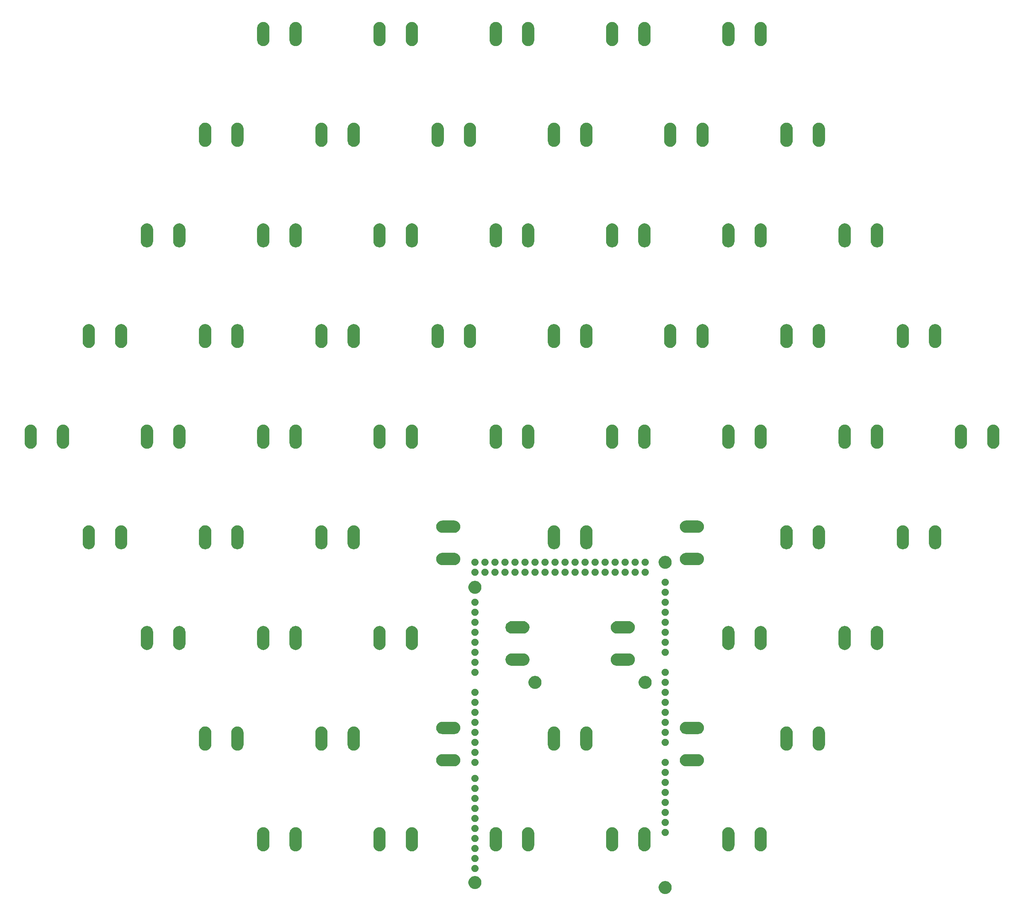
<source format=gbr>
G04 #@! TF.GenerationSoftware,KiCad,Pcbnew,(5.1.5-0-10_14)*
G04 #@! TF.CreationDate,2020-02-27T16:10:43-05:00*
G04 #@! TF.ProjectId,rainboard_newfighter,7261696e-626f-4617-9264-5f6e65776669,rev?*
G04 #@! TF.SameCoordinates,Original*
G04 #@! TF.FileFunction,Soldermask,Top*
G04 #@! TF.FilePolarity,Negative*
%FSLAX46Y46*%
G04 Gerber Fmt 4.6, Leading zero omitted, Abs format (unit mm)*
G04 Created by KiCad (PCBNEW (5.1.5-0-10_14)) date 2020-02-27 16:10:43*
%MOMM*%
%LPD*%
G04 APERTURE LIST*
%ADD10C,0.100000*%
G04 APERTURE END LIST*
D10*
G36*
X39237256Y-111421298D02*
G01*
X39343579Y-111442447D01*
X39644042Y-111566903D01*
X39914451Y-111747585D01*
X40144415Y-111977549D01*
X40325097Y-112247958D01*
X40446911Y-112542042D01*
X40449553Y-112548422D01*
X40513000Y-112867389D01*
X40513000Y-113192611D01*
X40482180Y-113347553D01*
X40449553Y-113511579D01*
X40325097Y-113812042D01*
X40144415Y-114082451D01*
X39914451Y-114312415D01*
X39644042Y-114493097D01*
X39343579Y-114617553D01*
X39237256Y-114638702D01*
X39024611Y-114681000D01*
X38699389Y-114681000D01*
X38486744Y-114638702D01*
X38380421Y-114617553D01*
X38079958Y-114493097D01*
X37809549Y-114312415D01*
X37579585Y-114082451D01*
X37398903Y-113812042D01*
X37274447Y-113511579D01*
X37241820Y-113347553D01*
X37211000Y-113192611D01*
X37211000Y-112867389D01*
X37274447Y-112548422D01*
X37277090Y-112542042D01*
X37398903Y-112247958D01*
X37579585Y-111977549D01*
X37809549Y-111747585D01*
X38079958Y-111566903D01*
X38380421Y-111442447D01*
X38486744Y-111421298D01*
X38699389Y-111379000D01*
X39024611Y-111379000D01*
X39237256Y-111421298D01*
G37*
G36*
X-9022744Y-110151298D02*
G01*
X-8916421Y-110172447D01*
X-8615958Y-110296903D01*
X-8345549Y-110477585D01*
X-8115585Y-110707549D01*
X-8115584Y-110707551D01*
X-7934902Y-110977960D01*
X-7810447Y-111278422D01*
X-7747000Y-111597389D01*
X-7747000Y-111922611D01*
X-7789298Y-112135256D01*
X-7810447Y-112241579D01*
X-7934903Y-112542042D01*
X-8115585Y-112812451D01*
X-8345549Y-113042415D01*
X-8615958Y-113223097D01*
X-8916421Y-113347553D01*
X-9022744Y-113368702D01*
X-9235389Y-113411000D01*
X-9560611Y-113411000D01*
X-9773256Y-113368702D01*
X-9879579Y-113347553D01*
X-10180042Y-113223097D01*
X-10450451Y-113042415D01*
X-10680415Y-112812451D01*
X-10861097Y-112542042D01*
X-10985553Y-112241579D01*
X-11006702Y-112135256D01*
X-11049000Y-111922611D01*
X-11049000Y-111597389D01*
X-10985553Y-111278422D01*
X-10861098Y-110977960D01*
X-10680416Y-110707551D01*
X-10680415Y-110707549D01*
X-10450451Y-110477585D01*
X-10180042Y-110296903D01*
X-9879579Y-110172447D01*
X-9773256Y-110151298D01*
X-9560611Y-110109000D01*
X-9235389Y-110109000D01*
X-9022744Y-110151298D01*
G37*
G36*
X-9131222Y-107324547D02*
G01*
X-8964776Y-107393491D01*
X-8814978Y-107493583D01*
X-8687583Y-107620978D01*
X-8587491Y-107770776D01*
X-8518547Y-107937222D01*
X-8483400Y-108113918D01*
X-8483400Y-108294082D01*
X-8518547Y-108470778D01*
X-8587491Y-108637224D01*
X-8687583Y-108787022D01*
X-8814978Y-108914417D01*
X-8964776Y-109014509D01*
X-9131222Y-109083453D01*
X-9307918Y-109118600D01*
X-9488082Y-109118600D01*
X-9664778Y-109083453D01*
X-9831224Y-109014509D01*
X-9981022Y-108914417D01*
X-10108417Y-108787022D01*
X-10208509Y-108637224D01*
X-10277453Y-108470778D01*
X-10312600Y-108294082D01*
X-10312600Y-108113918D01*
X-10277453Y-107937222D01*
X-10208509Y-107770776D01*
X-10108417Y-107620978D01*
X-9981022Y-107493583D01*
X-9831224Y-107393491D01*
X-9664778Y-107324547D01*
X-9488082Y-107289400D01*
X-9307918Y-107289400D01*
X-9131222Y-107324547D01*
G37*
G36*
X-9131222Y-104784547D02*
G01*
X-8964776Y-104853491D01*
X-8814978Y-104953583D01*
X-8687583Y-105080978D01*
X-8587491Y-105230776D01*
X-8518547Y-105397222D01*
X-8483400Y-105573918D01*
X-8483400Y-105754082D01*
X-8518547Y-105930778D01*
X-8587491Y-106097224D01*
X-8687583Y-106247022D01*
X-8814978Y-106374417D01*
X-8964776Y-106474509D01*
X-9131222Y-106543453D01*
X-9307918Y-106578600D01*
X-9488082Y-106578600D01*
X-9664778Y-106543453D01*
X-9831224Y-106474509D01*
X-9981022Y-106374417D01*
X-10108417Y-106247022D01*
X-10208509Y-106097224D01*
X-10277453Y-105930778D01*
X-10312600Y-105754082D01*
X-10312600Y-105573918D01*
X-10277453Y-105397222D01*
X-10208509Y-105230776D01*
X-10108417Y-105080978D01*
X-9981022Y-104953583D01*
X-9831224Y-104853491D01*
X-9664778Y-104784547D01*
X-9488082Y-104749400D01*
X-9307918Y-104749400D01*
X-9131222Y-104784547D01*
G37*
G36*
X-9131222Y-102244547D02*
G01*
X-8964776Y-102313491D01*
X-8814978Y-102413583D01*
X-8687583Y-102540978D01*
X-8587491Y-102690776D01*
X-8518547Y-102857222D01*
X-8483400Y-103033918D01*
X-8483400Y-103214082D01*
X-8518547Y-103390778D01*
X-8587491Y-103557224D01*
X-8687583Y-103707022D01*
X-8814978Y-103834417D01*
X-8964776Y-103934509D01*
X-9131222Y-104003453D01*
X-9307918Y-104038600D01*
X-9488082Y-104038600D01*
X-9664778Y-104003453D01*
X-9831224Y-103934509D01*
X-9981022Y-103834417D01*
X-10108417Y-103707022D01*
X-10208509Y-103557224D01*
X-10277453Y-103390778D01*
X-10312600Y-103214082D01*
X-10312600Y-103033918D01*
X-10277453Y-102857222D01*
X-10208509Y-102690776D01*
X-10108417Y-102540978D01*
X-9981022Y-102413583D01*
X-9831224Y-102313491D01*
X-9664778Y-102244547D01*
X-9488082Y-102209400D01*
X-9307918Y-102209400D01*
X-9131222Y-102244547D01*
G37*
G36*
X4404048Y-97751442D02*
G01*
X4696413Y-97840130D01*
X4696415Y-97840131D01*
X4965856Y-97984150D01*
X4965858Y-97984151D01*
X4965857Y-97984151D01*
X5202029Y-98177971D01*
X5289395Y-98284426D01*
X5395850Y-98414142D01*
X5539869Y-98683584D01*
X5539870Y-98683586D01*
X5628558Y-98975951D01*
X5651000Y-99203810D01*
X5651000Y-102356190D01*
X5628558Y-102584049D01*
X5539870Y-102876414D01*
X5539869Y-102876416D01*
X5395850Y-103145858D01*
X5202029Y-103382029D01*
X4965858Y-103575850D01*
X4720451Y-103707022D01*
X4696414Y-103719870D01*
X4404049Y-103808558D01*
X4100000Y-103838504D01*
X3795952Y-103808558D01*
X3503587Y-103719870D01*
X3479550Y-103707022D01*
X3234143Y-103575850D01*
X2997972Y-103382029D01*
X2804151Y-103145858D01*
X2660132Y-102876416D01*
X2660131Y-102876414D01*
X2571443Y-102584049D01*
X2549001Y-102356190D01*
X2549000Y-99203811D01*
X2571442Y-98975952D01*
X2660130Y-98683587D01*
X2804151Y-98414143D01*
X2997971Y-98177971D01*
X3104426Y-98090605D01*
X3234142Y-97984150D01*
X3503584Y-97840131D01*
X3503586Y-97840130D01*
X3795951Y-97751442D01*
X4100000Y-97721496D01*
X4404048Y-97751442D01*
G37*
G36*
X25700873Y-97751442D02*
G01*
X25993238Y-97840130D01*
X25993240Y-97840131D01*
X26262681Y-97984150D01*
X26262683Y-97984151D01*
X26262682Y-97984151D01*
X26498854Y-98177971D01*
X26586220Y-98284426D01*
X26692675Y-98414142D01*
X26836694Y-98683584D01*
X26836695Y-98683586D01*
X26925383Y-98975951D01*
X26947825Y-99203810D01*
X26947825Y-102356190D01*
X26925383Y-102584049D01*
X26836695Y-102876414D01*
X26836694Y-102876416D01*
X26692675Y-103145858D01*
X26498854Y-103382029D01*
X26262683Y-103575850D01*
X26017276Y-103707022D01*
X25993239Y-103719870D01*
X25700874Y-103808558D01*
X25396825Y-103838504D01*
X25092777Y-103808558D01*
X24800412Y-103719870D01*
X24776375Y-103707022D01*
X24530968Y-103575850D01*
X24294797Y-103382029D01*
X24100976Y-103145858D01*
X23956957Y-102876416D01*
X23956956Y-102876414D01*
X23868268Y-102584049D01*
X23845826Y-102356190D01*
X23845825Y-99203811D01*
X23868267Y-98975952D01*
X23956955Y-98683587D01*
X24100976Y-98414143D01*
X24294796Y-98177971D01*
X24401251Y-98090605D01*
X24530967Y-97984150D01*
X24800409Y-97840131D01*
X24800411Y-97840130D01*
X25092776Y-97751442D01*
X25396825Y-97721496D01*
X25700873Y-97751442D01*
G37*
G36*
X33900873Y-97751442D02*
G01*
X34193238Y-97840130D01*
X34193240Y-97840131D01*
X34462681Y-97984150D01*
X34462683Y-97984151D01*
X34462682Y-97984151D01*
X34698854Y-98177971D01*
X34786220Y-98284426D01*
X34892675Y-98414142D01*
X35036694Y-98683584D01*
X35036695Y-98683586D01*
X35125383Y-98975951D01*
X35147825Y-99203810D01*
X35147825Y-102356190D01*
X35125383Y-102584049D01*
X35036695Y-102876414D01*
X35036694Y-102876416D01*
X34892675Y-103145858D01*
X34698854Y-103382029D01*
X34462683Y-103575850D01*
X34217276Y-103707022D01*
X34193239Y-103719870D01*
X33900874Y-103808558D01*
X33596825Y-103838504D01*
X33292777Y-103808558D01*
X33000412Y-103719870D01*
X32976375Y-103707022D01*
X32730968Y-103575850D01*
X32494797Y-103382029D01*
X32300976Y-103145858D01*
X32156957Y-102876416D01*
X32156956Y-102876414D01*
X32068268Y-102584049D01*
X32045826Y-102356190D01*
X32045825Y-99203811D01*
X32068267Y-98975952D01*
X32156955Y-98683587D01*
X32300976Y-98414143D01*
X32494796Y-98177971D01*
X32601251Y-98090605D01*
X32730967Y-97984150D01*
X33000409Y-97840131D01*
X33000411Y-97840130D01*
X33292776Y-97751442D01*
X33596825Y-97721496D01*
X33900873Y-97751442D01*
G37*
G36*
X55197698Y-97751442D02*
G01*
X55490063Y-97840130D01*
X55490065Y-97840131D01*
X55759506Y-97984150D01*
X55759508Y-97984151D01*
X55759507Y-97984151D01*
X55995679Y-98177971D01*
X56083045Y-98284426D01*
X56189500Y-98414142D01*
X56333519Y-98683584D01*
X56333520Y-98683586D01*
X56422208Y-98975951D01*
X56444650Y-99203810D01*
X56444650Y-102356190D01*
X56422208Y-102584049D01*
X56333520Y-102876414D01*
X56333519Y-102876416D01*
X56189500Y-103145858D01*
X55995679Y-103382029D01*
X55759508Y-103575850D01*
X55514101Y-103707022D01*
X55490064Y-103719870D01*
X55197699Y-103808558D01*
X54893650Y-103838504D01*
X54589602Y-103808558D01*
X54297237Y-103719870D01*
X54273200Y-103707022D01*
X54027793Y-103575850D01*
X53791622Y-103382029D01*
X53597801Y-103145858D01*
X53453782Y-102876416D01*
X53453781Y-102876414D01*
X53365093Y-102584049D01*
X53342651Y-102356190D01*
X53342650Y-99203811D01*
X53365092Y-98975952D01*
X53453780Y-98683587D01*
X53597801Y-98414143D01*
X53791621Y-98177971D01*
X53898076Y-98090605D01*
X54027792Y-97984150D01*
X54297234Y-97840131D01*
X54297236Y-97840130D01*
X54589601Y-97751442D01*
X54893650Y-97721496D01*
X55197698Y-97751442D01*
G37*
G36*
X63397698Y-97751442D02*
G01*
X63690063Y-97840130D01*
X63690065Y-97840131D01*
X63959506Y-97984150D01*
X63959508Y-97984151D01*
X63959507Y-97984151D01*
X64195679Y-98177971D01*
X64283045Y-98284426D01*
X64389500Y-98414142D01*
X64533519Y-98683584D01*
X64533520Y-98683586D01*
X64622208Y-98975951D01*
X64644650Y-99203810D01*
X64644650Y-102356190D01*
X64622208Y-102584049D01*
X64533520Y-102876414D01*
X64533519Y-102876416D01*
X64389500Y-103145858D01*
X64195679Y-103382029D01*
X63959508Y-103575850D01*
X63714101Y-103707022D01*
X63690064Y-103719870D01*
X63397699Y-103808558D01*
X63093650Y-103838504D01*
X62789602Y-103808558D01*
X62497237Y-103719870D01*
X62473200Y-103707022D01*
X62227793Y-103575850D01*
X61991622Y-103382029D01*
X61797801Y-103145858D01*
X61653782Y-102876416D01*
X61653781Y-102876414D01*
X61565093Y-102584049D01*
X61542651Y-102356190D01*
X61542650Y-99203811D01*
X61565092Y-98975952D01*
X61653780Y-98683587D01*
X61797801Y-98414143D01*
X61991621Y-98177971D01*
X62098076Y-98090605D01*
X62227792Y-97984150D01*
X62497234Y-97840131D01*
X62497236Y-97840130D01*
X62789601Y-97751442D01*
X63093650Y-97721496D01*
X63397698Y-97751442D01*
G37*
G36*
X-33292777Y-97751442D02*
G01*
X-33000412Y-97840130D01*
X-33000410Y-97840131D01*
X-32730969Y-97984150D01*
X-32730967Y-97984151D01*
X-32730968Y-97984151D01*
X-32494796Y-98177971D01*
X-32407430Y-98284426D01*
X-32300975Y-98414142D01*
X-32156956Y-98683584D01*
X-32156955Y-98683586D01*
X-32068267Y-98975951D01*
X-32045825Y-99203810D01*
X-32045825Y-102356190D01*
X-32068267Y-102584049D01*
X-32156955Y-102876414D01*
X-32156956Y-102876416D01*
X-32300975Y-103145858D01*
X-32494796Y-103382029D01*
X-32730967Y-103575850D01*
X-32976374Y-103707022D01*
X-33000411Y-103719870D01*
X-33292776Y-103808558D01*
X-33596825Y-103838504D01*
X-33900873Y-103808558D01*
X-34193238Y-103719870D01*
X-34217275Y-103707022D01*
X-34462682Y-103575850D01*
X-34698853Y-103382029D01*
X-34892674Y-103145858D01*
X-35036693Y-102876416D01*
X-35036694Y-102876414D01*
X-35125382Y-102584049D01*
X-35147824Y-102356190D01*
X-35147825Y-99203811D01*
X-35125383Y-98975952D01*
X-35036695Y-98683587D01*
X-34892674Y-98414143D01*
X-34698854Y-98177971D01*
X-34592399Y-98090605D01*
X-34462683Y-97984150D01*
X-34193241Y-97840131D01*
X-34193239Y-97840130D01*
X-33900874Y-97751442D01*
X-33596825Y-97721496D01*
X-33292777Y-97751442D01*
G37*
G36*
X-25092777Y-97751442D02*
G01*
X-24800412Y-97840130D01*
X-24800410Y-97840131D01*
X-24530969Y-97984150D01*
X-24530967Y-97984151D01*
X-24530968Y-97984151D01*
X-24294796Y-98177971D01*
X-24207430Y-98284426D01*
X-24100975Y-98414142D01*
X-23956956Y-98683584D01*
X-23956955Y-98683586D01*
X-23868267Y-98975951D01*
X-23845825Y-99203810D01*
X-23845825Y-102356190D01*
X-23868267Y-102584049D01*
X-23956955Y-102876414D01*
X-23956956Y-102876416D01*
X-24100975Y-103145858D01*
X-24294796Y-103382029D01*
X-24530967Y-103575850D01*
X-24776374Y-103707022D01*
X-24800411Y-103719870D01*
X-25092776Y-103808558D01*
X-25396825Y-103838504D01*
X-25700873Y-103808558D01*
X-25993238Y-103719870D01*
X-26017275Y-103707022D01*
X-26262682Y-103575850D01*
X-26498853Y-103382029D01*
X-26692674Y-103145858D01*
X-26836693Y-102876416D01*
X-26836694Y-102876414D01*
X-26925382Y-102584049D01*
X-26947824Y-102356190D01*
X-26947825Y-99203811D01*
X-26925383Y-98975952D01*
X-26836695Y-98683587D01*
X-26692674Y-98414143D01*
X-26498854Y-98177971D01*
X-26392399Y-98090605D01*
X-26262683Y-97984150D01*
X-25993241Y-97840131D01*
X-25993239Y-97840130D01*
X-25700874Y-97751442D01*
X-25396825Y-97721496D01*
X-25092777Y-97751442D01*
G37*
G36*
X-62789602Y-97751442D02*
G01*
X-62497237Y-97840130D01*
X-62497235Y-97840131D01*
X-62227794Y-97984150D01*
X-62227792Y-97984151D01*
X-62227793Y-97984151D01*
X-61991621Y-98177971D01*
X-61904255Y-98284426D01*
X-61797800Y-98414142D01*
X-61653781Y-98683584D01*
X-61653780Y-98683586D01*
X-61565092Y-98975951D01*
X-61542650Y-99203810D01*
X-61542650Y-102356190D01*
X-61565092Y-102584049D01*
X-61653780Y-102876414D01*
X-61653781Y-102876416D01*
X-61797800Y-103145858D01*
X-61991621Y-103382029D01*
X-62227792Y-103575850D01*
X-62473199Y-103707022D01*
X-62497236Y-103719870D01*
X-62789601Y-103808558D01*
X-63093650Y-103838504D01*
X-63397698Y-103808558D01*
X-63690063Y-103719870D01*
X-63714100Y-103707022D01*
X-63959507Y-103575850D01*
X-64195678Y-103382029D01*
X-64389499Y-103145858D01*
X-64533518Y-102876416D01*
X-64533519Y-102876414D01*
X-64622207Y-102584049D01*
X-64644649Y-102356190D01*
X-64644650Y-99203811D01*
X-64622208Y-98975952D01*
X-64533520Y-98683587D01*
X-64389499Y-98414143D01*
X-64195679Y-98177971D01*
X-64089224Y-98090605D01*
X-63959508Y-97984150D01*
X-63690066Y-97840131D01*
X-63690064Y-97840130D01*
X-63397699Y-97751442D01*
X-63093650Y-97721496D01*
X-62789602Y-97751442D01*
G37*
G36*
X-54589602Y-97751442D02*
G01*
X-54297237Y-97840130D01*
X-54297235Y-97840131D01*
X-54027794Y-97984150D01*
X-54027792Y-97984151D01*
X-54027793Y-97984151D01*
X-53791621Y-98177971D01*
X-53704255Y-98284426D01*
X-53597800Y-98414142D01*
X-53453781Y-98683584D01*
X-53453780Y-98683586D01*
X-53365092Y-98975951D01*
X-53342650Y-99203810D01*
X-53342650Y-102356190D01*
X-53365092Y-102584049D01*
X-53453780Y-102876414D01*
X-53453781Y-102876416D01*
X-53597800Y-103145858D01*
X-53791621Y-103382029D01*
X-54027792Y-103575850D01*
X-54273199Y-103707022D01*
X-54297236Y-103719870D01*
X-54589601Y-103808558D01*
X-54893650Y-103838504D01*
X-55197698Y-103808558D01*
X-55490063Y-103719870D01*
X-55514100Y-103707022D01*
X-55759507Y-103575850D01*
X-55995678Y-103382029D01*
X-56189499Y-103145858D01*
X-56333518Y-102876416D01*
X-56333519Y-102876414D01*
X-56422207Y-102584049D01*
X-56444649Y-102356190D01*
X-56444650Y-99203811D01*
X-56422208Y-98975952D01*
X-56333520Y-98683587D01*
X-56189499Y-98414143D01*
X-55995679Y-98177971D01*
X-55889224Y-98090605D01*
X-55759508Y-97984150D01*
X-55490066Y-97840131D01*
X-55490064Y-97840130D01*
X-55197699Y-97751442D01*
X-54893650Y-97721496D01*
X-54589602Y-97751442D01*
G37*
G36*
X-3795952Y-97751442D02*
G01*
X-3503587Y-97840130D01*
X-3503585Y-97840131D01*
X-3234144Y-97984150D01*
X-3234142Y-97984151D01*
X-3234143Y-97984151D01*
X-2997971Y-98177971D01*
X-2910605Y-98284426D01*
X-2804150Y-98414142D01*
X-2660131Y-98683584D01*
X-2660130Y-98683586D01*
X-2571442Y-98975951D01*
X-2549000Y-99203810D01*
X-2549000Y-102356190D01*
X-2571442Y-102584049D01*
X-2660130Y-102876414D01*
X-2660131Y-102876416D01*
X-2804150Y-103145858D01*
X-2997971Y-103382029D01*
X-3234142Y-103575850D01*
X-3479549Y-103707022D01*
X-3503586Y-103719870D01*
X-3795951Y-103808558D01*
X-4100000Y-103838504D01*
X-4404048Y-103808558D01*
X-4696413Y-103719870D01*
X-4720450Y-103707022D01*
X-4965857Y-103575850D01*
X-5202028Y-103382029D01*
X-5395849Y-103145858D01*
X-5539868Y-102876416D01*
X-5539869Y-102876414D01*
X-5628557Y-102584049D01*
X-5650999Y-102356190D01*
X-5651000Y-99203811D01*
X-5628558Y-98975952D01*
X-5539870Y-98683587D01*
X-5395849Y-98414143D01*
X-5202029Y-98177971D01*
X-5095574Y-98090605D01*
X-4965858Y-97984150D01*
X-4696416Y-97840131D01*
X-4696414Y-97840130D01*
X-4404049Y-97751442D01*
X-4100000Y-97721496D01*
X-3795952Y-97751442D01*
G37*
G36*
X-9131222Y-99704547D02*
G01*
X-8964776Y-99773491D01*
X-8814978Y-99873583D01*
X-8687583Y-100000978D01*
X-8587491Y-100150776D01*
X-8518547Y-100317222D01*
X-8483400Y-100493918D01*
X-8483400Y-100674082D01*
X-8518547Y-100850778D01*
X-8587491Y-101017224D01*
X-8687583Y-101167022D01*
X-8814978Y-101294417D01*
X-8964776Y-101394509D01*
X-9131222Y-101463453D01*
X-9307918Y-101498600D01*
X-9488082Y-101498600D01*
X-9664778Y-101463453D01*
X-9831224Y-101394509D01*
X-9981022Y-101294417D01*
X-10108417Y-101167022D01*
X-10208509Y-101017224D01*
X-10277453Y-100850778D01*
X-10312600Y-100674082D01*
X-10312600Y-100493918D01*
X-10277453Y-100317222D01*
X-10208509Y-100150776D01*
X-10108417Y-100000978D01*
X-9981022Y-99873583D01*
X-9831224Y-99773491D01*
X-9664778Y-99704547D01*
X-9488082Y-99669400D01*
X-9307918Y-99669400D01*
X-9131222Y-99704547D01*
G37*
G36*
X39128778Y-98180547D02*
G01*
X39295224Y-98249491D01*
X39445022Y-98349583D01*
X39572417Y-98476978D01*
X39672509Y-98626776D01*
X39741453Y-98793222D01*
X39776600Y-98969918D01*
X39776600Y-99150082D01*
X39741453Y-99326778D01*
X39672509Y-99493224D01*
X39572417Y-99643022D01*
X39445022Y-99770417D01*
X39295224Y-99870509D01*
X39128778Y-99939453D01*
X38952082Y-99974600D01*
X38771918Y-99974600D01*
X38595222Y-99939453D01*
X38428776Y-99870509D01*
X38278978Y-99770417D01*
X38151583Y-99643022D01*
X38051491Y-99493224D01*
X37982547Y-99326778D01*
X37947400Y-99150082D01*
X37947400Y-98969918D01*
X37982547Y-98793222D01*
X38051491Y-98626776D01*
X38151583Y-98476978D01*
X38278978Y-98349583D01*
X38428776Y-98249491D01*
X38595222Y-98180547D01*
X38771918Y-98145400D01*
X38952082Y-98145400D01*
X39128778Y-98180547D01*
G37*
G36*
X-9131222Y-97164547D02*
G01*
X-8964776Y-97233491D01*
X-8814978Y-97333583D01*
X-8687583Y-97460978D01*
X-8587491Y-97610776D01*
X-8518547Y-97777222D01*
X-8483400Y-97953918D01*
X-8483400Y-98134082D01*
X-8518547Y-98310778D01*
X-8587491Y-98477224D01*
X-8687583Y-98627022D01*
X-8814978Y-98754417D01*
X-8964776Y-98854509D01*
X-9131222Y-98923453D01*
X-9307918Y-98958600D01*
X-9488082Y-98958600D01*
X-9664778Y-98923453D01*
X-9831224Y-98854509D01*
X-9981022Y-98754417D01*
X-10108417Y-98627022D01*
X-10208509Y-98477224D01*
X-10277453Y-98310778D01*
X-10312600Y-98134082D01*
X-10312600Y-97953918D01*
X-10277453Y-97777222D01*
X-10208509Y-97610776D01*
X-10108417Y-97460978D01*
X-9981022Y-97333583D01*
X-9831224Y-97233491D01*
X-9664778Y-97164547D01*
X-9488082Y-97129400D01*
X-9307918Y-97129400D01*
X-9131222Y-97164547D01*
G37*
G36*
X39128778Y-95640547D02*
G01*
X39295224Y-95709491D01*
X39445022Y-95809583D01*
X39572417Y-95936978D01*
X39672509Y-96086776D01*
X39741453Y-96253222D01*
X39776600Y-96429918D01*
X39776600Y-96610082D01*
X39741453Y-96786778D01*
X39672509Y-96953224D01*
X39572417Y-97103022D01*
X39445022Y-97230417D01*
X39295224Y-97330509D01*
X39128778Y-97399453D01*
X38952082Y-97434600D01*
X38771918Y-97434600D01*
X38595222Y-97399453D01*
X38428776Y-97330509D01*
X38278978Y-97230417D01*
X38151583Y-97103022D01*
X38051491Y-96953224D01*
X37982547Y-96786778D01*
X37947400Y-96610082D01*
X37947400Y-96429918D01*
X37982547Y-96253222D01*
X38051491Y-96086776D01*
X38151583Y-95936978D01*
X38278978Y-95809583D01*
X38428776Y-95709491D01*
X38595222Y-95640547D01*
X38771918Y-95605400D01*
X38952082Y-95605400D01*
X39128778Y-95640547D01*
G37*
G36*
X-9131222Y-94624547D02*
G01*
X-8964776Y-94693491D01*
X-8814978Y-94793583D01*
X-8687583Y-94920978D01*
X-8587491Y-95070776D01*
X-8518547Y-95237222D01*
X-8483400Y-95413918D01*
X-8483400Y-95594082D01*
X-8518547Y-95770778D01*
X-8587491Y-95937224D01*
X-8687583Y-96087022D01*
X-8814978Y-96214417D01*
X-8964776Y-96314509D01*
X-9131222Y-96383453D01*
X-9307918Y-96418600D01*
X-9488082Y-96418600D01*
X-9664778Y-96383453D01*
X-9831224Y-96314509D01*
X-9981022Y-96214417D01*
X-10108417Y-96087022D01*
X-10208509Y-95937224D01*
X-10277453Y-95770778D01*
X-10312600Y-95594082D01*
X-10312600Y-95413918D01*
X-10277453Y-95237222D01*
X-10208509Y-95070776D01*
X-10108417Y-94920978D01*
X-9981022Y-94793583D01*
X-9831224Y-94693491D01*
X-9664778Y-94624547D01*
X-9488082Y-94589400D01*
X-9307918Y-94589400D01*
X-9131222Y-94624547D01*
G37*
G36*
X39128778Y-93100547D02*
G01*
X39295224Y-93169491D01*
X39445022Y-93269583D01*
X39572417Y-93396978D01*
X39672509Y-93546776D01*
X39741453Y-93713222D01*
X39776600Y-93889918D01*
X39776600Y-94070082D01*
X39741453Y-94246778D01*
X39672509Y-94413224D01*
X39572417Y-94563022D01*
X39445022Y-94690417D01*
X39295224Y-94790509D01*
X39128778Y-94859453D01*
X38952082Y-94894600D01*
X38771918Y-94894600D01*
X38595222Y-94859453D01*
X38428776Y-94790509D01*
X38278978Y-94690417D01*
X38151583Y-94563022D01*
X38051491Y-94413224D01*
X37982547Y-94246778D01*
X37947400Y-94070082D01*
X37947400Y-93889918D01*
X37982547Y-93713222D01*
X38051491Y-93546776D01*
X38151583Y-93396978D01*
X38278978Y-93269583D01*
X38428776Y-93169491D01*
X38595222Y-93100547D01*
X38771918Y-93065400D01*
X38952082Y-93065400D01*
X39128778Y-93100547D01*
G37*
G36*
X-9131222Y-92084547D02*
G01*
X-8964776Y-92153491D01*
X-8814978Y-92253583D01*
X-8687583Y-92380978D01*
X-8587491Y-92530776D01*
X-8518547Y-92697222D01*
X-8483400Y-92873918D01*
X-8483400Y-93054082D01*
X-8518547Y-93230778D01*
X-8587491Y-93397224D01*
X-8687583Y-93547022D01*
X-8814978Y-93674417D01*
X-8964776Y-93774509D01*
X-9131222Y-93843453D01*
X-9307918Y-93878600D01*
X-9488082Y-93878600D01*
X-9664778Y-93843453D01*
X-9831224Y-93774509D01*
X-9981022Y-93674417D01*
X-10108417Y-93547022D01*
X-10208509Y-93397224D01*
X-10277453Y-93230778D01*
X-10312600Y-93054082D01*
X-10312600Y-92873918D01*
X-10277453Y-92697222D01*
X-10208509Y-92530776D01*
X-10108417Y-92380978D01*
X-9981022Y-92253583D01*
X-9831224Y-92153491D01*
X-9664778Y-92084547D01*
X-9488082Y-92049400D01*
X-9307918Y-92049400D01*
X-9131222Y-92084547D01*
G37*
G36*
X39128778Y-90560547D02*
G01*
X39295224Y-90629491D01*
X39445022Y-90729583D01*
X39572417Y-90856978D01*
X39672509Y-91006776D01*
X39741453Y-91173222D01*
X39776600Y-91349918D01*
X39776600Y-91530082D01*
X39741453Y-91706778D01*
X39672509Y-91873224D01*
X39572417Y-92023022D01*
X39445022Y-92150417D01*
X39295224Y-92250509D01*
X39128778Y-92319453D01*
X38952082Y-92354600D01*
X38771918Y-92354600D01*
X38595222Y-92319453D01*
X38428776Y-92250509D01*
X38278978Y-92150417D01*
X38151583Y-92023022D01*
X38051491Y-91873224D01*
X37982547Y-91706778D01*
X37947400Y-91530082D01*
X37947400Y-91349918D01*
X37982547Y-91173222D01*
X38051491Y-91006776D01*
X38151583Y-90856978D01*
X38278978Y-90729583D01*
X38428776Y-90629491D01*
X38595222Y-90560547D01*
X38771918Y-90525400D01*
X38952082Y-90525400D01*
X39128778Y-90560547D01*
G37*
G36*
X-9131222Y-89544547D02*
G01*
X-8964776Y-89613491D01*
X-8814978Y-89713583D01*
X-8687583Y-89840978D01*
X-8587491Y-89990776D01*
X-8518547Y-90157222D01*
X-8483400Y-90333918D01*
X-8483400Y-90514082D01*
X-8518547Y-90690778D01*
X-8587491Y-90857224D01*
X-8687583Y-91007022D01*
X-8814978Y-91134417D01*
X-8964776Y-91234509D01*
X-9131222Y-91303453D01*
X-9307918Y-91338600D01*
X-9488082Y-91338600D01*
X-9664778Y-91303453D01*
X-9831224Y-91234509D01*
X-9981022Y-91134417D01*
X-10108417Y-91007022D01*
X-10208509Y-90857224D01*
X-10277453Y-90690778D01*
X-10312600Y-90514082D01*
X-10312600Y-90333918D01*
X-10277453Y-90157222D01*
X-10208509Y-89990776D01*
X-10108417Y-89840978D01*
X-9981022Y-89713583D01*
X-9831224Y-89613491D01*
X-9664778Y-89544547D01*
X-9488082Y-89509400D01*
X-9307918Y-89509400D01*
X-9131222Y-89544547D01*
G37*
G36*
X39128778Y-88020547D02*
G01*
X39295224Y-88089491D01*
X39445022Y-88189583D01*
X39572417Y-88316978D01*
X39672509Y-88466776D01*
X39741453Y-88633222D01*
X39776600Y-88809918D01*
X39776600Y-88990082D01*
X39741453Y-89166778D01*
X39672509Y-89333224D01*
X39572417Y-89483022D01*
X39445022Y-89610417D01*
X39295224Y-89710509D01*
X39128778Y-89779453D01*
X38952082Y-89814600D01*
X38771918Y-89814600D01*
X38595222Y-89779453D01*
X38428776Y-89710509D01*
X38278978Y-89610417D01*
X38151583Y-89483022D01*
X38051491Y-89333224D01*
X37982547Y-89166778D01*
X37947400Y-88990082D01*
X37947400Y-88809918D01*
X37982547Y-88633222D01*
X38051491Y-88466776D01*
X38151583Y-88316978D01*
X38278978Y-88189583D01*
X38428776Y-88089491D01*
X38595222Y-88020547D01*
X38771918Y-87985400D01*
X38952082Y-87985400D01*
X39128778Y-88020547D01*
G37*
G36*
X-9131222Y-87004547D02*
G01*
X-8964776Y-87073491D01*
X-8814978Y-87173583D01*
X-8687583Y-87300978D01*
X-8587491Y-87450776D01*
X-8518547Y-87617222D01*
X-8483400Y-87793918D01*
X-8483400Y-87974082D01*
X-8518547Y-88150778D01*
X-8587491Y-88317224D01*
X-8687583Y-88467022D01*
X-8814978Y-88594417D01*
X-8964776Y-88694509D01*
X-9131222Y-88763453D01*
X-9307918Y-88798600D01*
X-9488082Y-88798600D01*
X-9664778Y-88763453D01*
X-9831224Y-88694509D01*
X-9981022Y-88594417D01*
X-10108417Y-88467022D01*
X-10208509Y-88317224D01*
X-10277453Y-88150778D01*
X-10312600Y-87974082D01*
X-10312600Y-87793918D01*
X-10277453Y-87617222D01*
X-10208509Y-87450776D01*
X-10108417Y-87300978D01*
X-9981022Y-87173583D01*
X-9831224Y-87073491D01*
X-9664778Y-87004547D01*
X-9488082Y-86969400D01*
X-9307918Y-86969400D01*
X-9131222Y-87004547D01*
G37*
G36*
X39128778Y-85480547D02*
G01*
X39295224Y-85549491D01*
X39445022Y-85649583D01*
X39572417Y-85776978D01*
X39672509Y-85926776D01*
X39741453Y-86093222D01*
X39776600Y-86269918D01*
X39776600Y-86450082D01*
X39741453Y-86626778D01*
X39672509Y-86793224D01*
X39572417Y-86943022D01*
X39445022Y-87070417D01*
X39295224Y-87170509D01*
X39128778Y-87239453D01*
X38952082Y-87274600D01*
X38771918Y-87274600D01*
X38595222Y-87239453D01*
X38428776Y-87170509D01*
X38278978Y-87070417D01*
X38151583Y-86943022D01*
X38051491Y-86793224D01*
X37982547Y-86626778D01*
X37947400Y-86450082D01*
X37947400Y-86269918D01*
X37982547Y-86093222D01*
X38051491Y-85926776D01*
X38151583Y-85776978D01*
X38278978Y-85649583D01*
X38428776Y-85549491D01*
X38595222Y-85480547D01*
X38771918Y-85445400D01*
X38952082Y-85445400D01*
X39128778Y-85480547D01*
G37*
G36*
X-9131222Y-84464547D02*
G01*
X-8964776Y-84533491D01*
X-8814978Y-84633583D01*
X-8687583Y-84760978D01*
X-8587491Y-84910776D01*
X-8518547Y-85077222D01*
X-8483400Y-85253918D01*
X-8483400Y-85434082D01*
X-8518547Y-85610778D01*
X-8587491Y-85777224D01*
X-8687583Y-85927022D01*
X-8814978Y-86054417D01*
X-8964776Y-86154509D01*
X-9131222Y-86223453D01*
X-9307918Y-86258600D01*
X-9488082Y-86258600D01*
X-9664778Y-86223453D01*
X-9831224Y-86154509D01*
X-9981022Y-86054417D01*
X-10108417Y-85927022D01*
X-10208509Y-85777224D01*
X-10277453Y-85610778D01*
X-10312600Y-85434082D01*
X-10312600Y-85253918D01*
X-10277453Y-85077222D01*
X-10208509Y-84910776D01*
X-10108417Y-84760978D01*
X-9981022Y-84633583D01*
X-9831224Y-84533491D01*
X-9664778Y-84464547D01*
X-9488082Y-84429400D01*
X-9307918Y-84429400D01*
X-9131222Y-84464547D01*
G37*
G36*
X39128778Y-82940547D02*
G01*
X39295224Y-83009491D01*
X39445022Y-83109583D01*
X39572417Y-83236978D01*
X39672509Y-83386776D01*
X39741453Y-83553222D01*
X39776600Y-83729918D01*
X39776600Y-83910082D01*
X39741453Y-84086778D01*
X39672509Y-84253224D01*
X39572417Y-84403022D01*
X39445022Y-84530417D01*
X39295224Y-84630509D01*
X39128778Y-84699453D01*
X38952082Y-84734600D01*
X38771918Y-84734600D01*
X38595222Y-84699453D01*
X38428776Y-84630509D01*
X38278978Y-84530417D01*
X38151583Y-84403022D01*
X38051491Y-84253224D01*
X37982547Y-84086778D01*
X37947400Y-83910082D01*
X37947400Y-83729918D01*
X37982547Y-83553222D01*
X38051491Y-83386776D01*
X38151583Y-83236978D01*
X38278978Y-83109583D01*
X38428776Y-83009491D01*
X38595222Y-82940547D01*
X38771918Y-82905400D01*
X38952082Y-82905400D01*
X39128778Y-82940547D01*
G37*
G36*
X-14496269Y-79191481D02*
G01*
X-14344363Y-79206442D01*
X-14051998Y-79295130D01*
X-14051996Y-79295131D01*
X-13782554Y-79439150D01*
X-13546383Y-79632971D01*
X-13352562Y-79869142D01*
X-13208543Y-80138584D01*
X-13208542Y-80138586D01*
X-13119854Y-80430951D01*
X-13089908Y-80735000D01*
X-13119854Y-81039049D01*
X-13208542Y-81331414D01*
X-13208543Y-81331416D01*
X-13352562Y-81600858D01*
X-13546383Y-81837029D01*
X-13782554Y-82030850D01*
X-14023153Y-82159452D01*
X-14051998Y-82174870D01*
X-14344363Y-82263558D01*
X-14496269Y-82278519D01*
X-14572221Y-82286000D01*
X-17724603Y-82286000D01*
X-17800555Y-82278519D01*
X-17952461Y-82263558D01*
X-18244826Y-82174870D01*
X-18273671Y-82159452D01*
X-18514270Y-82030850D01*
X-18750441Y-81837029D01*
X-18944262Y-81600858D01*
X-19088281Y-81331416D01*
X-19088282Y-81331414D01*
X-19176970Y-81039049D01*
X-19206916Y-80735000D01*
X-19176970Y-80430951D01*
X-19088282Y-80138586D01*
X-19088281Y-80138584D01*
X-18944262Y-79869142D01*
X-18750441Y-79632971D01*
X-18514270Y-79439150D01*
X-18244828Y-79295131D01*
X-18244826Y-79295130D01*
X-17952461Y-79206442D01*
X-17800555Y-79191481D01*
X-17724603Y-79184000D01*
X-14572221Y-79184000D01*
X-14496269Y-79191481D01*
G37*
G36*
X47297380Y-79191481D02*
G01*
X47449286Y-79206442D01*
X47741651Y-79295130D01*
X47741653Y-79295131D01*
X48011095Y-79439150D01*
X48247266Y-79632971D01*
X48441087Y-79869142D01*
X48585106Y-80138584D01*
X48585107Y-80138586D01*
X48673795Y-80430951D01*
X48703741Y-80735000D01*
X48673795Y-81039049D01*
X48585107Y-81331414D01*
X48585106Y-81331416D01*
X48441087Y-81600858D01*
X48247266Y-81837029D01*
X48011095Y-82030850D01*
X47770496Y-82159452D01*
X47741651Y-82174870D01*
X47449286Y-82263558D01*
X47297380Y-82278519D01*
X47221428Y-82286000D01*
X44069046Y-82286000D01*
X43993094Y-82278519D01*
X43841188Y-82263558D01*
X43548823Y-82174870D01*
X43519978Y-82159452D01*
X43279379Y-82030850D01*
X43043208Y-81837029D01*
X42849387Y-81600858D01*
X42705368Y-81331416D01*
X42705367Y-81331414D01*
X42616679Y-81039049D01*
X42586733Y-80735000D01*
X42616679Y-80430951D01*
X42705367Y-80138586D01*
X42705368Y-80138584D01*
X42849387Y-79869142D01*
X43043208Y-79632971D01*
X43279379Y-79439150D01*
X43548821Y-79295131D01*
X43548823Y-79295130D01*
X43841188Y-79206442D01*
X43993094Y-79191481D01*
X44069046Y-79184000D01*
X47221428Y-79184000D01*
X47297380Y-79191481D01*
G37*
G36*
X39128778Y-80400547D02*
G01*
X39295224Y-80469491D01*
X39445022Y-80569583D01*
X39572417Y-80696978D01*
X39672509Y-80846776D01*
X39741453Y-81013222D01*
X39776600Y-81189918D01*
X39776600Y-81370082D01*
X39741453Y-81546778D01*
X39672509Y-81713224D01*
X39572417Y-81863022D01*
X39445022Y-81990417D01*
X39295224Y-82090509D01*
X39128778Y-82159453D01*
X38952082Y-82194600D01*
X38771918Y-82194600D01*
X38595222Y-82159453D01*
X38428776Y-82090509D01*
X38278978Y-81990417D01*
X38151583Y-81863022D01*
X38051491Y-81713224D01*
X37982547Y-81546778D01*
X37947400Y-81370082D01*
X37947400Y-81189918D01*
X37982547Y-81013222D01*
X38051491Y-80846776D01*
X38151583Y-80696978D01*
X38278978Y-80569583D01*
X38428776Y-80469491D01*
X38595222Y-80400547D01*
X38771918Y-80365400D01*
X38952082Y-80365400D01*
X39128778Y-80400547D01*
G37*
G36*
X-9131222Y-80400547D02*
G01*
X-8964776Y-80469491D01*
X-8814978Y-80569583D01*
X-8687583Y-80696978D01*
X-8587491Y-80846776D01*
X-8518547Y-81013222D01*
X-8483400Y-81189918D01*
X-8483400Y-81370082D01*
X-8518547Y-81546778D01*
X-8587491Y-81713224D01*
X-8687583Y-81863022D01*
X-8814978Y-81990417D01*
X-8964776Y-82090509D01*
X-9131222Y-82159453D01*
X-9307918Y-82194600D01*
X-9488082Y-82194600D01*
X-9664778Y-82159453D01*
X-9831224Y-82090509D01*
X-9981022Y-81990417D01*
X-10108417Y-81863022D01*
X-10208509Y-81713224D01*
X-10277453Y-81546778D01*
X-10312600Y-81370082D01*
X-10312600Y-81189918D01*
X-10277453Y-81013222D01*
X-10208509Y-80846776D01*
X-10108417Y-80696978D01*
X-9981022Y-80569583D01*
X-9831224Y-80469491D01*
X-9664778Y-80400547D01*
X-9488082Y-80365400D01*
X-9307918Y-80365400D01*
X-9131222Y-80400547D01*
G37*
G36*
X-9131222Y-77860547D02*
G01*
X-8964776Y-77929491D01*
X-8814978Y-78029583D01*
X-8687583Y-78156978D01*
X-8587491Y-78306776D01*
X-8518547Y-78473222D01*
X-8483400Y-78649918D01*
X-8483400Y-78830082D01*
X-8518547Y-79006778D01*
X-8587491Y-79173224D01*
X-8687583Y-79323022D01*
X-8814978Y-79450417D01*
X-8964776Y-79550509D01*
X-9131222Y-79619453D01*
X-9307918Y-79654600D01*
X-9488082Y-79654600D01*
X-9664778Y-79619453D01*
X-9831224Y-79550509D01*
X-9981022Y-79450417D01*
X-10108417Y-79323022D01*
X-10208509Y-79173224D01*
X-10277453Y-79006778D01*
X-10312600Y-78830082D01*
X-10312600Y-78649918D01*
X-10277453Y-78473222D01*
X-10208509Y-78306776D01*
X-10108417Y-78156978D01*
X-9981022Y-78029583D01*
X-9831224Y-77929491D01*
X-9664778Y-77860547D01*
X-9488082Y-77825400D01*
X-9307918Y-77825400D01*
X-9131222Y-77860547D01*
G37*
G36*
X-77538015Y-72206442D02*
G01*
X-77245650Y-72295130D01*
X-77245648Y-72295131D01*
X-76976207Y-72439150D01*
X-76976205Y-72439151D01*
X-76976206Y-72439151D01*
X-76740034Y-72632971D01*
X-76652668Y-72739426D01*
X-76546213Y-72869142D01*
X-76406025Y-73131416D01*
X-76402193Y-73138586D01*
X-76313505Y-73430951D01*
X-76291063Y-73658810D01*
X-76291063Y-76811190D01*
X-76313505Y-77039049D01*
X-76402193Y-77331414D01*
X-76402194Y-77331416D01*
X-76546213Y-77600858D01*
X-76740034Y-77837029D01*
X-76976205Y-78030850D01*
X-77212175Y-78156978D01*
X-77245649Y-78174870D01*
X-77538014Y-78263558D01*
X-77842063Y-78293504D01*
X-78146111Y-78263558D01*
X-78438476Y-78174870D01*
X-78471950Y-78156978D01*
X-78707920Y-78030850D01*
X-78944091Y-77837029D01*
X-79137912Y-77600858D01*
X-79281931Y-77331416D01*
X-79281932Y-77331414D01*
X-79370620Y-77039049D01*
X-79393062Y-76811190D01*
X-79393063Y-73658811D01*
X-79370621Y-73430952D01*
X-79281933Y-73138587D01*
X-79137912Y-72869143D01*
X-78944092Y-72632971D01*
X-78824714Y-72535000D01*
X-78707921Y-72439150D01*
X-78438479Y-72295131D01*
X-78438477Y-72295130D01*
X-78146112Y-72206442D01*
X-77842063Y-72176496D01*
X-77538015Y-72206442D01*
G37*
G36*
X-69338015Y-72206442D02*
G01*
X-69045650Y-72295130D01*
X-69045648Y-72295131D01*
X-68776207Y-72439150D01*
X-68776205Y-72439151D01*
X-68776206Y-72439151D01*
X-68540034Y-72632971D01*
X-68452668Y-72739426D01*
X-68346213Y-72869142D01*
X-68206025Y-73131416D01*
X-68202193Y-73138586D01*
X-68113505Y-73430951D01*
X-68091063Y-73658810D01*
X-68091063Y-76811190D01*
X-68113505Y-77039049D01*
X-68202193Y-77331414D01*
X-68202194Y-77331416D01*
X-68346213Y-77600858D01*
X-68540034Y-77837029D01*
X-68776205Y-78030850D01*
X-69012175Y-78156978D01*
X-69045649Y-78174870D01*
X-69338014Y-78263558D01*
X-69642063Y-78293504D01*
X-69946111Y-78263558D01*
X-70238476Y-78174870D01*
X-70271950Y-78156978D01*
X-70507920Y-78030850D01*
X-70744091Y-77837029D01*
X-70937912Y-77600858D01*
X-71081931Y-77331416D01*
X-71081932Y-77331414D01*
X-71170620Y-77039049D01*
X-71193062Y-76811190D01*
X-71193063Y-73658811D01*
X-71170621Y-73430952D01*
X-71081933Y-73138587D01*
X-70937912Y-72869143D01*
X-70744092Y-72632971D01*
X-70624714Y-72535000D01*
X-70507921Y-72439150D01*
X-70238479Y-72295131D01*
X-70238477Y-72295130D01*
X-69946112Y-72206442D01*
X-69642063Y-72176496D01*
X-69338015Y-72206442D01*
G37*
G36*
X-39841189Y-72206442D02*
G01*
X-39548824Y-72295130D01*
X-39548822Y-72295131D01*
X-39279381Y-72439150D01*
X-39279379Y-72439151D01*
X-39279380Y-72439151D01*
X-39043208Y-72632971D01*
X-38955842Y-72739426D01*
X-38849387Y-72869142D01*
X-38709199Y-73131416D01*
X-38705367Y-73138586D01*
X-38616679Y-73430951D01*
X-38594237Y-73658810D01*
X-38594237Y-76811190D01*
X-38616679Y-77039049D01*
X-38705367Y-77331414D01*
X-38705368Y-77331416D01*
X-38849387Y-77600858D01*
X-39043208Y-77837029D01*
X-39279379Y-78030850D01*
X-39515349Y-78156978D01*
X-39548823Y-78174870D01*
X-39841188Y-78263558D01*
X-40145237Y-78293504D01*
X-40449285Y-78263558D01*
X-40741650Y-78174870D01*
X-40775124Y-78156978D01*
X-41011094Y-78030850D01*
X-41247265Y-77837029D01*
X-41441086Y-77600858D01*
X-41585105Y-77331416D01*
X-41585106Y-77331414D01*
X-41673794Y-77039049D01*
X-41696236Y-76811190D01*
X-41696237Y-73658811D01*
X-41673795Y-73430952D01*
X-41585107Y-73138587D01*
X-41441086Y-72869143D01*
X-41247266Y-72632971D01*
X-41127888Y-72535000D01*
X-41011095Y-72439150D01*
X-40741653Y-72295131D01*
X-40741651Y-72295130D01*
X-40449286Y-72206442D01*
X-40145237Y-72176496D01*
X-39841189Y-72206442D01*
G37*
G36*
X-48041189Y-72206442D02*
G01*
X-47748824Y-72295130D01*
X-47748822Y-72295131D01*
X-47479381Y-72439150D01*
X-47479379Y-72439151D01*
X-47479380Y-72439151D01*
X-47243208Y-72632971D01*
X-47155842Y-72739426D01*
X-47049387Y-72869142D01*
X-46909199Y-73131416D01*
X-46905367Y-73138586D01*
X-46816679Y-73430951D01*
X-46794237Y-73658810D01*
X-46794237Y-76811190D01*
X-46816679Y-77039049D01*
X-46905367Y-77331414D01*
X-46905368Y-77331416D01*
X-47049387Y-77600858D01*
X-47243208Y-77837029D01*
X-47479379Y-78030850D01*
X-47715349Y-78156978D01*
X-47748823Y-78174870D01*
X-48041188Y-78263558D01*
X-48345237Y-78293504D01*
X-48649285Y-78263558D01*
X-48941650Y-78174870D01*
X-48975124Y-78156978D01*
X-49211094Y-78030850D01*
X-49447265Y-77837029D01*
X-49641086Y-77600858D01*
X-49785105Y-77331416D01*
X-49785106Y-77331414D01*
X-49873794Y-77039049D01*
X-49896236Y-76811190D01*
X-49896237Y-73658811D01*
X-49873795Y-73430952D01*
X-49785107Y-73138587D01*
X-49641086Y-72869143D01*
X-49447266Y-72632971D01*
X-49327888Y-72535000D01*
X-49211095Y-72439150D01*
X-48941653Y-72295131D01*
X-48941651Y-72295130D01*
X-48649286Y-72206442D01*
X-48345237Y-72176496D01*
X-48041189Y-72206442D01*
G37*
G36*
X10952460Y-72206442D02*
G01*
X11244825Y-72295130D01*
X11244827Y-72295131D01*
X11514268Y-72439150D01*
X11514270Y-72439151D01*
X11514269Y-72439151D01*
X11750441Y-72632971D01*
X11837807Y-72739426D01*
X11944262Y-72869142D01*
X12084450Y-73131416D01*
X12088282Y-73138586D01*
X12176970Y-73430951D01*
X12199412Y-73658810D01*
X12199412Y-76811190D01*
X12176970Y-77039049D01*
X12088282Y-77331414D01*
X12088281Y-77331416D01*
X11944262Y-77600858D01*
X11750441Y-77837029D01*
X11514270Y-78030850D01*
X11278300Y-78156978D01*
X11244826Y-78174870D01*
X10952461Y-78263558D01*
X10648412Y-78293504D01*
X10344364Y-78263558D01*
X10051999Y-78174870D01*
X10018525Y-78156978D01*
X9782555Y-78030850D01*
X9546384Y-77837029D01*
X9352563Y-77600858D01*
X9208544Y-77331416D01*
X9208543Y-77331414D01*
X9119855Y-77039049D01*
X9097413Y-76811190D01*
X9097412Y-73658811D01*
X9119854Y-73430952D01*
X9208542Y-73138587D01*
X9352563Y-72869143D01*
X9546383Y-72632971D01*
X9665761Y-72535000D01*
X9782554Y-72439150D01*
X10051996Y-72295131D01*
X10051998Y-72295130D01*
X10344363Y-72206442D01*
X10648412Y-72176496D01*
X10952460Y-72206442D01*
G37*
G36*
X19152460Y-72206442D02*
G01*
X19444825Y-72295130D01*
X19444827Y-72295131D01*
X19714268Y-72439150D01*
X19714270Y-72439151D01*
X19714269Y-72439151D01*
X19950441Y-72632971D01*
X20037807Y-72739426D01*
X20144262Y-72869142D01*
X20284450Y-73131416D01*
X20288282Y-73138586D01*
X20376970Y-73430951D01*
X20399412Y-73658810D01*
X20399412Y-76811190D01*
X20376970Y-77039049D01*
X20288282Y-77331414D01*
X20288281Y-77331416D01*
X20144262Y-77600858D01*
X19950441Y-77837029D01*
X19714270Y-78030850D01*
X19478300Y-78156978D01*
X19444826Y-78174870D01*
X19152461Y-78263558D01*
X18848412Y-78293504D01*
X18544364Y-78263558D01*
X18251999Y-78174870D01*
X18218525Y-78156978D01*
X17982555Y-78030850D01*
X17746384Y-77837029D01*
X17552563Y-77600858D01*
X17408544Y-77331416D01*
X17408543Y-77331414D01*
X17319855Y-77039049D01*
X17297413Y-76811190D01*
X17297412Y-73658811D01*
X17319854Y-73430952D01*
X17408542Y-73138587D01*
X17552563Y-72869143D01*
X17746383Y-72632971D01*
X17865761Y-72535000D01*
X17982554Y-72439150D01*
X18251996Y-72295131D01*
X18251998Y-72295130D01*
X18544363Y-72206442D01*
X18848412Y-72176496D01*
X19152460Y-72206442D01*
G37*
G36*
X69946111Y-72206442D02*
G01*
X70238476Y-72295130D01*
X70238478Y-72295131D01*
X70507919Y-72439150D01*
X70507921Y-72439151D01*
X70507920Y-72439151D01*
X70744092Y-72632971D01*
X70831458Y-72739426D01*
X70937913Y-72869142D01*
X71078101Y-73131416D01*
X71081933Y-73138586D01*
X71170621Y-73430951D01*
X71193063Y-73658810D01*
X71193063Y-76811190D01*
X71170621Y-77039049D01*
X71081933Y-77331414D01*
X71081932Y-77331416D01*
X70937913Y-77600858D01*
X70744092Y-77837029D01*
X70507921Y-78030850D01*
X70271951Y-78156978D01*
X70238477Y-78174870D01*
X69946112Y-78263558D01*
X69642063Y-78293504D01*
X69338015Y-78263558D01*
X69045650Y-78174870D01*
X69012176Y-78156978D01*
X68776206Y-78030850D01*
X68540035Y-77837029D01*
X68346214Y-77600858D01*
X68202195Y-77331416D01*
X68202194Y-77331414D01*
X68113506Y-77039049D01*
X68091064Y-76811190D01*
X68091063Y-73658811D01*
X68113505Y-73430952D01*
X68202193Y-73138587D01*
X68346214Y-72869143D01*
X68540034Y-72632971D01*
X68659412Y-72535000D01*
X68776205Y-72439150D01*
X69045647Y-72295131D01*
X69045649Y-72295130D01*
X69338014Y-72206442D01*
X69642063Y-72176496D01*
X69946111Y-72206442D01*
G37*
G36*
X78146111Y-72206442D02*
G01*
X78438476Y-72295130D01*
X78438478Y-72295131D01*
X78707919Y-72439150D01*
X78707921Y-72439151D01*
X78707920Y-72439151D01*
X78944092Y-72632971D01*
X79031458Y-72739426D01*
X79137913Y-72869142D01*
X79278101Y-73131416D01*
X79281933Y-73138586D01*
X79370621Y-73430951D01*
X79393063Y-73658810D01*
X79393063Y-76811190D01*
X79370621Y-77039049D01*
X79281933Y-77331414D01*
X79281932Y-77331416D01*
X79137913Y-77600858D01*
X78944092Y-77837029D01*
X78707921Y-78030850D01*
X78471951Y-78156978D01*
X78438477Y-78174870D01*
X78146112Y-78263558D01*
X77842063Y-78293504D01*
X77538015Y-78263558D01*
X77245650Y-78174870D01*
X77212176Y-78156978D01*
X76976206Y-78030850D01*
X76740035Y-77837029D01*
X76546214Y-77600858D01*
X76402195Y-77331416D01*
X76402194Y-77331414D01*
X76313506Y-77039049D01*
X76291064Y-76811190D01*
X76291063Y-73658811D01*
X76313505Y-73430952D01*
X76402193Y-73138587D01*
X76546214Y-72869143D01*
X76740034Y-72632971D01*
X76859412Y-72535000D01*
X76976205Y-72439150D01*
X77245647Y-72295131D01*
X77245649Y-72295130D01*
X77538014Y-72206442D01*
X77842063Y-72176496D01*
X78146111Y-72206442D01*
G37*
G36*
X39128778Y-75320547D02*
G01*
X39295224Y-75389491D01*
X39445022Y-75489583D01*
X39572417Y-75616978D01*
X39672509Y-75766776D01*
X39741453Y-75933222D01*
X39776600Y-76109918D01*
X39776600Y-76290082D01*
X39741453Y-76466778D01*
X39672509Y-76633224D01*
X39572417Y-76783022D01*
X39445022Y-76910417D01*
X39295224Y-77010509D01*
X39128778Y-77079453D01*
X38952082Y-77114600D01*
X38771918Y-77114600D01*
X38595222Y-77079453D01*
X38428776Y-77010509D01*
X38278978Y-76910417D01*
X38151583Y-76783022D01*
X38051491Y-76633224D01*
X37982547Y-76466778D01*
X37947400Y-76290082D01*
X37947400Y-76109918D01*
X37982547Y-75933222D01*
X38051491Y-75766776D01*
X38151583Y-75616978D01*
X38278978Y-75489583D01*
X38428776Y-75389491D01*
X38595222Y-75320547D01*
X38771918Y-75285400D01*
X38952082Y-75285400D01*
X39128778Y-75320547D01*
G37*
G36*
X-9131222Y-75320547D02*
G01*
X-8964776Y-75389491D01*
X-8814978Y-75489583D01*
X-8687583Y-75616978D01*
X-8587491Y-75766776D01*
X-8518547Y-75933222D01*
X-8483400Y-76109918D01*
X-8483400Y-76290082D01*
X-8518547Y-76466778D01*
X-8587491Y-76633224D01*
X-8687583Y-76783022D01*
X-8814978Y-76910417D01*
X-8964776Y-77010509D01*
X-9131222Y-77079453D01*
X-9307918Y-77114600D01*
X-9488082Y-77114600D01*
X-9664778Y-77079453D01*
X-9831224Y-77010509D01*
X-9981022Y-76910417D01*
X-10108417Y-76783022D01*
X-10208509Y-76633224D01*
X-10277453Y-76466778D01*
X-10312600Y-76290082D01*
X-10312600Y-76109918D01*
X-10277453Y-75933222D01*
X-10208509Y-75766776D01*
X-10108417Y-75616978D01*
X-9981022Y-75489583D01*
X-9831224Y-75389491D01*
X-9664778Y-75320547D01*
X-9488082Y-75285400D01*
X-9307918Y-75285400D01*
X-9131222Y-75320547D01*
G37*
G36*
X39128778Y-72780547D02*
G01*
X39295224Y-72849491D01*
X39445022Y-72949583D01*
X39572417Y-73076978D01*
X39672509Y-73226776D01*
X39741453Y-73393222D01*
X39776600Y-73569918D01*
X39776600Y-73750082D01*
X39741453Y-73926778D01*
X39672509Y-74093224D01*
X39572417Y-74243022D01*
X39445022Y-74370417D01*
X39295224Y-74470509D01*
X39128778Y-74539453D01*
X38952082Y-74574600D01*
X38771918Y-74574600D01*
X38595222Y-74539453D01*
X38428776Y-74470509D01*
X38278978Y-74370417D01*
X38151583Y-74243022D01*
X38051491Y-74093224D01*
X37982547Y-73926778D01*
X37947400Y-73750082D01*
X37947400Y-73569918D01*
X37982547Y-73393222D01*
X38051491Y-73226776D01*
X38151583Y-73076978D01*
X38278978Y-72949583D01*
X38428776Y-72849491D01*
X38595222Y-72780547D01*
X38771918Y-72745400D01*
X38952082Y-72745400D01*
X39128778Y-72780547D01*
G37*
G36*
X-9131222Y-72780547D02*
G01*
X-8964776Y-72849491D01*
X-8814978Y-72949583D01*
X-8687583Y-73076978D01*
X-8587491Y-73226776D01*
X-8518547Y-73393222D01*
X-8483400Y-73569918D01*
X-8483400Y-73750082D01*
X-8518547Y-73926778D01*
X-8587491Y-74093224D01*
X-8687583Y-74243022D01*
X-8814978Y-74370417D01*
X-8964776Y-74470509D01*
X-9131222Y-74539453D01*
X-9307918Y-74574600D01*
X-9488082Y-74574600D01*
X-9664778Y-74539453D01*
X-9831224Y-74470509D01*
X-9981022Y-74370417D01*
X-10108417Y-74243022D01*
X-10208509Y-74093224D01*
X-10277453Y-73926778D01*
X-10312600Y-73750082D01*
X-10312600Y-73569918D01*
X-10277453Y-73393222D01*
X-10208509Y-73226776D01*
X-10108417Y-73076978D01*
X-9981022Y-72949583D01*
X-9831224Y-72849491D01*
X-9664778Y-72780547D01*
X-9488082Y-72745400D01*
X-9307918Y-72745400D01*
X-9131222Y-72780547D01*
G37*
G36*
X-14496269Y-70991481D02*
G01*
X-14344363Y-71006442D01*
X-14051998Y-71095130D01*
X-14051996Y-71095131D01*
X-13782554Y-71239150D01*
X-13546383Y-71432971D01*
X-13352562Y-71669142D01*
X-13212860Y-71930508D01*
X-13208542Y-71938586D01*
X-13119854Y-72230951D01*
X-13089908Y-72535000D01*
X-13119854Y-72839049D01*
X-13192029Y-73076977D01*
X-13208543Y-73131416D01*
X-13352562Y-73400858D01*
X-13546383Y-73637029D01*
X-13782554Y-73830850D01*
X-14051996Y-73974869D01*
X-14051998Y-73974870D01*
X-14344363Y-74063558D01*
X-14496269Y-74078519D01*
X-14572221Y-74086000D01*
X-17724603Y-74086000D01*
X-17800555Y-74078519D01*
X-17952461Y-74063558D01*
X-18244826Y-73974870D01*
X-18244828Y-73974869D01*
X-18514270Y-73830850D01*
X-18750441Y-73637029D01*
X-18944262Y-73400858D01*
X-19088281Y-73131416D01*
X-19104795Y-73076977D01*
X-19176970Y-72839049D01*
X-19206916Y-72535000D01*
X-19176970Y-72230951D01*
X-19088282Y-71938586D01*
X-19083964Y-71930508D01*
X-18944262Y-71669142D01*
X-18750441Y-71432971D01*
X-18514270Y-71239150D01*
X-18244828Y-71095131D01*
X-18244826Y-71095130D01*
X-17952461Y-71006442D01*
X-17800555Y-70991481D01*
X-17724603Y-70984000D01*
X-14572221Y-70984000D01*
X-14496269Y-70991481D01*
G37*
G36*
X47297380Y-70991481D02*
G01*
X47449286Y-71006442D01*
X47741651Y-71095130D01*
X47741653Y-71095131D01*
X48011095Y-71239150D01*
X48247266Y-71432971D01*
X48441087Y-71669142D01*
X48580789Y-71930508D01*
X48585107Y-71938586D01*
X48673795Y-72230951D01*
X48703741Y-72535000D01*
X48673795Y-72839049D01*
X48601620Y-73076977D01*
X48585106Y-73131416D01*
X48441087Y-73400858D01*
X48247266Y-73637029D01*
X48011095Y-73830850D01*
X47741653Y-73974869D01*
X47741651Y-73974870D01*
X47449286Y-74063558D01*
X47297380Y-74078519D01*
X47221428Y-74086000D01*
X44069046Y-74086000D01*
X43993094Y-74078519D01*
X43841188Y-74063558D01*
X43548823Y-73974870D01*
X43548821Y-73974869D01*
X43279379Y-73830850D01*
X43043208Y-73637029D01*
X42849387Y-73400858D01*
X42705368Y-73131416D01*
X42688854Y-73076977D01*
X42616679Y-72839049D01*
X42586733Y-72535000D01*
X42616679Y-72230951D01*
X42705367Y-71938586D01*
X42709685Y-71930508D01*
X42849387Y-71669142D01*
X43043208Y-71432971D01*
X43279379Y-71239150D01*
X43548821Y-71095131D01*
X43548823Y-71095130D01*
X43841188Y-71006442D01*
X43993094Y-70991481D01*
X44069046Y-70984000D01*
X47221428Y-70984000D01*
X47297380Y-70991481D01*
G37*
G36*
X39128778Y-70240547D02*
G01*
X39295224Y-70309491D01*
X39445022Y-70409583D01*
X39572417Y-70536978D01*
X39672509Y-70686776D01*
X39741453Y-70853222D01*
X39776600Y-71029918D01*
X39776600Y-71210082D01*
X39741453Y-71386778D01*
X39672509Y-71553224D01*
X39572417Y-71703022D01*
X39445022Y-71830417D01*
X39295224Y-71930509D01*
X39128778Y-71999453D01*
X38952082Y-72034600D01*
X38771918Y-72034600D01*
X38595222Y-71999453D01*
X38428776Y-71930509D01*
X38278978Y-71830417D01*
X38151583Y-71703022D01*
X38051491Y-71553224D01*
X37982547Y-71386778D01*
X37947400Y-71210082D01*
X37947400Y-71029918D01*
X37982547Y-70853222D01*
X38051491Y-70686776D01*
X38151583Y-70536978D01*
X38278978Y-70409583D01*
X38428776Y-70309491D01*
X38595222Y-70240547D01*
X38771918Y-70205400D01*
X38952082Y-70205400D01*
X39128778Y-70240547D01*
G37*
G36*
X-9131222Y-70240547D02*
G01*
X-8964776Y-70309491D01*
X-8814978Y-70409583D01*
X-8687583Y-70536978D01*
X-8587491Y-70686776D01*
X-8518547Y-70853222D01*
X-8483400Y-71029918D01*
X-8483400Y-71210082D01*
X-8518547Y-71386778D01*
X-8587491Y-71553224D01*
X-8687583Y-71703022D01*
X-8814978Y-71830417D01*
X-8964776Y-71930509D01*
X-9131222Y-71999453D01*
X-9307918Y-72034600D01*
X-9488082Y-72034600D01*
X-9664778Y-71999453D01*
X-9831224Y-71930509D01*
X-9981022Y-71830417D01*
X-10108417Y-71703022D01*
X-10208509Y-71553224D01*
X-10277453Y-71386778D01*
X-10312600Y-71210082D01*
X-10312600Y-71029918D01*
X-10277453Y-70853222D01*
X-10208509Y-70686776D01*
X-10108417Y-70536978D01*
X-9981022Y-70409583D01*
X-9831224Y-70309491D01*
X-9664778Y-70240547D01*
X-9488082Y-70205400D01*
X-9307918Y-70205400D01*
X-9131222Y-70240547D01*
G37*
G36*
X39128778Y-67700547D02*
G01*
X39295224Y-67769491D01*
X39445022Y-67869583D01*
X39572417Y-67996978D01*
X39672509Y-68146776D01*
X39741453Y-68313222D01*
X39776600Y-68489918D01*
X39776600Y-68670082D01*
X39741453Y-68846778D01*
X39672509Y-69013224D01*
X39572417Y-69163022D01*
X39445022Y-69290417D01*
X39295224Y-69390509D01*
X39128778Y-69459453D01*
X38952082Y-69494600D01*
X38771918Y-69494600D01*
X38595222Y-69459453D01*
X38428776Y-69390509D01*
X38278978Y-69290417D01*
X38151583Y-69163022D01*
X38051491Y-69013224D01*
X37982547Y-68846778D01*
X37947400Y-68670082D01*
X37947400Y-68489918D01*
X37982547Y-68313222D01*
X38051491Y-68146776D01*
X38151583Y-67996978D01*
X38278978Y-67869583D01*
X38428776Y-67769491D01*
X38595222Y-67700547D01*
X38771918Y-67665400D01*
X38952082Y-67665400D01*
X39128778Y-67700547D01*
G37*
G36*
X-9131222Y-67700547D02*
G01*
X-8964776Y-67769491D01*
X-8814978Y-67869583D01*
X-8687583Y-67996978D01*
X-8587491Y-68146776D01*
X-8518547Y-68313222D01*
X-8483400Y-68489918D01*
X-8483400Y-68670082D01*
X-8518547Y-68846778D01*
X-8587491Y-69013224D01*
X-8687583Y-69163022D01*
X-8814978Y-69290417D01*
X-8964776Y-69390509D01*
X-9131222Y-69459453D01*
X-9307918Y-69494600D01*
X-9488082Y-69494600D01*
X-9664778Y-69459453D01*
X-9831224Y-69390509D01*
X-9981022Y-69290417D01*
X-10108417Y-69163022D01*
X-10208509Y-69013224D01*
X-10277453Y-68846778D01*
X-10312600Y-68670082D01*
X-10312600Y-68489918D01*
X-10277453Y-68313222D01*
X-10208509Y-68146776D01*
X-10108417Y-67996978D01*
X-9981022Y-67869583D01*
X-9831224Y-67769491D01*
X-9664778Y-67700547D01*
X-9488082Y-67665400D01*
X-9307918Y-67665400D01*
X-9131222Y-67700547D01*
G37*
G36*
X39128778Y-65160547D02*
G01*
X39295224Y-65229491D01*
X39445022Y-65329583D01*
X39572417Y-65456978D01*
X39672509Y-65606776D01*
X39741453Y-65773222D01*
X39776600Y-65949918D01*
X39776600Y-66130082D01*
X39741453Y-66306778D01*
X39672509Y-66473224D01*
X39572417Y-66623022D01*
X39445022Y-66750417D01*
X39295224Y-66850509D01*
X39128778Y-66919453D01*
X38952082Y-66954600D01*
X38771918Y-66954600D01*
X38595222Y-66919453D01*
X38428776Y-66850509D01*
X38278978Y-66750417D01*
X38151583Y-66623022D01*
X38051491Y-66473224D01*
X37982547Y-66306778D01*
X37947400Y-66130082D01*
X37947400Y-65949918D01*
X37982547Y-65773222D01*
X38051491Y-65606776D01*
X38151583Y-65456978D01*
X38278978Y-65329583D01*
X38428776Y-65229491D01*
X38595222Y-65160547D01*
X38771918Y-65125400D01*
X38952082Y-65125400D01*
X39128778Y-65160547D01*
G37*
G36*
X-9131222Y-65160547D02*
G01*
X-8964776Y-65229491D01*
X-8814978Y-65329583D01*
X-8687583Y-65456978D01*
X-8587491Y-65606776D01*
X-8518547Y-65773222D01*
X-8483400Y-65949918D01*
X-8483400Y-66130082D01*
X-8518547Y-66306778D01*
X-8587491Y-66473224D01*
X-8687583Y-66623022D01*
X-8814978Y-66750417D01*
X-8964776Y-66850509D01*
X-9131222Y-66919453D01*
X-9307918Y-66954600D01*
X-9488082Y-66954600D01*
X-9664778Y-66919453D01*
X-9831224Y-66850509D01*
X-9981022Y-66750417D01*
X-10108417Y-66623022D01*
X-10208509Y-66473224D01*
X-10277453Y-66306778D01*
X-10312600Y-66130082D01*
X-10312600Y-65949918D01*
X-10277453Y-65773222D01*
X-10208509Y-65606776D01*
X-10108417Y-65456978D01*
X-9981022Y-65329583D01*
X-9831224Y-65229491D01*
X-9664778Y-65160547D01*
X-9488082Y-65125400D01*
X-9307918Y-65125400D01*
X-9131222Y-65160547D01*
G37*
G36*
X39128778Y-62620547D02*
G01*
X39295224Y-62689491D01*
X39445022Y-62789583D01*
X39572417Y-62916978D01*
X39672509Y-63066776D01*
X39741453Y-63233222D01*
X39776600Y-63409918D01*
X39776600Y-63590082D01*
X39741453Y-63766778D01*
X39672509Y-63933224D01*
X39572417Y-64083022D01*
X39445022Y-64210417D01*
X39295224Y-64310509D01*
X39128778Y-64379453D01*
X38952082Y-64414600D01*
X38771918Y-64414600D01*
X38595222Y-64379453D01*
X38428776Y-64310509D01*
X38278978Y-64210417D01*
X38151583Y-64083022D01*
X38051491Y-63933224D01*
X37982547Y-63766778D01*
X37947400Y-63590082D01*
X37947400Y-63409918D01*
X37982547Y-63233222D01*
X38051491Y-63066776D01*
X38151583Y-62916978D01*
X38278978Y-62789583D01*
X38428776Y-62689491D01*
X38595222Y-62620547D01*
X38771918Y-62585400D01*
X38952082Y-62585400D01*
X39128778Y-62620547D01*
G37*
G36*
X-9131222Y-62620547D02*
G01*
X-8964776Y-62689491D01*
X-8814978Y-62789583D01*
X-8687583Y-62916978D01*
X-8587491Y-63066776D01*
X-8518547Y-63233222D01*
X-8483400Y-63409918D01*
X-8483400Y-63590082D01*
X-8518547Y-63766778D01*
X-8587491Y-63933224D01*
X-8687583Y-64083022D01*
X-8814978Y-64210417D01*
X-8964776Y-64310509D01*
X-9131222Y-64379453D01*
X-9307918Y-64414600D01*
X-9488082Y-64414600D01*
X-9664778Y-64379453D01*
X-9831224Y-64310509D01*
X-9981022Y-64210417D01*
X-10108417Y-64083022D01*
X-10208509Y-63933224D01*
X-10277453Y-63766778D01*
X-10312600Y-63590082D01*
X-10312600Y-63409918D01*
X-10277453Y-63233222D01*
X-10208509Y-63066776D01*
X-10108417Y-62916978D01*
X-9981022Y-62789583D01*
X-9831224Y-62689491D01*
X-9664778Y-62620547D01*
X-9488082Y-62585400D01*
X-9307918Y-62585400D01*
X-9131222Y-62620547D01*
G37*
G36*
X34157256Y-59351298D02*
G01*
X34263579Y-59372447D01*
X34564042Y-59496903D01*
X34834451Y-59677585D01*
X35064415Y-59907549D01*
X35245097Y-60177958D01*
X35245098Y-60177960D01*
X35369553Y-60478422D01*
X35433000Y-60797389D01*
X35433000Y-61122611D01*
X35369553Y-61441578D01*
X35274766Y-61670416D01*
X35245097Y-61742042D01*
X35064415Y-62012451D01*
X34834451Y-62242415D01*
X34564042Y-62423097D01*
X34263579Y-62547553D01*
X34157256Y-62568702D01*
X33944611Y-62611000D01*
X33619389Y-62611000D01*
X33406744Y-62568702D01*
X33300421Y-62547553D01*
X32999958Y-62423097D01*
X32729549Y-62242415D01*
X32499585Y-62012451D01*
X32318903Y-61742042D01*
X32289235Y-61670416D01*
X32194447Y-61441578D01*
X32131000Y-61122611D01*
X32131000Y-60797389D01*
X32194447Y-60478422D01*
X32318902Y-60177960D01*
X32318903Y-60177958D01*
X32499585Y-59907549D01*
X32729549Y-59677585D01*
X32999958Y-59496903D01*
X33300421Y-59372447D01*
X33406744Y-59351298D01*
X33619389Y-59309000D01*
X33944611Y-59309000D01*
X34157256Y-59351298D01*
G37*
G36*
X6217256Y-59351298D02*
G01*
X6323579Y-59372447D01*
X6624042Y-59496903D01*
X6894451Y-59677585D01*
X7124415Y-59907549D01*
X7305097Y-60177958D01*
X7305098Y-60177960D01*
X7429553Y-60478422D01*
X7493000Y-60797389D01*
X7493000Y-61122611D01*
X7429553Y-61441578D01*
X7334766Y-61670416D01*
X7305097Y-61742042D01*
X7124415Y-62012451D01*
X6894451Y-62242415D01*
X6624042Y-62423097D01*
X6323579Y-62547553D01*
X6217256Y-62568702D01*
X6004611Y-62611000D01*
X5679389Y-62611000D01*
X5466744Y-62568702D01*
X5360421Y-62547553D01*
X5059958Y-62423097D01*
X4789549Y-62242415D01*
X4559585Y-62012451D01*
X4378903Y-61742042D01*
X4349235Y-61670416D01*
X4254447Y-61441578D01*
X4191000Y-61122611D01*
X4191000Y-60797389D01*
X4254447Y-60478422D01*
X4378902Y-60177960D01*
X4378903Y-60177958D01*
X4559585Y-59907549D01*
X4789549Y-59677585D01*
X5059958Y-59496903D01*
X5360421Y-59372447D01*
X5466744Y-59351298D01*
X5679389Y-59309000D01*
X6004611Y-59309000D01*
X6217256Y-59351298D01*
G37*
G36*
X39128778Y-60080547D02*
G01*
X39295224Y-60149491D01*
X39445022Y-60249583D01*
X39572417Y-60376978D01*
X39672509Y-60526776D01*
X39741453Y-60693222D01*
X39776600Y-60869918D01*
X39776600Y-61050082D01*
X39741453Y-61226778D01*
X39672509Y-61393224D01*
X39572417Y-61543022D01*
X39445022Y-61670417D01*
X39295224Y-61770509D01*
X39128778Y-61839453D01*
X38952082Y-61874600D01*
X38771918Y-61874600D01*
X38595222Y-61839453D01*
X38428776Y-61770509D01*
X38278978Y-61670417D01*
X38151583Y-61543022D01*
X38051491Y-61393224D01*
X37982547Y-61226778D01*
X37947400Y-61050082D01*
X37947400Y-60869918D01*
X37982547Y-60693222D01*
X38051491Y-60526776D01*
X38151583Y-60376978D01*
X38278978Y-60249583D01*
X38428776Y-60149491D01*
X38595222Y-60080547D01*
X38771918Y-60045400D01*
X38952082Y-60045400D01*
X39128778Y-60080547D01*
G37*
G36*
X-9131222Y-57540547D02*
G01*
X-8964776Y-57609491D01*
X-8814978Y-57709583D01*
X-8687583Y-57836978D01*
X-8587491Y-57986776D01*
X-8518547Y-58153222D01*
X-8483400Y-58329918D01*
X-8483400Y-58510082D01*
X-8518547Y-58686778D01*
X-8587491Y-58853224D01*
X-8687583Y-59003022D01*
X-8814978Y-59130417D01*
X-8964776Y-59230509D01*
X-9131222Y-59299453D01*
X-9307918Y-59334600D01*
X-9488082Y-59334600D01*
X-9664778Y-59299453D01*
X-9831224Y-59230509D01*
X-9981022Y-59130417D01*
X-10108417Y-59003022D01*
X-10208509Y-58853224D01*
X-10277453Y-58686778D01*
X-10312600Y-58510082D01*
X-10312600Y-58329918D01*
X-10277453Y-58153222D01*
X-10208509Y-57986776D01*
X-10108417Y-57836978D01*
X-9981022Y-57709583D01*
X-9831224Y-57609491D01*
X-9664778Y-57540547D01*
X-9488082Y-57505400D01*
X-9307918Y-57505400D01*
X-9131222Y-57540547D01*
G37*
G36*
X39128778Y-57540547D02*
G01*
X39295224Y-57609491D01*
X39445022Y-57709583D01*
X39572417Y-57836978D01*
X39672509Y-57986776D01*
X39741453Y-58153222D01*
X39776600Y-58329918D01*
X39776600Y-58510082D01*
X39741453Y-58686778D01*
X39672509Y-58853224D01*
X39572417Y-59003022D01*
X39445022Y-59130417D01*
X39295224Y-59230509D01*
X39128778Y-59299453D01*
X38952082Y-59334600D01*
X38771918Y-59334600D01*
X38595222Y-59299453D01*
X38428776Y-59230509D01*
X38278978Y-59130417D01*
X38151583Y-59003022D01*
X38051491Y-58853224D01*
X37982547Y-58686778D01*
X37947400Y-58510082D01*
X37947400Y-58329918D01*
X37982547Y-58153222D01*
X38051491Y-57986776D01*
X38151583Y-57836978D01*
X38278978Y-57709583D01*
X38428776Y-57609491D01*
X38595222Y-57540547D01*
X38771918Y-57505400D01*
X38952082Y-57505400D01*
X39128778Y-57540547D01*
G37*
G36*
X-9131222Y-55000547D02*
G01*
X-8964776Y-55069491D01*
X-8814978Y-55169583D01*
X-8687583Y-55296978D01*
X-8587491Y-55446776D01*
X-8518547Y-55613222D01*
X-8483400Y-55789918D01*
X-8483400Y-55970082D01*
X-8518547Y-56146778D01*
X-8587491Y-56313224D01*
X-8687583Y-56463022D01*
X-8814978Y-56590417D01*
X-8964776Y-56690509D01*
X-9131222Y-56759453D01*
X-9307918Y-56794600D01*
X-9488082Y-56794600D01*
X-9664778Y-56759453D01*
X-9831224Y-56690509D01*
X-9981022Y-56590417D01*
X-10108417Y-56463022D01*
X-10208509Y-56313224D01*
X-10277453Y-56146778D01*
X-10312600Y-55970082D01*
X-10312600Y-55789918D01*
X-10277453Y-55613222D01*
X-10208509Y-55446776D01*
X-10108417Y-55296978D01*
X-9981022Y-55169583D01*
X-9831224Y-55069491D01*
X-9664778Y-55000547D01*
X-9488082Y-54965400D01*
X-9307918Y-54965400D01*
X-9131222Y-55000547D01*
G37*
G36*
X3052143Y-53646481D02*
G01*
X3204049Y-53661442D01*
X3496414Y-53750130D01*
X3496416Y-53750131D01*
X3765858Y-53894150D01*
X4002029Y-54087971D01*
X4195850Y-54324142D01*
X4339869Y-54593584D01*
X4339870Y-54593586D01*
X4428558Y-54885951D01*
X4458504Y-55190000D01*
X4428558Y-55494049D01*
X4392407Y-55613222D01*
X4339869Y-55786416D01*
X4195850Y-56055858D01*
X4002029Y-56292029D01*
X3765858Y-56485850D01*
X3496416Y-56629869D01*
X3496414Y-56629870D01*
X3204049Y-56718558D01*
X3052143Y-56733519D01*
X2976191Y-56741000D01*
X-176191Y-56741000D01*
X-252143Y-56733519D01*
X-404049Y-56718558D01*
X-696414Y-56629870D01*
X-696416Y-56629869D01*
X-965858Y-56485850D01*
X-1202029Y-56292029D01*
X-1395850Y-56055858D01*
X-1539869Y-55786416D01*
X-1592407Y-55613222D01*
X-1628558Y-55494049D01*
X-1658504Y-55190000D01*
X-1628558Y-54885951D01*
X-1539870Y-54593586D01*
X-1539869Y-54593584D01*
X-1395850Y-54324142D01*
X-1202029Y-54087971D01*
X-965858Y-53894150D01*
X-696416Y-53750131D01*
X-696414Y-53750130D01*
X-404049Y-53661442D01*
X-252143Y-53646481D01*
X-176191Y-53639000D01*
X2976191Y-53639000D01*
X3052143Y-53646481D01*
G37*
G36*
X29748968Y-53646481D02*
G01*
X29900874Y-53661442D01*
X30193239Y-53750130D01*
X30193241Y-53750131D01*
X30462683Y-53894150D01*
X30698854Y-54087971D01*
X30892675Y-54324142D01*
X31036694Y-54593584D01*
X31036695Y-54593586D01*
X31125383Y-54885951D01*
X31155329Y-55190000D01*
X31125383Y-55494049D01*
X31089232Y-55613222D01*
X31036694Y-55786416D01*
X30892675Y-56055858D01*
X30698854Y-56292029D01*
X30462683Y-56485850D01*
X30193241Y-56629869D01*
X30193239Y-56629870D01*
X29900874Y-56718558D01*
X29748968Y-56733519D01*
X29673016Y-56741000D01*
X26520634Y-56741000D01*
X26444682Y-56733519D01*
X26292776Y-56718558D01*
X26000411Y-56629870D01*
X26000409Y-56629869D01*
X25730967Y-56485850D01*
X25494796Y-56292029D01*
X25300975Y-56055858D01*
X25156956Y-55786416D01*
X25104418Y-55613222D01*
X25068267Y-55494049D01*
X25038321Y-55190000D01*
X25068267Y-54885951D01*
X25156955Y-54593586D01*
X25156956Y-54593584D01*
X25300975Y-54324142D01*
X25494796Y-54087971D01*
X25730967Y-53894150D01*
X26000409Y-53750131D01*
X26000411Y-53750130D01*
X26292776Y-53661442D01*
X26444682Y-53646481D01*
X26520634Y-53639000D01*
X29673016Y-53639000D01*
X29748968Y-53646481D01*
G37*
G36*
X-9131222Y-52460547D02*
G01*
X-8964776Y-52529491D01*
X-8814978Y-52629583D01*
X-8687583Y-52756978D01*
X-8587491Y-52906776D01*
X-8518547Y-53073222D01*
X-8483400Y-53249918D01*
X-8483400Y-53430082D01*
X-8518547Y-53606778D01*
X-8587491Y-53773224D01*
X-8687583Y-53923022D01*
X-8814978Y-54050417D01*
X-8964776Y-54150509D01*
X-9131222Y-54219453D01*
X-9307918Y-54254600D01*
X-9488082Y-54254600D01*
X-9664778Y-54219453D01*
X-9831224Y-54150509D01*
X-9981022Y-54050417D01*
X-10108417Y-53923022D01*
X-10208509Y-53773224D01*
X-10277453Y-53606778D01*
X-10312600Y-53430082D01*
X-10312600Y-53249918D01*
X-10277453Y-53073222D01*
X-10208509Y-52906776D01*
X-10108417Y-52756978D01*
X-9981022Y-52629583D01*
X-9831224Y-52529491D01*
X-9664778Y-52460547D01*
X-9488082Y-52425400D01*
X-9307918Y-52425400D01*
X-9131222Y-52460547D01*
G37*
G36*
X39128778Y-52460547D02*
G01*
X39295224Y-52529491D01*
X39445022Y-52629583D01*
X39572417Y-52756978D01*
X39672509Y-52906776D01*
X39741453Y-53073222D01*
X39776600Y-53249918D01*
X39776600Y-53430082D01*
X39741453Y-53606778D01*
X39672509Y-53773224D01*
X39572417Y-53923022D01*
X39445022Y-54050417D01*
X39295224Y-54150509D01*
X39128778Y-54219453D01*
X38952082Y-54254600D01*
X38771918Y-54254600D01*
X38595222Y-54219453D01*
X38428776Y-54150509D01*
X38278978Y-54050417D01*
X38151583Y-53923022D01*
X38051491Y-53773224D01*
X37982547Y-53606778D01*
X37947400Y-53430082D01*
X37947400Y-53249918D01*
X37982547Y-53073222D01*
X38051491Y-52906776D01*
X38151583Y-52756978D01*
X38278978Y-52629583D01*
X38428776Y-52529491D01*
X38595222Y-52460547D01*
X38771918Y-52425400D01*
X38952082Y-52425400D01*
X39128778Y-52460547D01*
G37*
G36*
X-84086427Y-46661442D02*
G01*
X-83794062Y-46750130D01*
X-83794060Y-46750131D01*
X-83524619Y-46894150D01*
X-83524617Y-46894151D01*
X-83524618Y-46894151D01*
X-83288446Y-47087971D01*
X-83201080Y-47194426D01*
X-83094625Y-47324142D01*
X-82954437Y-47586416D01*
X-82950605Y-47593586D01*
X-82861917Y-47885951D01*
X-82839475Y-48113810D01*
X-82839475Y-51266190D01*
X-82861917Y-51494049D01*
X-82950605Y-51786414D01*
X-82950606Y-51786416D01*
X-83094625Y-52055858D01*
X-83288446Y-52292029D01*
X-83524617Y-52485850D01*
X-83793524Y-52629583D01*
X-83794061Y-52629870D01*
X-84086426Y-52718558D01*
X-84390475Y-52748504D01*
X-84694523Y-52718558D01*
X-84986888Y-52629870D01*
X-84987425Y-52629583D01*
X-85256332Y-52485850D01*
X-85492503Y-52292029D01*
X-85686324Y-52055858D01*
X-85830343Y-51786416D01*
X-85830344Y-51786414D01*
X-85919032Y-51494049D01*
X-85941474Y-51266190D01*
X-85941475Y-48113811D01*
X-85919033Y-47885952D01*
X-85830345Y-47593587D01*
X-85753324Y-47449491D01*
X-85686325Y-47324144D01*
X-85656853Y-47288232D01*
X-85492504Y-47087971D01*
X-85373126Y-46990000D01*
X-85256333Y-46894150D01*
X-84986891Y-46750131D01*
X-84986889Y-46750130D01*
X-84694524Y-46661442D01*
X-84390475Y-46631496D01*
X-84086427Y-46661442D01*
G37*
G36*
X92894523Y-46661442D02*
G01*
X93186888Y-46750130D01*
X93186890Y-46750131D01*
X93456331Y-46894150D01*
X93456333Y-46894151D01*
X93456332Y-46894151D01*
X93692504Y-47087971D01*
X93779870Y-47194426D01*
X93886325Y-47324142D01*
X94026513Y-47586416D01*
X94030345Y-47593586D01*
X94119033Y-47885951D01*
X94141475Y-48113810D01*
X94141475Y-51266190D01*
X94119033Y-51494049D01*
X94030345Y-51786414D01*
X94030344Y-51786416D01*
X93886325Y-52055858D01*
X93692504Y-52292029D01*
X93456333Y-52485850D01*
X93187426Y-52629583D01*
X93186889Y-52629870D01*
X92894524Y-52718558D01*
X92590475Y-52748504D01*
X92286427Y-52718558D01*
X91994062Y-52629870D01*
X91993525Y-52629583D01*
X91724618Y-52485850D01*
X91488447Y-52292029D01*
X91294626Y-52055858D01*
X91150607Y-51786416D01*
X91150606Y-51786414D01*
X91061918Y-51494049D01*
X91039476Y-51266190D01*
X91039475Y-48113811D01*
X91061917Y-47885952D01*
X91150605Y-47593587D01*
X91227626Y-47449491D01*
X91294625Y-47324144D01*
X91324097Y-47288232D01*
X91488446Y-47087971D01*
X91607824Y-46990000D01*
X91724617Y-46894150D01*
X91994059Y-46750131D01*
X91994061Y-46750130D01*
X92286426Y-46661442D01*
X92590475Y-46631496D01*
X92894523Y-46661442D01*
G37*
G36*
X63397698Y-46661442D02*
G01*
X63690063Y-46750130D01*
X63690065Y-46750131D01*
X63959506Y-46894150D01*
X63959508Y-46894151D01*
X63959507Y-46894151D01*
X64195679Y-47087971D01*
X64283045Y-47194426D01*
X64389500Y-47324142D01*
X64529688Y-47586416D01*
X64533520Y-47593586D01*
X64622208Y-47885951D01*
X64644650Y-48113810D01*
X64644650Y-51266190D01*
X64622208Y-51494049D01*
X64533520Y-51786414D01*
X64533519Y-51786416D01*
X64389500Y-52055858D01*
X64195679Y-52292029D01*
X63959508Y-52485850D01*
X63690601Y-52629583D01*
X63690064Y-52629870D01*
X63397699Y-52718558D01*
X63093650Y-52748504D01*
X62789602Y-52718558D01*
X62497237Y-52629870D01*
X62496700Y-52629583D01*
X62227793Y-52485850D01*
X61991622Y-52292029D01*
X61797801Y-52055858D01*
X61653782Y-51786416D01*
X61653781Y-51786414D01*
X61565093Y-51494049D01*
X61542651Y-51266190D01*
X61542650Y-48113811D01*
X61565092Y-47885952D01*
X61653780Y-47593587D01*
X61730801Y-47449491D01*
X61797800Y-47324144D01*
X61827272Y-47288232D01*
X61991621Y-47087971D01*
X62110999Y-46990000D01*
X62227792Y-46894150D01*
X62497234Y-46750131D01*
X62497236Y-46750130D01*
X62789601Y-46661442D01*
X63093650Y-46631496D01*
X63397698Y-46661442D01*
G37*
G36*
X-62789602Y-46661442D02*
G01*
X-62497237Y-46750130D01*
X-62497235Y-46750131D01*
X-62227794Y-46894150D01*
X-62227792Y-46894151D01*
X-62227793Y-46894151D01*
X-61991621Y-47087971D01*
X-61904255Y-47194426D01*
X-61797800Y-47324142D01*
X-61657612Y-47586416D01*
X-61653780Y-47593586D01*
X-61565092Y-47885951D01*
X-61542650Y-48113810D01*
X-61542650Y-51266190D01*
X-61565092Y-51494049D01*
X-61653780Y-51786414D01*
X-61653781Y-51786416D01*
X-61797800Y-52055858D01*
X-61991621Y-52292029D01*
X-62227792Y-52485850D01*
X-62496699Y-52629583D01*
X-62497236Y-52629870D01*
X-62789601Y-52718558D01*
X-63093650Y-52748504D01*
X-63397698Y-52718558D01*
X-63690063Y-52629870D01*
X-63690600Y-52629583D01*
X-63959507Y-52485850D01*
X-64195678Y-52292029D01*
X-64389499Y-52055858D01*
X-64533518Y-51786416D01*
X-64533519Y-51786414D01*
X-64622207Y-51494049D01*
X-64644649Y-51266190D01*
X-64644650Y-48113811D01*
X-64622208Y-47885952D01*
X-64533520Y-47593587D01*
X-64456499Y-47449491D01*
X-64389500Y-47324144D01*
X-64360028Y-47288232D01*
X-64195679Y-47087971D01*
X-64076301Y-46990000D01*
X-63959508Y-46894150D01*
X-63690066Y-46750131D01*
X-63690064Y-46750130D01*
X-63397699Y-46661442D01*
X-63093650Y-46631496D01*
X-62789602Y-46661442D01*
G37*
G36*
X-54589602Y-46661442D02*
G01*
X-54297237Y-46750130D01*
X-54297235Y-46750131D01*
X-54027794Y-46894150D01*
X-54027792Y-46894151D01*
X-54027793Y-46894151D01*
X-53791621Y-47087971D01*
X-53704255Y-47194426D01*
X-53597800Y-47324142D01*
X-53457612Y-47586416D01*
X-53453780Y-47593586D01*
X-53365092Y-47885951D01*
X-53342650Y-48113810D01*
X-53342650Y-51266190D01*
X-53365092Y-51494049D01*
X-53453780Y-51786414D01*
X-53453781Y-51786416D01*
X-53597800Y-52055858D01*
X-53791621Y-52292029D01*
X-54027792Y-52485850D01*
X-54296699Y-52629583D01*
X-54297236Y-52629870D01*
X-54589601Y-52718558D01*
X-54893650Y-52748504D01*
X-55197698Y-52718558D01*
X-55490063Y-52629870D01*
X-55490600Y-52629583D01*
X-55759507Y-52485850D01*
X-55995678Y-52292029D01*
X-56189499Y-52055858D01*
X-56333518Y-51786416D01*
X-56333519Y-51786414D01*
X-56422207Y-51494049D01*
X-56444649Y-51266190D01*
X-56444650Y-48113811D01*
X-56422208Y-47885952D01*
X-56333520Y-47593587D01*
X-56256499Y-47449491D01*
X-56189500Y-47324144D01*
X-56160028Y-47288232D01*
X-55995679Y-47087971D01*
X-55876301Y-46990000D01*
X-55759508Y-46894150D01*
X-55490066Y-46750131D01*
X-55490064Y-46750130D01*
X-55197699Y-46661442D01*
X-54893650Y-46631496D01*
X-54589602Y-46661442D01*
G37*
G36*
X-33292777Y-46661442D02*
G01*
X-33000412Y-46750130D01*
X-33000410Y-46750131D01*
X-32730969Y-46894150D01*
X-32730967Y-46894151D01*
X-32730968Y-46894151D01*
X-32494796Y-47087971D01*
X-32407430Y-47194426D01*
X-32300975Y-47324142D01*
X-32160787Y-47586416D01*
X-32156955Y-47593586D01*
X-32068267Y-47885951D01*
X-32045825Y-48113810D01*
X-32045825Y-51266190D01*
X-32068267Y-51494049D01*
X-32156955Y-51786414D01*
X-32156956Y-51786416D01*
X-32300975Y-52055858D01*
X-32494796Y-52292029D01*
X-32730967Y-52485850D01*
X-32999874Y-52629583D01*
X-33000411Y-52629870D01*
X-33292776Y-52718558D01*
X-33596825Y-52748504D01*
X-33900873Y-52718558D01*
X-34193238Y-52629870D01*
X-34193775Y-52629583D01*
X-34462682Y-52485850D01*
X-34698853Y-52292029D01*
X-34892674Y-52055858D01*
X-35036693Y-51786416D01*
X-35036694Y-51786414D01*
X-35125382Y-51494049D01*
X-35147824Y-51266190D01*
X-35147825Y-48113811D01*
X-35125383Y-47885952D01*
X-35036695Y-47593587D01*
X-34959674Y-47449491D01*
X-34892675Y-47324144D01*
X-34863203Y-47288232D01*
X-34698854Y-47087971D01*
X-34579476Y-46990000D01*
X-34462683Y-46894150D01*
X-34193241Y-46750131D01*
X-34193239Y-46750130D01*
X-33900874Y-46661442D01*
X-33596825Y-46631496D01*
X-33292777Y-46661442D01*
G37*
G36*
X-25092777Y-46661442D02*
G01*
X-24800412Y-46750130D01*
X-24800410Y-46750131D01*
X-24530969Y-46894150D01*
X-24530967Y-46894151D01*
X-24530968Y-46894151D01*
X-24294796Y-47087971D01*
X-24207430Y-47194426D01*
X-24100975Y-47324142D01*
X-23960787Y-47586416D01*
X-23956955Y-47593586D01*
X-23868267Y-47885951D01*
X-23845825Y-48113810D01*
X-23845825Y-51266190D01*
X-23868267Y-51494049D01*
X-23956955Y-51786414D01*
X-23956956Y-51786416D01*
X-24100975Y-52055858D01*
X-24294796Y-52292029D01*
X-24530967Y-52485850D01*
X-24799874Y-52629583D01*
X-24800411Y-52629870D01*
X-25092776Y-52718558D01*
X-25396825Y-52748504D01*
X-25700873Y-52718558D01*
X-25993238Y-52629870D01*
X-25993775Y-52629583D01*
X-26262682Y-52485850D01*
X-26498853Y-52292029D01*
X-26692674Y-52055858D01*
X-26836693Y-51786416D01*
X-26836694Y-51786414D01*
X-26925382Y-51494049D01*
X-26947824Y-51266190D01*
X-26947825Y-48113811D01*
X-26925383Y-47885952D01*
X-26836695Y-47593587D01*
X-26759674Y-47449491D01*
X-26692675Y-47324144D01*
X-26663203Y-47288232D01*
X-26498854Y-47087971D01*
X-26379476Y-46990000D01*
X-26262683Y-46894150D01*
X-25993241Y-46750131D01*
X-25993239Y-46750130D01*
X-25700874Y-46661442D01*
X-25396825Y-46631496D01*
X-25092777Y-46661442D01*
G37*
G36*
X55197698Y-46661442D02*
G01*
X55490063Y-46750130D01*
X55490065Y-46750131D01*
X55759506Y-46894150D01*
X55759508Y-46894151D01*
X55759507Y-46894151D01*
X55995679Y-47087971D01*
X56083045Y-47194426D01*
X56189500Y-47324142D01*
X56329688Y-47586416D01*
X56333520Y-47593586D01*
X56422208Y-47885951D01*
X56444650Y-48113810D01*
X56444650Y-51266190D01*
X56422208Y-51494049D01*
X56333520Y-51786414D01*
X56333519Y-51786416D01*
X56189500Y-52055858D01*
X55995679Y-52292029D01*
X55759508Y-52485850D01*
X55490601Y-52629583D01*
X55490064Y-52629870D01*
X55197699Y-52718558D01*
X54893650Y-52748504D01*
X54589602Y-52718558D01*
X54297237Y-52629870D01*
X54296700Y-52629583D01*
X54027793Y-52485850D01*
X53791622Y-52292029D01*
X53597801Y-52055858D01*
X53453782Y-51786416D01*
X53453781Y-51786414D01*
X53365093Y-51494049D01*
X53342651Y-51266190D01*
X53342650Y-48113811D01*
X53365092Y-47885952D01*
X53453780Y-47593587D01*
X53530801Y-47449491D01*
X53597800Y-47324144D01*
X53627272Y-47288232D01*
X53791621Y-47087971D01*
X53910999Y-46990000D01*
X54027792Y-46894150D01*
X54297234Y-46750131D01*
X54297236Y-46750130D01*
X54589601Y-46661442D01*
X54893650Y-46631496D01*
X55197698Y-46661442D01*
G37*
G36*
X84694523Y-46661442D02*
G01*
X84986888Y-46750130D01*
X84986890Y-46750131D01*
X85256331Y-46894150D01*
X85256333Y-46894151D01*
X85256332Y-46894151D01*
X85492504Y-47087971D01*
X85579870Y-47194426D01*
X85686325Y-47324142D01*
X85826513Y-47586416D01*
X85830345Y-47593586D01*
X85919033Y-47885951D01*
X85941475Y-48113810D01*
X85941475Y-51266190D01*
X85919033Y-51494049D01*
X85830345Y-51786414D01*
X85830344Y-51786416D01*
X85686325Y-52055858D01*
X85492504Y-52292029D01*
X85256333Y-52485850D01*
X84987426Y-52629583D01*
X84986889Y-52629870D01*
X84694524Y-52718558D01*
X84390475Y-52748504D01*
X84086427Y-52718558D01*
X83794062Y-52629870D01*
X83793525Y-52629583D01*
X83524618Y-52485850D01*
X83288447Y-52292029D01*
X83094626Y-52055858D01*
X82950607Y-51786416D01*
X82950606Y-51786414D01*
X82861918Y-51494049D01*
X82839476Y-51266190D01*
X82839475Y-48113811D01*
X82861917Y-47885952D01*
X82950605Y-47593587D01*
X83027626Y-47449491D01*
X83094625Y-47324144D01*
X83124097Y-47288232D01*
X83288446Y-47087971D01*
X83407824Y-46990000D01*
X83524617Y-46894150D01*
X83794059Y-46750131D01*
X83794061Y-46750130D01*
X84086426Y-46661442D01*
X84390475Y-46631496D01*
X84694523Y-46661442D01*
G37*
G36*
X-92286427Y-46661442D02*
G01*
X-91994062Y-46750130D01*
X-91994060Y-46750131D01*
X-91724619Y-46894150D01*
X-91724617Y-46894151D01*
X-91724618Y-46894151D01*
X-91488446Y-47087971D01*
X-91401080Y-47194426D01*
X-91294625Y-47324142D01*
X-91154437Y-47586416D01*
X-91150605Y-47593586D01*
X-91061917Y-47885951D01*
X-91039475Y-48113810D01*
X-91039475Y-51266190D01*
X-91061917Y-51494049D01*
X-91150605Y-51786414D01*
X-91150606Y-51786416D01*
X-91294625Y-52055858D01*
X-91488446Y-52292029D01*
X-91724617Y-52485850D01*
X-91993524Y-52629583D01*
X-91994061Y-52629870D01*
X-92286426Y-52718558D01*
X-92590475Y-52748504D01*
X-92894523Y-52718558D01*
X-93186888Y-52629870D01*
X-93187425Y-52629583D01*
X-93456332Y-52485850D01*
X-93692503Y-52292029D01*
X-93886324Y-52055858D01*
X-94030343Y-51786416D01*
X-94030344Y-51786414D01*
X-94119032Y-51494049D01*
X-94141474Y-51266190D01*
X-94141475Y-48113811D01*
X-94119033Y-47885952D01*
X-94030345Y-47593587D01*
X-93953324Y-47449491D01*
X-93886325Y-47324144D01*
X-93856853Y-47288232D01*
X-93692504Y-47087971D01*
X-93573126Y-46990000D01*
X-93456333Y-46894150D01*
X-93186891Y-46750131D01*
X-93186889Y-46750130D01*
X-92894524Y-46661442D01*
X-92590475Y-46631496D01*
X-92286427Y-46661442D01*
G37*
G36*
X-9131222Y-49920547D02*
G01*
X-8964776Y-49989491D01*
X-8814978Y-50089583D01*
X-8687583Y-50216978D01*
X-8587491Y-50366776D01*
X-8518547Y-50533222D01*
X-8483400Y-50709918D01*
X-8483400Y-50890082D01*
X-8518547Y-51066778D01*
X-8587491Y-51233224D01*
X-8687583Y-51383022D01*
X-8814978Y-51510417D01*
X-8964776Y-51610509D01*
X-9131222Y-51679453D01*
X-9307918Y-51714600D01*
X-9488082Y-51714600D01*
X-9664778Y-51679453D01*
X-9831224Y-51610509D01*
X-9981022Y-51510417D01*
X-10108417Y-51383022D01*
X-10208509Y-51233224D01*
X-10277453Y-51066778D01*
X-10312600Y-50890082D01*
X-10312600Y-50709918D01*
X-10277453Y-50533222D01*
X-10208509Y-50366776D01*
X-10108417Y-50216978D01*
X-9981022Y-50089583D01*
X-9831224Y-49989491D01*
X-9664778Y-49920547D01*
X-9488082Y-49885400D01*
X-9307918Y-49885400D01*
X-9131222Y-49920547D01*
G37*
G36*
X39128778Y-49920547D02*
G01*
X39295224Y-49989491D01*
X39445022Y-50089583D01*
X39572417Y-50216978D01*
X39672509Y-50366776D01*
X39741453Y-50533222D01*
X39776600Y-50709918D01*
X39776600Y-50890082D01*
X39741453Y-51066778D01*
X39672509Y-51233224D01*
X39572417Y-51383022D01*
X39445022Y-51510417D01*
X39295224Y-51610509D01*
X39128778Y-51679453D01*
X38952082Y-51714600D01*
X38771918Y-51714600D01*
X38595222Y-51679453D01*
X38428776Y-51610509D01*
X38278978Y-51510417D01*
X38151583Y-51383022D01*
X38051491Y-51233224D01*
X37982547Y-51066778D01*
X37947400Y-50890082D01*
X37947400Y-50709918D01*
X37982547Y-50533222D01*
X38051491Y-50366776D01*
X38151583Y-50216978D01*
X38278978Y-50089583D01*
X38428776Y-49989491D01*
X38595222Y-49920547D01*
X38771918Y-49885400D01*
X38952082Y-49885400D01*
X39128778Y-49920547D01*
G37*
G36*
X-9131222Y-47380547D02*
G01*
X-8964776Y-47449491D01*
X-8814978Y-47549583D01*
X-8687583Y-47676978D01*
X-8587491Y-47826776D01*
X-8518547Y-47993222D01*
X-8483400Y-48169918D01*
X-8483400Y-48350082D01*
X-8518547Y-48526778D01*
X-8587491Y-48693224D01*
X-8687583Y-48843022D01*
X-8814978Y-48970417D01*
X-8964776Y-49070509D01*
X-9131222Y-49139453D01*
X-9307918Y-49174600D01*
X-9488082Y-49174600D01*
X-9664778Y-49139453D01*
X-9831224Y-49070509D01*
X-9981022Y-48970417D01*
X-10108417Y-48843022D01*
X-10208509Y-48693224D01*
X-10277453Y-48526778D01*
X-10312600Y-48350082D01*
X-10312600Y-48169918D01*
X-10277453Y-47993222D01*
X-10208509Y-47826776D01*
X-10108417Y-47676978D01*
X-9981022Y-47549583D01*
X-9831224Y-47449491D01*
X-9664778Y-47380547D01*
X-9488082Y-47345400D01*
X-9307918Y-47345400D01*
X-9131222Y-47380547D01*
G37*
G36*
X39128778Y-47380547D02*
G01*
X39295224Y-47449491D01*
X39445022Y-47549583D01*
X39572417Y-47676978D01*
X39672509Y-47826776D01*
X39741453Y-47993222D01*
X39776600Y-48169918D01*
X39776600Y-48350082D01*
X39741453Y-48526778D01*
X39672509Y-48693224D01*
X39572417Y-48843022D01*
X39445022Y-48970417D01*
X39295224Y-49070509D01*
X39128778Y-49139453D01*
X38952082Y-49174600D01*
X38771918Y-49174600D01*
X38595222Y-49139453D01*
X38428776Y-49070509D01*
X38278978Y-48970417D01*
X38151583Y-48843022D01*
X38051491Y-48693224D01*
X37982547Y-48526778D01*
X37947400Y-48350082D01*
X37947400Y-48169918D01*
X37982547Y-47993222D01*
X38051491Y-47826776D01*
X38151583Y-47676978D01*
X38278978Y-47549583D01*
X38428776Y-47449491D01*
X38595222Y-47380547D01*
X38771918Y-47345400D01*
X38952082Y-47345400D01*
X39128778Y-47380547D01*
G37*
G36*
X3052143Y-45446481D02*
G01*
X3204049Y-45461442D01*
X3496414Y-45550130D01*
X3496416Y-45550131D01*
X3765858Y-45694150D01*
X4002029Y-45887971D01*
X4195850Y-46124142D01*
X4291463Y-46303023D01*
X4339870Y-46393586D01*
X4428558Y-46685951D01*
X4458504Y-46990000D01*
X4428558Y-47294049D01*
X4351042Y-47549584D01*
X4339869Y-47586416D01*
X4195850Y-47855858D01*
X4002029Y-48092029D01*
X3765858Y-48285850D01*
X3496416Y-48429869D01*
X3496414Y-48429870D01*
X3204049Y-48518558D01*
X3052143Y-48533519D01*
X2976191Y-48541000D01*
X-176191Y-48541000D01*
X-252143Y-48533519D01*
X-404049Y-48518558D01*
X-696414Y-48429870D01*
X-696416Y-48429869D01*
X-965858Y-48285850D01*
X-1202029Y-48092029D01*
X-1395850Y-47855858D01*
X-1539869Y-47586416D01*
X-1551042Y-47549584D01*
X-1628558Y-47294049D01*
X-1658504Y-46990000D01*
X-1628558Y-46685951D01*
X-1539870Y-46393586D01*
X-1491463Y-46303023D01*
X-1395850Y-46124142D01*
X-1202029Y-45887971D01*
X-965858Y-45694150D01*
X-696416Y-45550131D01*
X-696414Y-45550130D01*
X-404049Y-45461442D01*
X-252143Y-45446481D01*
X-176191Y-45439000D01*
X2976191Y-45439000D01*
X3052143Y-45446481D01*
G37*
G36*
X29748968Y-45446481D02*
G01*
X29900874Y-45461442D01*
X30193239Y-45550130D01*
X30193241Y-45550131D01*
X30462683Y-45694150D01*
X30698854Y-45887971D01*
X30892675Y-46124142D01*
X30988288Y-46303023D01*
X31036695Y-46393586D01*
X31125383Y-46685951D01*
X31155329Y-46990000D01*
X31125383Y-47294049D01*
X31047867Y-47549584D01*
X31036694Y-47586416D01*
X30892675Y-47855858D01*
X30698854Y-48092029D01*
X30462683Y-48285850D01*
X30193241Y-48429869D01*
X30193239Y-48429870D01*
X29900874Y-48518558D01*
X29748968Y-48533519D01*
X29673016Y-48541000D01*
X26520634Y-48541000D01*
X26444682Y-48533519D01*
X26292776Y-48518558D01*
X26000411Y-48429870D01*
X26000409Y-48429869D01*
X25730967Y-48285850D01*
X25494796Y-48092029D01*
X25300975Y-47855858D01*
X25156956Y-47586416D01*
X25145783Y-47549584D01*
X25068267Y-47294049D01*
X25038321Y-46990000D01*
X25068267Y-46685951D01*
X25156955Y-46393586D01*
X25205362Y-46303023D01*
X25300975Y-46124142D01*
X25494796Y-45887971D01*
X25730967Y-45694150D01*
X26000409Y-45550131D01*
X26000411Y-45550130D01*
X26292776Y-45461442D01*
X26444682Y-45446481D01*
X26520634Y-45439000D01*
X29673016Y-45439000D01*
X29748968Y-45446481D01*
G37*
G36*
X39128778Y-44840547D02*
G01*
X39295224Y-44909491D01*
X39445022Y-45009583D01*
X39572417Y-45136978D01*
X39672509Y-45286776D01*
X39741453Y-45453222D01*
X39776600Y-45629918D01*
X39776600Y-45810082D01*
X39741453Y-45986778D01*
X39672509Y-46153224D01*
X39572417Y-46303022D01*
X39445022Y-46430417D01*
X39295224Y-46530509D01*
X39128778Y-46599453D01*
X38952082Y-46634600D01*
X38771918Y-46634600D01*
X38595222Y-46599453D01*
X38428776Y-46530509D01*
X38278978Y-46430417D01*
X38151583Y-46303022D01*
X38051491Y-46153224D01*
X37982547Y-45986778D01*
X37947400Y-45810082D01*
X37947400Y-45629918D01*
X37982547Y-45453222D01*
X38051491Y-45286776D01*
X38151583Y-45136978D01*
X38278978Y-45009583D01*
X38428776Y-44909491D01*
X38595222Y-44840547D01*
X38771918Y-44805400D01*
X38952082Y-44805400D01*
X39128778Y-44840547D01*
G37*
G36*
X-9131222Y-44840547D02*
G01*
X-8964776Y-44909491D01*
X-8814978Y-45009583D01*
X-8687583Y-45136978D01*
X-8587491Y-45286776D01*
X-8518547Y-45453222D01*
X-8483400Y-45629918D01*
X-8483400Y-45810082D01*
X-8518547Y-45986778D01*
X-8587491Y-46153224D01*
X-8687583Y-46303022D01*
X-8814978Y-46430417D01*
X-8964776Y-46530509D01*
X-9131222Y-46599453D01*
X-9307918Y-46634600D01*
X-9488082Y-46634600D01*
X-9664778Y-46599453D01*
X-9831224Y-46530509D01*
X-9981022Y-46430417D01*
X-10108417Y-46303022D01*
X-10208509Y-46153224D01*
X-10277453Y-45986778D01*
X-10312600Y-45810082D01*
X-10312600Y-45629918D01*
X-10277453Y-45453222D01*
X-10208509Y-45286776D01*
X-10108417Y-45136978D01*
X-9981022Y-45009583D01*
X-9831224Y-44909491D01*
X-9664778Y-44840547D01*
X-9488082Y-44805400D01*
X-9307918Y-44805400D01*
X-9131222Y-44840547D01*
G37*
G36*
X39128778Y-42300547D02*
G01*
X39295224Y-42369491D01*
X39445022Y-42469583D01*
X39572417Y-42596978D01*
X39672509Y-42746776D01*
X39741453Y-42913222D01*
X39776600Y-43089918D01*
X39776600Y-43270082D01*
X39741453Y-43446778D01*
X39672509Y-43613224D01*
X39572417Y-43763022D01*
X39445022Y-43890417D01*
X39295224Y-43990509D01*
X39128778Y-44059453D01*
X38952082Y-44094600D01*
X38771918Y-44094600D01*
X38595222Y-44059453D01*
X38428776Y-43990509D01*
X38278978Y-43890417D01*
X38151583Y-43763022D01*
X38051491Y-43613224D01*
X37982547Y-43446778D01*
X37947400Y-43270082D01*
X37947400Y-43089918D01*
X37982547Y-42913222D01*
X38051491Y-42746776D01*
X38151583Y-42596978D01*
X38278978Y-42469583D01*
X38428776Y-42369491D01*
X38595222Y-42300547D01*
X38771918Y-42265400D01*
X38952082Y-42265400D01*
X39128778Y-42300547D01*
G37*
G36*
X-9131222Y-42300547D02*
G01*
X-8964776Y-42369491D01*
X-8814978Y-42469583D01*
X-8687583Y-42596978D01*
X-8587491Y-42746776D01*
X-8518547Y-42913222D01*
X-8483400Y-43089918D01*
X-8483400Y-43270082D01*
X-8518547Y-43446778D01*
X-8587491Y-43613224D01*
X-8687583Y-43763022D01*
X-8814978Y-43890417D01*
X-8964776Y-43990509D01*
X-9131222Y-44059453D01*
X-9307918Y-44094600D01*
X-9488082Y-44094600D01*
X-9664778Y-44059453D01*
X-9831224Y-43990509D01*
X-9981022Y-43890417D01*
X-10108417Y-43763022D01*
X-10208509Y-43613224D01*
X-10277453Y-43446778D01*
X-10312600Y-43270082D01*
X-10312600Y-43089918D01*
X-10277453Y-42913222D01*
X-10208509Y-42746776D01*
X-10108417Y-42596978D01*
X-9981022Y-42469583D01*
X-9831224Y-42369491D01*
X-9664778Y-42300547D01*
X-9488082Y-42265400D01*
X-9307918Y-42265400D01*
X-9131222Y-42300547D01*
G37*
G36*
X39128778Y-39760547D02*
G01*
X39295224Y-39829491D01*
X39445022Y-39929583D01*
X39572417Y-40056978D01*
X39672509Y-40206776D01*
X39741453Y-40373222D01*
X39776600Y-40549918D01*
X39776600Y-40730082D01*
X39741453Y-40906778D01*
X39672509Y-41073224D01*
X39572417Y-41223022D01*
X39445022Y-41350417D01*
X39295224Y-41450509D01*
X39128778Y-41519453D01*
X38952082Y-41554600D01*
X38771918Y-41554600D01*
X38595222Y-41519453D01*
X38428776Y-41450509D01*
X38278978Y-41350417D01*
X38151583Y-41223022D01*
X38051491Y-41073224D01*
X37982547Y-40906778D01*
X37947400Y-40730082D01*
X37947400Y-40549918D01*
X37982547Y-40373222D01*
X38051491Y-40206776D01*
X38151583Y-40056978D01*
X38278978Y-39929583D01*
X38428776Y-39829491D01*
X38595222Y-39760547D01*
X38771918Y-39725400D01*
X38952082Y-39725400D01*
X39128778Y-39760547D01*
G37*
G36*
X-9131222Y-39760547D02*
G01*
X-8964776Y-39829491D01*
X-8814978Y-39929583D01*
X-8687583Y-40056978D01*
X-8587491Y-40206776D01*
X-8518547Y-40373222D01*
X-8483400Y-40549918D01*
X-8483400Y-40730082D01*
X-8518547Y-40906778D01*
X-8587491Y-41073224D01*
X-8687583Y-41223022D01*
X-8814978Y-41350417D01*
X-8964776Y-41450509D01*
X-9131222Y-41519453D01*
X-9307918Y-41554600D01*
X-9488082Y-41554600D01*
X-9664778Y-41519453D01*
X-9831224Y-41450509D01*
X-9981022Y-41350417D01*
X-10108417Y-41223022D01*
X-10208509Y-41073224D01*
X-10277453Y-40906778D01*
X-10312600Y-40730082D01*
X-10312600Y-40549918D01*
X-10277453Y-40373222D01*
X-10208509Y-40206776D01*
X-10108417Y-40056978D01*
X-9981022Y-39929583D01*
X-9831224Y-39829491D01*
X-9664778Y-39760547D01*
X-9488082Y-39725400D01*
X-9307918Y-39725400D01*
X-9131222Y-39760547D01*
G37*
G36*
X39128778Y-37220547D02*
G01*
X39295224Y-37289491D01*
X39445022Y-37389583D01*
X39572417Y-37516978D01*
X39672509Y-37666776D01*
X39741453Y-37833222D01*
X39776600Y-38009918D01*
X39776600Y-38190082D01*
X39741453Y-38366778D01*
X39672509Y-38533224D01*
X39572417Y-38683022D01*
X39445022Y-38810417D01*
X39295224Y-38910509D01*
X39128778Y-38979453D01*
X38952082Y-39014600D01*
X38771918Y-39014600D01*
X38595222Y-38979453D01*
X38428776Y-38910509D01*
X38278978Y-38810417D01*
X38151583Y-38683022D01*
X38051491Y-38533224D01*
X37982547Y-38366778D01*
X37947400Y-38190082D01*
X37947400Y-38009918D01*
X37982547Y-37833222D01*
X38051491Y-37666776D01*
X38151583Y-37516978D01*
X38278978Y-37389583D01*
X38428776Y-37289491D01*
X38595222Y-37220547D01*
X38771918Y-37185400D01*
X38952082Y-37185400D01*
X39128778Y-37220547D01*
G37*
G36*
X-9022744Y-35221298D02*
G01*
X-8916421Y-35242447D01*
X-8615958Y-35366903D01*
X-8345549Y-35547585D01*
X-8115585Y-35777549D01*
X-7934903Y-36047958D01*
X-7810447Y-36348421D01*
X-7747000Y-36667391D01*
X-7747000Y-36992609D01*
X-7810447Y-37311579D01*
X-7934903Y-37612042D01*
X-8115585Y-37882451D01*
X-8345549Y-38112415D01*
X-8615958Y-38293097D01*
X-8916421Y-38417553D01*
X-9022744Y-38438702D01*
X-9235389Y-38481000D01*
X-9560611Y-38481000D01*
X-9773256Y-38438702D01*
X-9879579Y-38417553D01*
X-10180042Y-38293097D01*
X-10450451Y-38112415D01*
X-10680415Y-37882451D01*
X-10861097Y-37612042D01*
X-10985553Y-37311579D01*
X-11049000Y-36992609D01*
X-11049000Y-36667391D01*
X-10985553Y-36348421D01*
X-10861097Y-36047958D01*
X-10680415Y-35777549D01*
X-10450451Y-35547585D01*
X-10180042Y-35366903D01*
X-9879579Y-35242447D01*
X-9773256Y-35221298D01*
X-9560611Y-35179000D01*
X-9235389Y-35179000D01*
X-9022744Y-35221298D01*
G37*
G36*
X39128778Y-34680547D02*
G01*
X39295224Y-34749491D01*
X39445022Y-34849583D01*
X39572417Y-34976978D01*
X39672509Y-35126776D01*
X39741453Y-35293222D01*
X39776600Y-35469918D01*
X39776600Y-35650082D01*
X39741453Y-35826778D01*
X39672509Y-35993224D01*
X39572417Y-36143022D01*
X39445022Y-36270417D01*
X39295224Y-36370509D01*
X39128778Y-36439453D01*
X38952082Y-36474600D01*
X38771918Y-36474600D01*
X38595222Y-36439453D01*
X38428776Y-36370509D01*
X38278978Y-36270417D01*
X38151583Y-36143022D01*
X38051491Y-35993224D01*
X37982547Y-35826778D01*
X37947400Y-35650082D01*
X37947400Y-35469918D01*
X37982547Y-35293222D01*
X38051491Y-35126776D01*
X38151583Y-34976978D01*
X38278978Y-34849583D01*
X38428776Y-34749491D01*
X38595222Y-34680547D01*
X38771918Y-34645400D01*
X38952082Y-34645400D01*
X39128778Y-34680547D01*
G37*
G36*
X28968778Y-32140547D02*
G01*
X29135224Y-32209491D01*
X29285022Y-32309583D01*
X29412417Y-32436978D01*
X29512509Y-32586776D01*
X29581453Y-32753222D01*
X29616600Y-32929918D01*
X29616600Y-33110082D01*
X29581453Y-33286778D01*
X29512509Y-33453224D01*
X29412417Y-33603022D01*
X29285022Y-33730417D01*
X29135224Y-33830509D01*
X28968778Y-33899453D01*
X28792082Y-33934600D01*
X28611918Y-33934600D01*
X28435222Y-33899453D01*
X28268776Y-33830509D01*
X28118978Y-33730417D01*
X27991583Y-33603022D01*
X27891491Y-33453224D01*
X27822547Y-33286778D01*
X27787400Y-33110082D01*
X27787400Y-32929918D01*
X27822547Y-32753222D01*
X27891491Y-32586776D01*
X27991583Y-32436978D01*
X28118978Y-32309583D01*
X28268776Y-32209491D01*
X28435222Y-32140547D01*
X28611918Y-32105400D01*
X28792082Y-32105400D01*
X28968778Y-32140547D01*
G37*
G36*
X1028778Y-32140547D02*
G01*
X1195224Y-32209491D01*
X1345022Y-32309583D01*
X1472417Y-32436978D01*
X1572509Y-32586776D01*
X1641453Y-32753222D01*
X1676600Y-32929918D01*
X1676600Y-33110082D01*
X1641453Y-33286778D01*
X1572509Y-33453224D01*
X1472417Y-33603022D01*
X1345022Y-33730417D01*
X1195224Y-33830509D01*
X1028778Y-33899453D01*
X852082Y-33934600D01*
X671918Y-33934600D01*
X495222Y-33899453D01*
X328776Y-33830509D01*
X178978Y-33730417D01*
X51583Y-33603022D01*
X-48509Y-33453224D01*
X-117453Y-33286778D01*
X-152600Y-33110082D01*
X-152600Y-32929918D01*
X-117453Y-32753222D01*
X-48509Y-32586776D01*
X51583Y-32436978D01*
X178978Y-32309583D01*
X328776Y-32209491D01*
X495222Y-32140547D01*
X671918Y-32105400D01*
X852082Y-32105400D01*
X1028778Y-32140547D01*
G37*
G36*
X26428778Y-32140547D02*
G01*
X26595224Y-32209491D01*
X26745022Y-32309583D01*
X26872417Y-32436978D01*
X26972509Y-32586776D01*
X27041453Y-32753222D01*
X27076600Y-32929918D01*
X27076600Y-33110082D01*
X27041453Y-33286778D01*
X26972509Y-33453224D01*
X26872417Y-33603022D01*
X26745022Y-33730417D01*
X26595224Y-33830509D01*
X26428778Y-33899453D01*
X26252082Y-33934600D01*
X26071918Y-33934600D01*
X25895222Y-33899453D01*
X25728776Y-33830509D01*
X25578978Y-33730417D01*
X25451583Y-33603022D01*
X25351491Y-33453224D01*
X25282547Y-33286778D01*
X25247400Y-33110082D01*
X25247400Y-32929918D01*
X25282547Y-32753222D01*
X25351491Y-32586776D01*
X25451583Y-32436978D01*
X25578978Y-32309583D01*
X25728776Y-32209491D01*
X25895222Y-32140547D01*
X26071918Y-32105400D01*
X26252082Y-32105400D01*
X26428778Y-32140547D01*
G37*
G36*
X23888778Y-32140547D02*
G01*
X24055224Y-32209491D01*
X24205022Y-32309583D01*
X24332417Y-32436978D01*
X24432509Y-32586776D01*
X24501453Y-32753222D01*
X24536600Y-32929918D01*
X24536600Y-33110082D01*
X24501453Y-33286778D01*
X24432509Y-33453224D01*
X24332417Y-33603022D01*
X24205022Y-33730417D01*
X24055224Y-33830509D01*
X23888778Y-33899453D01*
X23712082Y-33934600D01*
X23531918Y-33934600D01*
X23355222Y-33899453D01*
X23188776Y-33830509D01*
X23038978Y-33730417D01*
X22911583Y-33603022D01*
X22811491Y-33453224D01*
X22742547Y-33286778D01*
X22707400Y-33110082D01*
X22707400Y-32929918D01*
X22742547Y-32753222D01*
X22811491Y-32586776D01*
X22911583Y-32436978D01*
X23038978Y-32309583D01*
X23188776Y-32209491D01*
X23355222Y-32140547D01*
X23531918Y-32105400D01*
X23712082Y-32105400D01*
X23888778Y-32140547D01*
G37*
G36*
X21348778Y-32140547D02*
G01*
X21515224Y-32209491D01*
X21665022Y-32309583D01*
X21792417Y-32436978D01*
X21892509Y-32586776D01*
X21961453Y-32753222D01*
X21996600Y-32929918D01*
X21996600Y-33110082D01*
X21961453Y-33286778D01*
X21892509Y-33453224D01*
X21792417Y-33603022D01*
X21665022Y-33730417D01*
X21515224Y-33830509D01*
X21348778Y-33899453D01*
X21172082Y-33934600D01*
X20991918Y-33934600D01*
X20815222Y-33899453D01*
X20648776Y-33830509D01*
X20498978Y-33730417D01*
X20371583Y-33603022D01*
X20271491Y-33453224D01*
X20202547Y-33286778D01*
X20167400Y-33110082D01*
X20167400Y-32929918D01*
X20202547Y-32753222D01*
X20271491Y-32586776D01*
X20371583Y-32436978D01*
X20498978Y-32309583D01*
X20648776Y-32209491D01*
X20815222Y-32140547D01*
X20991918Y-32105400D01*
X21172082Y-32105400D01*
X21348778Y-32140547D01*
G37*
G36*
X18808778Y-32140547D02*
G01*
X18975224Y-32209491D01*
X19125022Y-32309583D01*
X19252417Y-32436978D01*
X19352509Y-32586776D01*
X19421453Y-32753222D01*
X19456600Y-32929918D01*
X19456600Y-33110082D01*
X19421453Y-33286778D01*
X19352509Y-33453224D01*
X19252417Y-33603022D01*
X19125022Y-33730417D01*
X18975224Y-33830509D01*
X18808778Y-33899453D01*
X18632082Y-33934600D01*
X18451918Y-33934600D01*
X18275222Y-33899453D01*
X18108776Y-33830509D01*
X17958978Y-33730417D01*
X17831583Y-33603022D01*
X17731491Y-33453224D01*
X17662547Y-33286778D01*
X17627400Y-33110082D01*
X17627400Y-32929918D01*
X17662547Y-32753222D01*
X17731491Y-32586776D01*
X17831583Y-32436978D01*
X17958978Y-32309583D01*
X18108776Y-32209491D01*
X18275222Y-32140547D01*
X18451918Y-32105400D01*
X18632082Y-32105400D01*
X18808778Y-32140547D01*
G37*
G36*
X16268778Y-32140547D02*
G01*
X16435224Y-32209491D01*
X16585022Y-32309583D01*
X16712417Y-32436978D01*
X16812509Y-32586776D01*
X16881453Y-32753222D01*
X16916600Y-32929918D01*
X16916600Y-33110082D01*
X16881453Y-33286778D01*
X16812509Y-33453224D01*
X16712417Y-33603022D01*
X16585022Y-33730417D01*
X16435224Y-33830509D01*
X16268778Y-33899453D01*
X16092082Y-33934600D01*
X15911918Y-33934600D01*
X15735222Y-33899453D01*
X15568776Y-33830509D01*
X15418978Y-33730417D01*
X15291583Y-33603022D01*
X15191491Y-33453224D01*
X15122547Y-33286778D01*
X15087400Y-33110082D01*
X15087400Y-32929918D01*
X15122547Y-32753222D01*
X15191491Y-32586776D01*
X15291583Y-32436978D01*
X15418978Y-32309583D01*
X15568776Y-32209491D01*
X15735222Y-32140547D01*
X15911918Y-32105400D01*
X16092082Y-32105400D01*
X16268778Y-32140547D01*
G37*
G36*
X13728778Y-32140547D02*
G01*
X13895224Y-32209491D01*
X14045022Y-32309583D01*
X14172417Y-32436978D01*
X14272509Y-32586776D01*
X14341453Y-32753222D01*
X14376600Y-32929918D01*
X14376600Y-33110082D01*
X14341453Y-33286778D01*
X14272509Y-33453224D01*
X14172417Y-33603022D01*
X14045022Y-33730417D01*
X13895224Y-33830509D01*
X13728778Y-33899453D01*
X13552082Y-33934600D01*
X13371918Y-33934600D01*
X13195222Y-33899453D01*
X13028776Y-33830509D01*
X12878978Y-33730417D01*
X12751583Y-33603022D01*
X12651491Y-33453224D01*
X12582547Y-33286778D01*
X12547400Y-33110082D01*
X12547400Y-32929918D01*
X12582547Y-32753222D01*
X12651491Y-32586776D01*
X12751583Y-32436978D01*
X12878978Y-32309583D01*
X13028776Y-32209491D01*
X13195222Y-32140547D01*
X13371918Y-32105400D01*
X13552082Y-32105400D01*
X13728778Y-32140547D01*
G37*
G36*
X11188778Y-32140547D02*
G01*
X11355224Y-32209491D01*
X11505022Y-32309583D01*
X11632417Y-32436978D01*
X11732509Y-32586776D01*
X11801453Y-32753222D01*
X11836600Y-32929918D01*
X11836600Y-33110082D01*
X11801453Y-33286778D01*
X11732509Y-33453224D01*
X11632417Y-33603022D01*
X11505022Y-33730417D01*
X11355224Y-33830509D01*
X11188778Y-33899453D01*
X11012082Y-33934600D01*
X10831918Y-33934600D01*
X10655222Y-33899453D01*
X10488776Y-33830509D01*
X10338978Y-33730417D01*
X10211583Y-33603022D01*
X10111491Y-33453224D01*
X10042547Y-33286778D01*
X10007400Y-33110082D01*
X10007400Y-32929918D01*
X10042547Y-32753222D01*
X10111491Y-32586776D01*
X10211583Y-32436978D01*
X10338978Y-32309583D01*
X10488776Y-32209491D01*
X10655222Y-32140547D01*
X10831918Y-32105400D01*
X11012082Y-32105400D01*
X11188778Y-32140547D01*
G37*
G36*
X8648778Y-32140547D02*
G01*
X8815224Y-32209491D01*
X8965022Y-32309583D01*
X9092417Y-32436978D01*
X9192509Y-32586776D01*
X9261453Y-32753222D01*
X9296600Y-32929918D01*
X9296600Y-33110082D01*
X9261453Y-33286778D01*
X9192509Y-33453224D01*
X9092417Y-33603022D01*
X8965022Y-33730417D01*
X8815224Y-33830509D01*
X8648778Y-33899453D01*
X8472082Y-33934600D01*
X8291918Y-33934600D01*
X8115222Y-33899453D01*
X7948776Y-33830509D01*
X7798978Y-33730417D01*
X7671583Y-33603022D01*
X7571491Y-33453224D01*
X7502547Y-33286778D01*
X7467400Y-33110082D01*
X7467400Y-32929918D01*
X7502547Y-32753222D01*
X7571491Y-32586776D01*
X7671583Y-32436978D01*
X7798978Y-32309583D01*
X7948776Y-32209491D01*
X8115222Y-32140547D01*
X8291918Y-32105400D01*
X8472082Y-32105400D01*
X8648778Y-32140547D01*
G37*
G36*
X6108778Y-32140547D02*
G01*
X6275224Y-32209491D01*
X6425022Y-32309583D01*
X6552417Y-32436978D01*
X6652509Y-32586776D01*
X6721453Y-32753222D01*
X6756600Y-32929918D01*
X6756600Y-33110082D01*
X6721453Y-33286778D01*
X6652509Y-33453224D01*
X6552417Y-33603022D01*
X6425022Y-33730417D01*
X6275224Y-33830509D01*
X6108778Y-33899453D01*
X5932082Y-33934600D01*
X5751918Y-33934600D01*
X5575222Y-33899453D01*
X5408776Y-33830509D01*
X5258978Y-33730417D01*
X5131583Y-33603022D01*
X5031491Y-33453224D01*
X4962547Y-33286778D01*
X4927400Y-33110082D01*
X4927400Y-32929918D01*
X4962547Y-32753222D01*
X5031491Y-32586776D01*
X5131583Y-32436978D01*
X5258978Y-32309583D01*
X5408776Y-32209491D01*
X5575222Y-32140547D01*
X5751918Y-32105400D01*
X5932082Y-32105400D01*
X6108778Y-32140547D01*
G37*
G36*
X3568778Y-32140547D02*
G01*
X3735224Y-32209491D01*
X3885022Y-32309583D01*
X4012417Y-32436978D01*
X4112509Y-32586776D01*
X4181453Y-32753222D01*
X4216600Y-32929918D01*
X4216600Y-33110082D01*
X4181453Y-33286778D01*
X4112509Y-33453224D01*
X4012417Y-33603022D01*
X3885022Y-33730417D01*
X3735224Y-33830509D01*
X3568778Y-33899453D01*
X3392082Y-33934600D01*
X3211918Y-33934600D01*
X3035222Y-33899453D01*
X2868776Y-33830509D01*
X2718978Y-33730417D01*
X2591583Y-33603022D01*
X2491491Y-33453224D01*
X2422547Y-33286778D01*
X2387400Y-33110082D01*
X2387400Y-32929918D01*
X2422547Y-32753222D01*
X2491491Y-32586776D01*
X2591583Y-32436978D01*
X2718978Y-32309583D01*
X2868776Y-32209491D01*
X3035222Y-32140547D01*
X3211918Y-32105400D01*
X3392082Y-32105400D01*
X3568778Y-32140547D01*
G37*
G36*
X-1511222Y-32140547D02*
G01*
X-1344776Y-32209491D01*
X-1194978Y-32309583D01*
X-1067583Y-32436978D01*
X-967491Y-32586776D01*
X-898547Y-32753222D01*
X-863400Y-32929918D01*
X-863400Y-33110082D01*
X-898547Y-33286778D01*
X-967491Y-33453224D01*
X-1067583Y-33603022D01*
X-1194978Y-33730417D01*
X-1344776Y-33830509D01*
X-1511222Y-33899453D01*
X-1687918Y-33934600D01*
X-1868082Y-33934600D01*
X-2044778Y-33899453D01*
X-2211224Y-33830509D01*
X-2361022Y-33730417D01*
X-2488417Y-33603022D01*
X-2588509Y-33453224D01*
X-2657453Y-33286778D01*
X-2692600Y-33110082D01*
X-2692600Y-32929918D01*
X-2657453Y-32753222D01*
X-2588509Y-32586776D01*
X-2488417Y-32436978D01*
X-2361022Y-32309583D01*
X-2211224Y-32209491D01*
X-2044778Y-32140547D01*
X-1868082Y-32105400D01*
X-1687918Y-32105400D01*
X-1511222Y-32140547D01*
G37*
G36*
X-4051222Y-32140547D02*
G01*
X-3884776Y-32209491D01*
X-3734978Y-32309583D01*
X-3607583Y-32436978D01*
X-3507491Y-32586776D01*
X-3438547Y-32753222D01*
X-3403400Y-32929918D01*
X-3403400Y-33110082D01*
X-3438547Y-33286778D01*
X-3507491Y-33453224D01*
X-3607583Y-33603022D01*
X-3734978Y-33730417D01*
X-3884776Y-33830509D01*
X-4051222Y-33899453D01*
X-4227918Y-33934600D01*
X-4408082Y-33934600D01*
X-4584778Y-33899453D01*
X-4751224Y-33830509D01*
X-4901022Y-33730417D01*
X-5028417Y-33603022D01*
X-5128509Y-33453224D01*
X-5197453Y-33286778D01*
X-5232600Y-33110082D01*
X-5232600Y-32929918D01*
X-5197453Y-32753222D01*
X-5128509Y-32586776D01*
X-5028417Y-32436978D01*
X-4901022Y-32309583D01*
X-4751224Y-32209491D01*
X-4584778Y-32140547D01*
X-4408082Y-32105400D01*
X-4227918Y-32105400D01*
X-4051222Y-32140547D01*
G37*
G36*
X-6591222Y-32140547D02*
G01*
X-6424776Y-32209491D01*
X-6274978Y-32309583D01*
X-6147583Y-32436978D01*
X-6047491Y-32586776D01*
X-5978547Y-32753222D01*
X-5943400Y-32929918D01*
X-5943400Y-33110082D01*
X-5978547Y-33286778D01*
X-6047491Y-33453224D01*
X-6147583Y-33603022D01*
X-6274978Y-33730417D01*
X-6424776Y-33830509D01*
X-6591222Y-33899453D01*
X-6767918Y-33934600D01*
X-6948082Y-33934600D01*
X-7124778Y-33899453D01*
X-7291224Y-33830509D01*
X-7441022Y-33730417D01*
X-7568417Y-33603022D01*
X-7668509Y-33453224D01*
X-7737453Y-33286778D01*
X-7772600Y-33110082D01*
X-7772600Y-32929918D01*
X-7737453Y-32753222D01*
X-7668509Y-32586776D01*
X-7568417Y-32436978D01*
X-7441022Y-32309583D01*
X-7291224Y-32209491D01*
X-7124778Y-32140547D01*
X-6948082Y-32105400D01*
X-6767918Y-32105400D01*
X-6591222Y-32140547D01*
G37*
G36*
X-9131222Y-32140547D02*
G01*
X-8964776Y-32209491D01*
X-8814978Y-32309583D01*
X-8687583Y-32436978D01*
X-8587491Y-32586776D01*
X-8518547Y-32753222D01*
X-8483400Y-32929918D01*
X-8483400Y-33110082D01*
X-8518547Y-33286778D01*
X-8587491Y-33453224D01*
X-8687583Y-33603022D01*
X-8814978Y-33730417D01*
X-8964776Y-33830509D01*
X-9131222Y-33899453D01*
X-9307918Y-33934600D01*
X-9488082Y-33934600D01*
X-9664778Y-33899453D01*
X-9831224Y-33830509D01*
X-9981022Y-33730417D01*
X-10108417Y-33603022D01*
X-10208509Y-33453224D01*
X-10277453Y-33286778D01*
X-10312600Y-33110082D01*
X-10312600Y-32929918D01*
X-10277453Y-32753222D01*
X-10208509Y-32586776D01*
X-10108417Y-32436978D01*
X-9981022Y-32309583D01*
X-9831224Y-32209491D01*
X-9664778Y-32140547D01*
X-9488082Y-32105400D01*
X-9307918Y-32105400D01*
X-9131222Y-32140547D01*
G37*
G36*
X31508778Y-32140547D02*
G01*
X31675224Y-32209491D01*
X31825022Y-32309583D01*
X31952417Y-32436978D01*
X32052509Y-32586776D01*
X32121453Y-32753222D01*
X32156600Y-32929918D01*
X32156600Y-33110082D01*
X32121453Y-33286778D01*
X32052509Y-33453224D01*
X31952417Y-33603022D01*
X31825022Y-33730417D01*
X31675224Y-33830509D01*
X31508778Y-33899453D01*
X31332082Y-33934600D01*
X31151918Y-33934600D01*
X30975222Y-33899453D01*
X30808776Y-33830509D01*
X30658978Y-33730417D01*
X30531583Y-33603022D01*
X30431491Y-33453224D01*
X30362547Y-33286778D01*
X30327400Y-33110082D01*
X30327400Y-32929918D01*
X30362547Y-32753222D01*
X30431491Y-32586776D01*
X30531583Y-32436978D01*
X30658978Y-32309583D01*
X30808776Y-32209491D01*
X30975222Y-32140547D01*
X31151918Y-32105400D01*
X31332082Y-32105400D01*
X31508778Y-32140547D01*
G37*
G36*
X34048778Y-32140547D02*
G01*
X34215224Y-32209491D01*
X34365022Y-32309583D01*
X34492417Y-32436978D01*
X34592509Y-32586776D01*
X34661453Y-32753222D01*
X34696600Y-32929918D01*
X34696600Y-33110082D01*
X34661453Y-33286778D01*
X34592509Y-33453224D01*
X34492417Y-33603022D01*
X34365022Y-33730417D01*
X34215224Y-33830509D01*
X34048778Y-33899453D01*
X33872082Y-33934600D01*
X33691918Y-33934600D01*
X33515222Y-33899453D01*
X33348776Y-33830509D01*
X33198978Y-33730417D01*
X33071583Y-33603022D01*
X32971491Y-33453224D01*
X32902547Y-33286778D01*
X32867400Y-33110082D01*
X32867400Y-32929918D01*
X32902547Y-32753222D01*
X32971491Y-32586776D01*
X33071583Y-32436978D01*
X33198978Y-32309583D01*
X33348776Y-32209491D01*
X33515222Y-32140547D01*
X33691918Y-32105400D01*
X33872082Y-32105400D01*
X34048778Y-32140547D01*
G37*
G36*
X39237256Y-28871298D02*
G01*
X39343579Y-28892447D01*
X39644042Y-29016903D01*
X39914451Y-29197585D01*
X40144415Y-29427549D01*
X40325097Y-29697958D01*
X40325098Y-29697960D01*
X40361550Y-29785963D01*
X40429102Y-29949047D01*
X40449553Y-29998422D01*
X40513000Y-30317389D01*
X40513000Y-30642611D01*
X40492230Y-30747029D01*
X40449553Y-30961579D01*
X40398484Y-31084870D01*
X40354766Y-31190416D01*
X40325097Y-31262042D01*
X40144415Y-31532451D01*
X39914451Y-31762415D01*
X39644042Y-31943097D01*
X39343579Y-32067553D01*
X39237256Y-32088702D01*
X39024611Y-32131000D01*
X38699389Y-32131000D01*
X38486744Y-32088702D01*
X38380421Y-32067553D01*
X38079958Y-31943097D01*
X37809549Y-31762415D01*
X37579585Y-31532451D01*
X37398903Y-31262042D01*
X37369235Y-31190416D01*
X37325516Y-31084870D01*
X37274447Y-30961579D01*
X37231770Y-30747029D01*
X37211000Y-30642611D01*
X37211000Y-30317389D01*
X37274447Y-29998422D01*
X37294899Y-29949047D01*
X37362450Y-29785963D01*
X37398902Y-29697960D01*
X37398903Y-29697958D01*
X37579585Y-29427549D01*
X37809549Y-29197585D01*
X38079958Y-29016903D01*
X38380421Y-28892447D01*
X38486744Y-28871298D01*
X38699389Y-28829000D01*
X39024611Y-28829000D01*
X39237256Y-28871298D01*
G37*
G36*
X-1511222Y-29600547D02*
G01*
X-1344776Y-29669491D01*
X-1194978Y-29769583D01*
X-1067583Y-29896978D01*
X-967491Y-30046776D01*
X-898547Y-30213222D01*
X-863400Y-30389918D01*
X-863400Y-30570082D01*
X-898547Y-30746778D01*
X-967491Y-30913224D01*
X-1067583Y-31063022D01*
X-1194978Y-31190417D01*
X-1344776Y-31290509D01*
X-1511222Y-31359453D01*
X-1687918Y-31394600D01*
X-1868082Y-31394600D01*
X-2044778Y-31359453D01*
X-2211224Y-31290509D01*
X-2361022Y-31190417D01*
X-2488417Y-31063022D01*
X-2588509Y-30913224D01*
X-2657453Y-30746778D01*
X-2692600Y-30570082D01*
X-2692600Y-30389918D01*
X-2657453Y-30213222D01*
X-2588509Y-30046776D01*
X-2488417Y-29896978D01*
X-2361022Y-29769583D01*
X-2211224Y-29669491D01*
X-2044778Y-29600547D01*
X-1868082Y-29565400D01*
X-1687918Y-29565400D01*
X-1511222Y-29600547D01*
G37*
G36*
X-9131222Y-29600547D02*
G01*
X-8964776Y-29669491D01*
X-8814978Y-29769583D01*
X-8687583Y-29896978D01*
X-8587491Y-30046776D01*
X-8518547Y-30213222D01*
X-8483400Y-30389918D01*
X-8483400Y-30570082D01*
X-8518547Y-30746778D01*
X-8587491Y-30913224D01*
X-8687583Y-31063022D01*
X-8814978Y-31190417D01*
X-8964776Y-31290509D01*
X-9131222Y-31359453D01*
X-9307918Y-31394600D01*
X-9488082Y-31394600D01*
X-9664778Y-31359453D01*
X-9831224Y-31290509D01*
X-9981022Y-31190417D01*
X-10108417Y-31063022D01*
X-10208509Y-30913224D01*
X-10277453Y-30746778D01*
X-10312600Y-30570082D01*
X-10312600Y-30389918D01*
X-10277453Y-30213222D01*
X-10208509Y-30046776D01*
X-10108417Y-29896978D01*
X-9981022Y-29769583D01*
X-9831224Y-29669491D01*
X-9664778Y-29600547D01*
X-9488082Y-29565400D01*
X-9307918Y-29565400D01*
X-9131222Y-29600547D01*
G37*
G36*
X-6591222Y-29600547D02*
G01*
X-6424776Y-29669491D01*
X-6274978Y-29769583D01*
X-6147583Y-29896978D01*
X-6047491Y-30046776D01*
X-5978547Y-30213222D01*
X-5943400Y-30389918D01*
X-5943400Y-30570082D01*
X-5978547Y-30746778D01*
X-6047491Y-30913224D01*
X-6147583Y-31063022D01*
X-6274978Y-31190417D01*
X-6424776Y-31290509D01*
X-6591222Y-31359453D01*
X-6767918Y-31394600D01*
X-6948082Y-31394600D01*
X-7124778Y-31359453D01*
X-7291224Y-31290509D01*
X-7441022Y-31190417D01*
X-7568417Y-31063022D01*
X-7668509Y-30913224D01*
X-7737453Y-30746778D01*
X-7772600Y-30570082D01*
X-7772600Y-30389918D01*
X-7737453Y-30213222D01*
X-7668509Y-30046776D01*
X-7568417Y-29896978D01*
X-7441022Y-29769583D01*
X-7291224Y-29669491D01*
X-7124778Y-29600547D01*
X-6948082Y-29565400D01*
X-6767918Y-29565400D01*
X-6591222Y-29600547D01*
G37*
G36*
X1028778Y-29600547D02*
G01*
X1195224Y-29669491D01*
X1345022Y-29769583D01*
X1472417Y-29896978D01*
X1572509Y-30046776D01*
X1641453Y-30213222D01*
X1676600Y-30389918D01*
X1676600Y-30570082D01*
X1641453Y-30746778D01*
X1572509Y-30913224D01*
X1472417Y-31063022D01*
X1345022Y-31190417D01*
X1195224Y-31290509D01*
X1028778Y-31359453D01*
X852082Y-31394600D01*
X671918Y-31394600D01*
X495222Y-31359453D01*
X328776Y-31290509D01*
X178978Y-31190417D01*
X51583Y-31063022D01*
X-48509Y-30913224D01*
X-117453Y-30746778D01*
X-152600Y-30570082D01*
X-152600Y-30389918D01*
X-117453Y-30213222D01*
X-48509Y-30046776D01*
X51583Y-29896978D01*
X178978Y-29769583D01*
X328776Y-29669491D01*
X495222Y-29600547D01*
X671918Y-29565400D01*
X852082Y-29565400D01*
X1028778Y-29600547D01*
G37*
G36*
X-4051222Y-29600547D02*
G01*
X-3884776Y-29669491D01*
X-3734978Y-29769583D01*
X-3607583Y-29896978D01*
X-3507491Y-30046776D01*
X-3438547Y-30213222D01*
X-3403400Y-30389918D01*
X-3403400Y-30570082D01*
X-3438547Y-30746778D01*
X-3507491Y-30913224D01*
X-3607583Y-31063022D01*
X-3734978Y-31190417D01*
X-3884776Y-31290509D01*
X-4051222Y-31359453D01*
X-4227918Y-31394600D01*
X-4408082Y-31394600D01*
X-4584778Y-31359453D01*
X-4751224Y-31290509D01*
X-4901022Y-31190417D01*
X-5028417Y-31063022D01*
X-5128509Y-30913224D01*
X-5197453Y-30746778D01*
X-5232600Y-30570082D01*
X-5232600Y-30389918D01*
X-5197453Y-30213222D01*
X-5128509Y-30046776D01*
X-5028417Y-29896978D01*
X-4901022Y-29769583D01*
X-4751224Y-29669491D01*
X-4584778Y-29600547D01*
X-4408082Y-29565400D01*
X-4227918Y-29565400D01*
X-4051222Y-29600547D01*
G37*
G36*
X13728778Y-29600547D02*
G01*
X13895224Y-29669491D01*
X14045022Y-29769583D01*
X14172417Y-29896978D01*
X14272509Y-30046776D01*
X14341453Y-30213222D01*
X14376600Y-30389918D01*
X14376600Y-30570082D01*
X14341453Y-30746778D01*
X14272509Y-30913224D01*
X14172417Y-31063022D01*
X14045022Y-31190417D01*
X13895224Y-31290509D01*
X13728778Y-31359453D01*
X13552082Y-31394600D01*
X13371918Y-31394600D01*
X13195222Y-31359453D01*
X13028776Y-31290509D01*
X12878978Y-31190417D01*
X12751583Y-31063022D01*
X12651491Y-30913224D01*
X12582547Y-30746778D01*
X12547400Y-30570082D01*
X12547400Y-30389918D01*
X12582547Y-30213222D01*
X12651491Y-30046776D01*
X12751583Y-29896978D01*
X12878978Y-29769583D01*
X13028776Y-29669491D01*
X13195222Y-29600547D01*
X13371918Y-29565400D01*
X13552082Y-29565400D01*
X13728778Y-29600547D01*
G37*
G36*
X3568778Y-29600547D02*
G01*
X3735224Y-29669491D01*
X3885022Y-29769583D01*
X4012417Y-29896978D01*
X4112509Y-30046776D01*
X4181453Y-30213222D01*
X4216600Y-30389918D01*
X4216600Y-30570082D01*
X4181453Y-30746778D01*
X4112509Y-30913224D01*
X4012417Y-31063022D01*
X3885022Y-31190417D01*
X3735224Y-31290509D01*
X3568778Y-31359453D01*
X3392082Y-31394600D01*
X3211918Y-31394600D01*
X3035222Y-31359453D01*
X2868776Y-31290509D01*
X2718978Y-31190417D01*
X2591583Y-31063022D01*
X2491491Y-30913224D01*
X2422547Y-30746778D01*
X2387400Y-30570082D01*
X2387400Y-30389918D01*
X2422547Y-30213222D01*
X2491491Y-30046776D01*
X2591583Y-29896978D01*
X2718978Y-29769583D01*
X2868776Y-29669491D01*
X3035222Y-29600547D01*
X3211918Y-29565400D01*
X3392082Y-29565400D01*
X3568778Y-29600547D01*
G37*
G36*
X34048778Y-29600547D02*
G01*
X34215224Y-29669491D01*
X34365022Y-29769583D01*
X34492417Y-29896978D01*
X34592509Y-30046776D01*
X34661453Y-30213222D01*
X34696600Y-30389918D01*
X34696600Y-30570082D01*
X34661453Y-30746778D01*
X34592509Y-30913224D01*
X34492417Y-31063022D01*
X34365022Y-31190417D01*
X34215224Y-31290509D01*
X34048778Y-31359453D01*
X33872082Y-31394600D01*
X33691918Y-31394600D01*
X33515222Y-31359453D01*
X33348776Y-31290509D01*
X33198978Y-31190417D01*
X33071583Y-31063022D01*
X32971491Y-30913224D01*
X32902547Y-30746778D01*
X32867400Y-30570082D01*
X32867400Y-30389918D01*
X32902547Y-30213222D01*
X32971491Y-30046776D01*
X33071583Y-29896978D01*
X33198978Y-29769583D01*
X33348776Y-29669491D01*
X33515222Y-29600547D01*
X33691918Y-29565400D01*
X33872082Y-29565400D01*
X34048778Y-29600547D01*
G37*
G36*
X6108778Y-29600547D02*
G01*
X6275224Y-29669491D01*
X6425022Y-29769583D01*
X6552417Y-29896978D01*
X6652509Y-30046776D01*
X6721453Y-30213222D01*
X6756600Y-30389918D01*
X6756600Y-30570082D01*
X6721453Y-30746778D01*
X6652509Y-30913224D01*
X6552417Y-31063022D01*
X6425022Y-31190417D01*
X6275224Y-31290509D01*
X6108778Y-31359453D01*
X5932082Y-31394600D01*
X5751918Y-31394600D01*
X5575222Y-31359453D01*
X5408776Y-31290509D01*
X5258978Y-31190417D01*
X5131583Y-31063022D01*
X5031491Y-30913224D01*
X4962547Y-30746778D01*
X4927400Y-30570082D01*
X4927400Y-30389918D01*
X4962547Y-30213222D01*
X5031491Y-30046776D01*
X5131583Y-29896978D01*
X5258978Y-29769583D01*
X5408776Y-29669491D01*
X5575222Y-29600547D01*
X5751918Y-29565400D01*
X5932082Y-29565400D01*
X6108778Y-29600547D01*
G37*
G36*
X31508778Y-29600547D02*
G01*
X31675224Y-29669491D01*
X31825022Y-29769583D01*
X31952417Y-29896978D01*
X32052509Y-30046776D01*
X32121453Y-30213222D01*
X32156600Y-30389918D01*
X32156600Y-30570082D01*
X32121453Y-30746778D01*
X32052509Y-30913224D01*
X31952417Y-31063022D01*
X31825022Y-31190417D01*
X31675224Y-31290509D01*
X31508778Y-31359453D01*
X31332082Y-31394600D01*
X31151918Y-31394600D01*
X30975222Y-31359453D01*
X30808776Y-31290509D01*
X30658978Y-31190417D01*
X30531583Y-31063022D01*
X30431491Y-30913224D01*
X30362547Y-30746778D01*
X30327400Y-30570082D01*
X30327400Y-30389918D01*
X30362547Y-30213222D01*
X30431491Y-30046776D01*
X30531583Y-29896978D01*
X30658978Y-29769583D01*
X30808776Y-29669491D01*
X30975222Y-29600547D01*
X31151918Y-29565400D01*
X31332082Y-29565400D01*
X31508778Y-29600547D01*
G37*
G36*
X8648778Y-29600547D02*
G01*
X8815224Y-29669491D01*
X8965022Y-29769583D01*
X9092417Y-29896978D01*
X9192509Y-30046776D01*
X9261453Y-30213222D01*
X9296600Y-30389918D01*
X9296600Y-30570082D01*
X9261453Y-30746778D01*
X9192509Y-30913224D01*
X9092417Y-31063022D01*
X8965022Y-31190417D01*
X8815224Y-31290509D01*
X8648778Y-31359453D01*
X8472082Y-31394600D01*
X8291918Y-31394600D01*
X8115222Y-31359453D01*
X7948776Y-31290509D01*
X7798978Y-31190417D01*
X7671583Y-31063022D01*
X7571491Y-30913224D01*
X7502547Y-30746778D01*
X7467400Y-30570082D01*
X7467400Y-30389918D01*
X7502547Y-30213222D01*
X7571491Y-30046776D01*
X7671583Y-29896978D01*
X7798978Y-29769583D01*
X7948776Y-29669491D01*
X8115222Y-29600547D01*
X8291918Y-29565400D01*
X8472082Y-29565400D01*
X8648778Y-29600547D01*
G37*
G36*
X28968778Y-29600547D02*
G01*
X29135224Y-29669491D01*
X29285022Y-29769583D01*
X29412417Y-29896978D01*
X29512509Y-30046776D01*
X29581453Y-30213222D01*
X29616600Y-30389918D01*
X29616600Y-30570082D01*
X29581453Y-30746778D01*
X29512509Y-30913224D01*
X29412417Y-31063022D01*
X29285022Y-31190417D01*
X29135224Y-31290509D01*
X28968778Y-31359453D01*
X28792082Y-31394600D01*
X28611918Y-31394600D01*
X28435222Y-31359453D01*
X28268776Y-31290509D01*
X28118978Y-31190417D01*
X27991583Y-31063022D01*
X27891491Y-30913224D01*
X27822547Y-30746778D01*
X27787400Y-30570082D01*
X27787400Y-30389918D01*
X27822547Y-30213222D01*
X27891491Y-30046776D01*
X27991583Y-29896978D01*
X28118978Y-29769583D01*
X28268776Y-29669491D01*
X28435222Y-29600547D01*
X28611918Y-29565400D01*
X28792082Y-29565400D01*
X28968778Y-29600547D01*
G37*
G36*
X11188778Y-29600547D02*
G01*
X11355224Y-29669491D01*
X11505022Y-29769583D01*
X11632417Y-29896978D01*
X11732509Y-30046776D01*
X11801453Y-30213222D01*
X11836600Y-30389918D01*
X11836600Y-30570082D01*
X11801453Y-30746778D01*
X11732509Y-30913224D01*
X11632417Y-31063022D01*
X11505022Y-31190417D01*
X11355224Y-31290509D01*
X11188778Y-31359453D01*
X11012082Y-31394600D01*
X10831918Y-31394600D01*
X10655222Y-31359453D01*
X10488776Y-31290509D01*
X10338978Y-31190417D01*
X10211583Y-31063022D01*
X10111491Y-30913224D01*
X10042547Y-30746778D01*
X10007400Y-30570082D01*
X10007400Y-30389918D01*
X10042547Y-30213222D01*
X10111491Y-30046776D01*
X10211583Y-29896978D01*
X10338978Y-29769583D01*
X10488776Y-29669491D01*
X10655222Y-29600547D01*
X10831918Y-29565400D01*
X11012082Y-29565400D01*
X11188778Y-29600547D01*
G37*
G36*
X26428778Y-29600547D02*
G01*
X26595224Y-29669491D01*
X26745022Y-29769583D01*
X26872417Y-29896978D01*
X26972509Y-30046776D01*
X27041453Y-30213222D01*
X27076600Y-30389918D01*
X27076600Y-30570082D01*
X27041453Y-30746778D01*
X26972509Y-30913224D01*
X26872417Y-31063022D01*
X26745022Y-31190417D01*
X26595224Y-31290509D01*
X26428778Y-31359453D01*
X26252082Y-31394600D01*
X26071918Y-31394600D01*
X25895222Y-31359453D01*
X25728776Y-31290509D01*
X25578978Y-31190417D01*
X25451583Y-31063022D01*
X25351491Y-30913224D01*
X25282547Y-30746778D01*
X25247400Y-30570082D01*
X25247400Y-30389918D01*
X25282547Y-30213222D01*
X25351491Y-30046776D01*
X25451583Y-29896978D01*
X25578978Y-29769583D01*
X25728776Y-29669491D01*
X25895222Y-29600547D01*
X26071918Y-29565400D01*
X26252082Y-29565400D01*
X26428778Y-29600547D01*
G37*
G36*
X23888778Y-29600547D02*
G01*
X24055224Y-29669491D01*
X24205022Y-29769583D01*
X24332417Y-29896978D01*
X24432509Y-30046776D01*
X24501453Y-30213222D01*
X24536600Y-30389918D01*
X24536600Y-30570082D01*
X24501453Y-30746778D01*
X24432509Y-30913224D01*
X24332417Y-31063022D01*
X24205022Y-31190417D01*
X24055224Y-31290509D01*
X23888778Y-31359453D01*
X23712082Y-31394600D01*
X23531918Y-31394600D01*
X23355222Y-31359453D01*
X23188776Y-31290509D01*
X23038978Y-31190417D01*
X22911583Y-31063022D01*
X22811491Y-30913224D01*
X22742547Y-30746778D01*
X22707400Y-30570082D01*
X22707400Y-30389918D01*
X22742547Y-30213222D01*
X22811491Y-30046776D01*
X22911583Y-29896978D01*
X23038978Y-29769583D01*
X23188776Y-29669491D01*
X23355222Y-29600547D01*
X23531918Y-29565400D01*
X23712082Y-29565400D01*
X23888778Y-29600547D01*
G37*
G36*
X16268778Y-29600547D02*
G01*
X16435224Y-29669491D01*
X16585022Y-29769583D01*
X16712417Y-29896978D01*
X16812509Y-30046776D01*
X16881453Y-30213222D01*
X16916600Y-30389918D01*
X16916600Y-30570082D01*
X16881453Y-30746778D01*
X16812509Y-30913224D01*
X16712417Y-31063022D01*
X16585022Y-31190417D01*
X16435224Y-31290509D01*
X16268778Y-31359453D01*
X16092082Y-31394600D01*
X15911918Y-31394600D01*
X15735222Y-31359453D01*
X15568776Y-31290509D01*
X15418978Y-31190417D01*
X15291583Y-31063022D01*
X15191491Y-30913224D01*
X15122547Y-30746778D01*
X15087400Y-30570082D01*
X15087400Y-30389918D01*
X15122547Y-30213222D01*
X15191491Y-30046776D01*
X15291583Y-29896978D01*
X15418978Y-29769583D01*
X15568776Y-29669491D01*
X15735222Y-29600547D01*
X15911918Y-29565400D01*
X16092082Y-29565400D01*
X16268778Y-29600547D01*
G37*
G36*
X21348778Y-29600547D02*
G01*
X21515224Y-29669491D01*
X21665022Y-29769583D01*
X21792417Y-29896978D01*
X21892509Y-30046776D01*
X21961453Y-30213222D01*
X21996600Y-30389918D01*
X21996600Y-30570082D01*
X21961453Y-30746778D01*
X21892509Y-30913224D01*
X21792417Y-31063022D01*
X21665022Y-31190417D01*
X21515224Y-31290509D01*
X21348778Y-31359453D01*
X21172082Y-31394600D01*
X20991918Y-31394600D01*
X20815222Y-31359453D01*
X20648776Y-31290509D01*
X20498978Y-31190417D01*
X20371583Y-31063022D01*
X20271491Y-30913224D01*
X20202547Y-30746778D01*
X20167400Y-30570082D01*
X20167400Y-30389918D01*
X20202547Y-30213222D01*
X20271491Y-30046776D01*
X20371583Y-29896978D01*
X20498978Y-29769583D01*
X20648776Y-29669491D01*
X20815222Y-29600547D01*
X20991918Y-29565400D01*
X21172082Y-29565400D01*
X21348778Y-29600547D01*
G37*
G36*
X18808778Y-29600547D02*
G01*
X18975224Y-29669491D01*
X19125022Y-29769583D01*
X19252417Y-29896978D01*
X19352509Y-30046776D01*
X19421453Y-30213222D01*
X19456600Y-30389918D01*
X19456600Y-30570082D01*
X19421453Y-30746778D01*
X19352509Y-30913224D01*
X19252417Y-31063022D01*
X19125022Y-31190417D01*
X18975224Y-31290509D01*
X18808778Y-31359453D01*
X18632082Y-31394600D01*
X18451918Y-31394600D01*
X18275222Y-31359453D01*
X18108776Y-31290509D01*
X17958978Y-31190417D01*
X17831583Y-31063022D01*
X17731491Y-30913224D01*
X17662547Y-30746778D01*
X17627400Y-30570082D01*
X17627400Y-30389918D01*
X17662547Y-30213222D01*
X17731491Y-30046776D01*
X17831583Y-29896978D01*
X17958978Y-29769583D01*
X18108776Y-29669491D01*
X18275222Y-29600547D01*
X18451918Y-29565400D01*
X18632082Y-29565400D01*
X18808778Y-29600547D01*
G37*
G36*
X-14496269Y-28101481D02*
G01*
X-14344363Y-28116442D01*
X-14051998Y-28205130D01*
X-14051996Y-28205131D01*
X-13782554Y-28349150D01*
X-13546383Y-28542971D01*
X-13352562Y-28779142D01*
X-13292000Y-28892447D01*
X-13208542Y-29048586D01*
X-13119854Y-29340951D01*
X-13089908Y-29645000D01*
X-13119854Y-29949049D01*
X-13199990Y-30213221D01*
X-13208543Y-30241416D01*
X-13352562Y-30510858D01*
X-13546383Y-30747029D01*
X-13782554Y-30940850D01*
X-14011123Y-31063022D01*
X-14051998Y-31084870D01*
X-14344363Y-31173558D01*
X-14496269Y-31188519D01*
X-14572221Y-31196000D01*
X-17724603Y-31196000D01*
X-17800555Y-31188519D01*
X-17952461Y-31173558D01*
X-18244826Y-31084870D01*
X-18285701Y-31063022D01*
X-18514270Y-30940850D01*
X-18750441Y-30747029D01*
X-18944262Y-30510858D01*
X-19088281Y-30241416D01*
X-19096834Y-30213221D01*
X-19176970Y-29949049D01*
X-19206916Y-29645000D01*
X-19176970Y-29340951D01*
X-19088282Y-29048586D01*
X-19004824Y-28892447D01*
X-18944262Y-28779142D01*
X-18750441Y-28542971D01*
X-18514270Y-28349150D01*
X-18244828Y-28205131D01*
X-18244826Y-28205130D01*
X-17952461Y-28116442D01*
X-17800555Y-28101481D01*
X-17724603Y-28094000D01*
X-14572221Y-28094000D01*
X-14496269Y-28101481D01*
G37*
G36*
X47297380Y-28101481D02*
G01*
X47449286Y-28116442D01*
X47741651Y-28205130D01*
X47741653Y-28205131D01*
X48011095Y-28349150D01*
X48247266Y-28542971D01*
X48441087Y-28779142D01*
X48501649Y-28892447D01*
X48585107Y-29048586D01*
X48673795Y-29340951D01*
X48703741Y-29645000D01*
X48673795Y-29949049D01*
X48593659Y-30213221D01*
X48585106Y-30241416D01*
X48441087Y-30510858D01*
X48247266Y-30747029D01*
X48011095Y-30940850D01*
X47782526Y-31063022D01*
X47741651Y-31084870D01*
X47449286Y-31173558D01*
X47297380Y-31188519D01*
X47221428Y-31196000D01*
X44069046Y-31196000D01*
X43993094Y-31188519D01*
X43841188Y-31173558D01*
X43548823Y-31084870D01*
X43507948Y-31063022D01*
X43279379Y-30940850D01*
X43043208Y-30747029D01*
X42849387Y-30510858D01*
X42705368Y-30241416D01*
X42696815Y-30213221D01*
X42616679Y-29949049D01*
X42586733Y-29645000D01*
X42616679Y-29340951D01*
X42705367Y-29048586D01*
X42788825Y-28892447D01*
X42849387Y-28779142D01*
X43043208Y-28542971D01*
X43279379Y-28349150D01*
X43548821Y-28205131D01*
X43548823Y-28205130D01*
X43841188Y-28116442D01*
X43993094Y-28101481D01*
X44069046Y-28094000D01*
X47221428Y-28094000D01*
X47297380Y-28101481D01*
G37*
G36*
X-39841189Y-21116442D02*
G01*
X-39548824Y-21205130D01*
X-39548822Y-21205131D01*
X-39279381Y-21349150D01*
X-39279379Y-21349151D01*
X-39279380Y-21349151D01*
X-39043208Y-21542971D01*
X-38955842Y-21649426D01*
X-38849387Y-21779142D01*
X-38709199Y-22041416D01*
X-38705367Y-22048586D01*
X-38616679Y-22340951D01*
X-38594237Y-22568810D01*
X-38594237Y-25721190D01*
X-38616679Y-25949049D01*
X-38705367Y-26241414D01*
X-38705368Y-26241416D01*
X-38849387Y-26510858D01*
X-39043208Y-26747029D01*
X-39279379Y-26940850D01*
X-39548821Y-27084869D01*
X-39548823Y-27084870D01*
X-39841188Y-27173558D01*
X-40145237Y-27203504D01*
X-40449285Y-27173558D01*
X-40741650Y-27084870D01*
X-40741652Y-27084869D01*
X-41011094Y-26940850D01*
X-41247265Y-26747029D01*
X-41441086Y-26510858D01*
X-41585105Y-26241416D01*
X-41585106Y-26241414D01*
X-41673794Y-25949049D01*
X-41696236Y-25721190D01*
X-41696237Y-22568811D01*
X-41673795Y-22340952D01*
X-41585107Y-22048587D01*
X-41441086Y-21779143D01*
X-41247266Y-21542971D01*
X-41127888Y-21445000D01*
X-41011095Y-21349150D01*
X-40741653Y-21205131D01*
X-40741651Y-21205130D01*
X-40449286Y-21116442D01*
X-40145237Y-21086496D01*
X-39841189Y-21116442D01*
G37*
G36*
X19152460Y-21116442D02*
G01*
X19444825Y-21205130D01*
X19444827Y-21205131D01*
X19714268Y-21349150D01*
X19714270Y-21349151D01*
X19714269Y-21349151D01*
X19950441Y-21542971D01*
X20037807Y-21649426D01*
X20144262Y-21779142D01*
X20284450Y-22041416D01*
X20288282Y-22048586D01*
X20376970Y-22340951D01*
X20399412Y-22568810D01*
X20399412Y-25721190D01*
X20376970Y-25949049D01*
X20288282Y-26241414D01*
X20288281Y-26241416D01*
X20144262Y-26510858D01*
X19950441Y-26747029D01*
X19714270Y-26940850D01*
X19444828Y-27084869D01*
X19444826Y-27084870D01*
X19152461Y-27173558D01*
X18848412Y-27203504D01*
X18544364Y-27173558D01*
X18251999Y-27084870D01*
X18251997Y-27084869D01*
X17982555Y-26940850D01*
X17746384Y-26747029D01*
X17552563Y-26510858D01*
X17408544Y-26241416D01*
X17408543Y-26241414D01*
X17319855Y-25949049D01*
X17297413Y-25721190D01*
X17297412Y-22568811D01*
X17319854Y-22340952D01*
X17408542Y-22048587D01*
X17552563Y-21779143D01*
X17746383Y-21542971D01*
X17865761Y-21445000D01*
X17982554Y-21349150D01*
X18251996Y-21205131D01*
X18251998Y-21205130D01*
X18544363Y-21116442D01*
X18848412Y-21086496D01*
X19152460Y-21116442D01*
G37*
G36*
X10952460Y-21116442D02*
G01*
X11244825Y-21205130D01*
X11244827Y-21205131D01*
X11514268Y-21349150D01*
X11514270Y-21349151D01*
X11514269Y-21349151D01*
X11750441Y-21542971D01*
X11837807Y-21649426D01*
X11944262Y-21779142D01*
X12084450Y-22041416D01*
X12088282Y-22048586D01*
X12176970Y-22340951D01*
X12199412Y-22568810D01*
X12199412Y-25721190D01*
X12176970Y-25949049D01*
X12088282Y-26241414D01*
X12088281Y-26241416D01*
X11944262Y-26510858D01*
X11750441Y-26747029D01*
X11514270Y-26940850D01*
X11244828Y-27084869D01*
X11244826Y-27084870D01*
X10952461Y-27173558D01*
X10648412Y-27203504D01*
X10344364Y-27173558D01*
X10051999Y-27084870D01*
X10051997Y-27084869D01*
X9782555Y-26940850D01*
X9546384Y-26747029D01*
X9352563Y-26510858D01*
X9208544Y-26241416D01*
X9208543Y-26241414D01*
X9119855Y-25949049D01*
X9097413Y-25721190D01*
X9097412Y-22568811D01*
X9119854Y-22340952D01*
X9208542Y-22048587D01*
X9352563Y-21779143D01*
X9546383Y-21542971D01*
X9665761Y-21445000D01*
X9782554Y-21349150D01*
X10051996Y-21205131D01*
X10051998Y-21205130D01*
X10344363Y-21116442D01*
X10648412Y-21086496D01*
X10952460Y-21116442D01*
G37*
G36*
X-107034840Y-21116442D02*
G01*
X-106742475Y-21205130D01*
X-106742473Y-21205131D01*
X-106473032Y-21349150D01*
X-106473030Y-21349151D01*
X-106473031Y-21349151D01*
X-106236859Y-21542971D01*
X-106149493Y-21649426D01*
X-106043038Y-21779142D01*
X-105902850Y-22041416D01*
X-105899018Y-22048586D01*
X-105810330Y-22340951D01*
X-105787888Y-22568810D01*
X-105787888Y-25721190D01*
X-105810330Y-25949049D01*
X-105899018Y-26241414D01*
X-105899019Y-26241416D01*
X-106043038Y-26510858D01*
X-106236859Y-26747029D01*
X-106473030Y-26940850D01*
X-106742472Y-27084869D01*
X-106742474Y-27084870D01*
X-107034839Y-27173558D01*
X-107338888Y-27203504D01*
X-107642936Y-27173558D01*
X-107935301Y-27084870D01*
X-107935303Y-27084869D01*
X-108204745Y-26940850D01*
X-108440916Y-26747029D01*
X-108634737Y-26510858D01*
X-108778756Y-26241416D01*
X-108778757Y-26241414D01*
X-108867445Y-25949049D01*
X-108889887Y-25721190D01*
X-108889888Y-22568811D01*
X-108867446Y-22340952D01*
X-108778758Y-22048587D01*
X-108634737Y-21779143D01*
X-108440917Y-21542971D01*
X-108321539Y-21445000D01*
X-108204746Y-21349150D01*
X-107935304Y-21205131D01*
X-107935302Y-21205130D01*
X-107642937Y-21116442D01*
X-107338888Y-21086496D01*
X-107034840Y-21116442D01*
G37*
G36*
X-98834840Y-21116442D02*
G01*
X-98542475Y-21205130D01*
X-98542473Y-21205131D01*
X-98273032Y-21349150D01*
X-98273030Y-21349151D01*
X-98273031Y-21349151D01*
X-98036859Y-21542971D01*
X-97949493Y-21649426D01*
X-97843038Y-21779142D01*
X-97702850Y-22041416D01*
X-97699018Y-22048586D01*
X-97610330Y-22340951D01*
X-97587888Y-22568810D01*
X-97587888Y-25721190D01*
X-97610330Y-25949049D01*
X-97699018Y-26241414D01*
X-97699019Y-26241416D01*
X-97843038Y-26510858D01*
X-98036859Y-26747029D01*
X-98273030Y-26940850D01*
X-98542472Y-27084869D01*
X-98542474Y-27084870D01*
X-98834839Y-27173558D01*
X-99138888Y-27203504D01*
X-99442936Y-27173558D01*
X-99735301Y-27084870D01*
X-99735303Y-27084869D01*
X-100004745Y-26940850D01*
X-100240916Y-26747029D01*
X-100434737Y-26510858D01*
X-100578756Y-26241416D01*
X-100578757Y-26241414D01*
X-100667445Y-25949049D01*
X-100689887Y-25721190D01*
X-100689888Y-22568811D01*
X-100667446Y-22340952D01*
X-100578758Y-22048587D01*
X-100434737Y-21779143D01*
X-100240917Y-21542971D01*
X-100121539Y-21445000D01*
X-100004746Y-21349150D01*
X-99735304Y-21205131D01*
X-99735302Y-21205130D01*
X-99442937Y-21116442D01*
X-99138888Y-21086496D01*
X-98834840Y-21116442D01*
G37*
G36*
X-77538015Y-21116442D02*
G01*
X-77245650Y-21205130D01*
X-77245648Y-21205131D01*
X-76976207Y-21349150D01*
X-76976205Y-21349151D01*
X-76976206Y-21349151D01*
X-76740034Y-21542971D01*
X-76652668Y-21649426D01*
X-76546213Y-21779142D01*
X-76406025Y-22041416D01*
X-76402193Y-22048586D01*
X-76313505Y-22340951D01*
X-76291063Y-22568810D01*
X-76291063Y-25721190D01*
X-76313505Y-25949049D01*
X-76402193Y-26241414D01*
X-76402194Y-26241416D01*
X-76546213Y-26510858D01*
X-76740034Y-26747029D01*
X-76976205Y-26940850D01*
X-77245647Y-27084869D01*
X-77245649Y-27084870D01*
X-77538014Y-27173558D01*
X-77842063Y-27203504D01*
X-78146111Y-27173558D01*
X-78438476Y-27084870D01*
X-78438478Y-27084869D01*
X-78707920Y-26940850D01*
X-78944091Y-26747029D01*
X-79137912Y-26510858D01*
X-79281931Y-26241416D01*
X-79281932Y-26241414D01*
X-79370620Y-25949049D01*
X-79393062Y-25721190D01*
X-79393063Y-22568811D01*
X-79370621Y-22340952D01*
X-79281933Y-22048587D01*
X-79137912Y-21779143D01*
X-78944092Y-21542971D01*
X-78824714Y-21445000D01*
X-78707921Y-21349150D01*
X-78438479Y-21205131D01*
X-78438477Y-21205130D01*
X-78146112Y-21116442D01*
X-77842063Y-21086496D01*
X-77538015Y-21116442D01*
G37*
G36*
X-69338015Y-21116442D02*
G01*
X-69045650Y-21205130D01*
X-69045648Y-21205131D01*
X-68776207Y-21349150D01*
X-68776205Y-21349151D01*
X-68776206Y-21349151D01*
X-68540034Y-21542971D01*
X-68452668Y-21649426D01*
X-68346213Y-21779142D01*
X-68206025Y-22041416D01*
X-68202193Y-22048586D01*
X-68113505Y-22340951D01*
X-68091063Y-22568810D01*
X-68091063Y-25721190D01*
X-68113505Y-25949049D01*
X-68202193Y-26241414D01*
X-68202194Y-26241416D01*
X-68346213Y-26510858D01*
X-68540034Y-26747029D01*
X-68776205Y-26940850D01*
X-69045647Y-27084869D01*
X-69045649Y-27084870D01*
X-69338014Y-27173558D01*
X-69642063Y-27203504D01*
X-69946111Y-27173558D01*
X-70238476Y-27084870D01*
X-70238478Y-27084869D01*
X-70507920Y-26940850D01*
X-70744091Y-26747029D01*
X-70937912Y-26510858D01*
X-71081931Y-26241416D01*
X-71081932Y-26241414D01*
X-71170620Y-25949049D01*
X-71193062Y-25721190D01*
X-71193063Y-22568811D01*
X-71170621Y-22340952D01*
X-71081933Y-22048587D01*
X-70937912Y-21779143D01*
X-70744092Y-21542971D01*
X-70624714Y-21445000D01*
X-70507921Y-21349150D01*
X-70238479Y-21205131D01*
X-70238477Y-21205130D01*
X-69946112Y-21116442D01*
X-69642063Y-21086496D01*
X-69338015Y-21116442D01*
G37*
G36*
X-48041189Y-21116442D02*
G01*
X-47748824Y-21205130D01*
X-47748822Y-21205131D01*
X-47479381Y-21349150D01*
X-47479379Y-21349151D01*
X-47479380Y-21349151D01*
X-47243208Y-21542971D01*
X-47155842Y-21649426D01*
X-47049387Y-21779142D01*
X-46909199Y-22041416D01*
X-46905367Y-22048586D01*
X-46816679Y-22340951D01*
X-46794237Y-22568810D01*
X-46794237Y-25721190D01*
X-46816679Y-25949049D01*
X-46905367Y-26241414D01*
X-46905368Y-26241416D01*
X-47049387Y-26510858D01*
X-47243208Y-26747029D01*
X-47479379Y-26940850D01*
X-47748821Y-27084869D01*
X-47748823Y-27084870D01*
X-48041188Y-27173558D01*
X-48345237Y-27203504D01*
X-48649285Y-27173558D01*
X-48941650Y-27084870D01*
X-48941652Y-27084869D01*
X-49211094Y-26940850D01*
X-49447265Y-26747029D01*
X-49641086Y-26510858D01*
X-49785105Y-26241416D01*
X-49785106Y-26241414D01*
X-49873794Y-25949049D01*
X-49896236Y-25721190D01*
X-49896237Y-22568811D01*
X-49873795Y-22340952D01*
X-49785107Y-22048587D01*
X-49641086Y-21779143D01*
X-49447266Y-21542971D01*
X-49327888Y-21445000D01*
X-49211095Y-21349150D01*
X-48941653Y-21205131D01*
X-48941651Y-21205130D01*
X-48649286Y-21116442D01*
X-48345237Y-21086496D01*
X-48041189Y-21116442D01*
G37*
G36*
X78146111Y-21116442D02*
G01*
X78438476Y-21205130D01*
X78438478Y-21205131D01*
X78707919Y-21349150D01*
X78707921Y-21349151D01*
X78707920Y-21349151D01*
X78944092Y-21542971D01*
X79031458Y-21649426D01*
X79137913Y-21779142D01*
X79278101Y-22041416D01*
X79281933Y-22048586D01*
X79370621Y-22340951D01*
X79393063Y-22568810D01*
X79393063Y-25721190D01*
X79370621Y-25949049D01*
X79281933Y-26241414D01*
X79281932Y-26241416D01*
X79137913Y-26510858D01*
X78944092Y-26747029D01*
X78707921Y-26940850D01*
X78438479Y-27084869D01*
X78438477Y-27084870D01*
X78146112Y-27173558D01*
X77842063Y-27203504D01*
X77538015Y-27173558D01*
X77245650Y-27084870D01*
X77245648Y-27084869D01*
X76976206Y-26940850D01*
X76740035Y-26747029D01*
X76546214Y-26510858D01*
X76402195Y-26241416D01*
X76402194Y-26241414D01*
X76313506Y-25949049D01*
X76291064Y-25721190D01*
X76291063Y-22568811D01*
X76313505Y-22340952D01*
X76402193Y-22048587D01*
X76546214Y-21779143D01*
X76740034Y-21542971D01*
X76859412Y-21445000D01*
X76976205Y-21349150D01*
X77245647Y-21205131D01*
X77245649Y-21205130D01*
X77538014Y-21116442D01*
X77842063Y-21086496D01*
X78146111Y-21116442D01*
G37*
G36*
X69946111Y-21116442D02*
G01*
X70238476Y-21205130D01*
X70238478Y-21205131D01*
X70507919Y-21349150D01*
X70507921Y-21349151D01*
X70507920Y-21349151D01*
X70744092Y-21542971D01*
X70831458Y-21649426D01*
X70937913Y-21779142D01*
X71078101Y-22041416D01*
X71081933Y-22048586D01*
X71170621Y-22340951D01*
X71193063Y-22568810D01*
X71193063Y-25721190D01*
X71170621Y-25949049D01*
X71081933Y-26241414D01*
X71081932Y-26241416D01*
X70937913Y-26510858D01*
X70744092Y-26747029D01*
X70507921Y-26940850D01*
X70238479Y-27084869D01*
X70238477Y-27084870D01*
X69946112Y-27173558D01*
X69642063Y-27203504D01*
X69338015Y-27173558D01*
X69045650Y-27084870D01*
X69045648Y-27084869D01*
X68776206Y-26940850D01*
X68540035Y-26747029D01*
X68346214Y-26510858D01*
X68202195Y-26241416D01*
X68202194Y-26241414D01*
X68113506Y-25949049D01*
X68091064Y-25721190D01*
X68091063Y-22568811D01*
X68113505Y-22340952D01*
X68202193Y-22048587D01*
X68346214Y-21779143D01*
X68540034Y-21542971D01*
X68659412Y-21445000D01*
X68776205Y-21349150D01*
X69045647Y-21205131D01*
X69045649Y-21205130D01*
X69338014Y-21116442D01*
X69642063Y-21086496D01*
X69946111Y-21116442D01*
G37*
G36*
X107642936Y-21116442D02*
G01*
X107935301Y-21205130D01*
X107935303Y-21205131D01*
X108204744Y-21349150D01*
X108204746Y-21349151D01*
X108204745Y-21349151D01*
X108440917Y-21542971D01*
X108528283Y-21649426D01*
X108634738Y-21779142D01*
X108774926Y-22041416D01*
X108778758Y-22048586D01*
X108867446Y-22340951D01*
X108889888Y-22568810D01*
X108889888Y-25721190D01*
X108867446Y-25949049D01*
X108778758Y-26241414D01*
X108778757Y-26241416D01*
X108634738Y-26510858D01*
X108440917Y-26747029D01*
X108204746Y-26940850D01*
X107935304Y-27084869D01*
X107935302Y-27084870D01*
X107642937Y-27173558D01*
X107338888Y-27203504D01*
X107034840Y-27173558D01*
X106742475Y-27084870D01*
X106742473Y-27084869D01*
X106473031Y-26940850D01*
X106236860Y-26747029D01*
X106043039Y-26510858D01*
X105899020Y-26241416D01*
X105899019Y-26241414D01*
X105810331Y-25949049D01*
X105787889Y-25721190D01*
X105787888Y-22568811D01*
X105810330Y-22340952D01*
X105899018Y-22048587D01*
X106043039Y-21779143D01*
X106236859Y-21542971D01*
X106356237Y-21445000D01*
X106473030Y-21349150D01*
X106742472Y-21205131D01*
X106742474Y-21205130D01*
X107034839Y-21116442D01*
X107338888Y-21086496D01*
X107642936Y-21116442D01*
G37*
G36*
X99442936Y-21116442D02*
G01*
X99735301Y-21205130D01*
X99735303Y-21205131D01*
X100004744Y-21349150D01*
X100004746Y-21349151D01*
X100004745Y-21349151D01*
X100240917Y-21542971D01*
X100328283Y-21649426D01*
X100434738Y-21779142D01*
X100574926Y-22041416D01*
X100578758Y-22048586D01*
X100667446Y-22340951D01*
X100689888Y-22568810D01*
X100689888Y-25721190D01*
X100667446Y-25949049D01*
X100578758Y-26241414D01*
X100578757Y-26241416D01*
X100434738Y-26510858D01*
X100240917Y-26747029D01*
X100004746Y-26940850D01*
X99735304Y-27084869D01*
X99735302Y-27084870D01*
X99442937Y-27173558D01*
X99138888Y-27203504D01*
X98834840Y-27173558D01*
X98542475Y-27084870D01*
X98542473Y-27084869D01*
X98273031Y-26940850D01*
X98036860Y-26747029D01*
X97843039Y-26510858D01*
X97699020Y-26241416D01*
X97699019Y-26241414D01*
X97610331Y-25949049D01*
X97587889Y-25721190D01*
X97587888Y-22568811D01*
X97610330Y-22340952D01*
X97699018Y-22048587D01*
X97843039Y-21779143D01*
X98036859Y-21542971D01*
X98156237Y-21445000D01*
X98273030Y-21349150D01*
X98542472Y-21205131D01*
X98542474Y-21205130D01*
X98834839Y-21116442D01*
X99138888Y-21086496D01*
X99442936Y-21116442D01*
G37*
G36*
X-14496269Y-19901481D02*
G01*
X-14344363Y-19916442D01*
X-14051998Y-20005130D01*
X-14051996Y-20005131D01*
X-13782554Y-20149150D01*
X-13546383Y-20342971D01*
X-13352562Y-20579142D01*
X-13208543Y-20848584D01*
X-13208542Y-20848586D01*
X-13119854Y-21140951D01*
X-13089908Y-21445000D01*
X-13119854Y-21749049D01*
X-13208542Y-22041414D01*
X-13208543Y-22041416D01*
X-13352562Y-22310858D01*
X-13546383Y-22547029D01*
X-13782554Y-22740850D01*
X-14051996Y-22884869D01*
X-14051998Y-22884870D01*
X-14344363Y-22973558D01*
X-14496269Y-22988519D01*
X-14572221Y-22996000D01*
X-17724603Y-22996000D01*
X-17800555Y-22988519D01*
X-17952461Y-22973558D01*
X-18244826Y-22884870D01*
X-18244828Y-22884869D01*
X-18514270Y-22740850D01*
X-18750441Y-22547029D01*
X-18944262Y-22310858D01*
X-19088281Y-22041416D01*
X-19088282Y-22041414D01*
X-19176970Y-21749049D01*
X-19206916Y-21445000D01*
X-19176970Y-21140951D01*
X-19088282Y-20848586D01*
X-19088281Y-20848584D01*
X-18944262Y-20579142D01*
X-18750441Y-20342971D01*
X-18514270Y-20149150D01*
X-18244828Y-20005131D01*
X-18244826Y-20005130D01*
X-17952461Y-19916442D01*
X-17800555Y-19901481D01*
X-17724603Y-19894000D01*
X-14572221Y-19894000D01*
X-14496269Y-19901481D01*
G37*
G36*
X47297380Y-19901481D02*
G01*
X47449286Y-19916442D01*
X47741651Y-20005130D01*
X47741653Y-20005131D01*
X48011095Y-20149150D01*
X48247266Y-20342971D01*
X48441087Y-20579142D01*
X48585106Y-20848584D01*
X48585107Y-20848586D01*
X48673795Y-21140951D01*
X48703741Y-21445000D01*
X48673795Y-21749049D01*
X48585107Y-22041414D01*
X48585106Y-22041416D01*
X48441087Y-22310858D01*
X48247266Y-22547029D01*
X48011095Y-22740850D01*
X47741653Y-22884869D01*
X47741651Y-22884870D01*
X47449286Y-22973558D01*
X47297380Y-22988519D01*
X47221428Y-22996000D01*
X44069046Y-22996000D01*
X43993094Y-22988519D01*
X43841188Y-22973558D01*
X43548823Y-22884870D01*
X43548821Y-22884869D01*
X43279379Y-22740850D01*
X43043208Y-22547029D01*
X42849387Y-22310858D01*
X42705368Y-22041416D01*
X42705367Y-22041414D01*
X42616679Y-21749049D01*
X42586733Y-21445000D01*
X42616679Y-21140951D01*
X42705367Y-20848586D01*
X42705368Y-20848584D01*
X42849387Y-20579142D01*
X43043208Y-20342971D01*
X43279379Y-20149150D01*
X43548821Y-20005131D01*
X43548823Y-20005130D01*
X43841188Y-19916442D01*
X43993094Y-19901481D01*
X44069046Y-19894000D01*
X47221428Y-19894000D01*
X47297380Y-19901481D01*
G37*
G36*
X-25092777Y4428558D02*
G01*
X-24800412Y4339870D01*
X-24800410Y4339869D01*
X-24530969Y4195850D01*
X-24530967Y4195849D01*
X-24530968Y4195849D01*
X-24294796Y4002029D01*
X-24207430Y3895574D01*
X-24100975Y3765858D01*
X-23956956Y3496416D01*
X-23956955Y3496414D01*
X-23868267Y3204049D01*
X-23845825Y2976190D01*
X-23845825Y-176190D01*
X-23868267Y-404049D01*
X-23956955Y-696414D01*
X-23956956Y-696416D01*
X-24100975Y-965858D01*
X-24294796Y-1202029D01*
X-24530967Y-1395850D01*
X-24800409Y-1539869D01*
X-24800411Y-1539870D01*
X-25092776Y-1628558D01*
X-25396825Y-1658504D01*
X-25700873Y-1628558D01*
X-25993238Y-1539870D01*
X-25993240Y-1539869D01*
X-26262682Y-1395850D01*
X-26498853Y-1202029D01*
X-26692674Y-965858D01*
X-26836693Y-696416D01*
X-26836694Y-696414D01*
X-26925382Y-404049D01*
X-26947824Y-176190D01*
X-26947825Y2976189D01*
X-26925383Y3204048D01*
X-26836695Y3496413D01*
X-26692674Y3765857D01*
X-26498854Y4002029D01*
X-26392399Y4089395D01*
X-26262683Y4195850D01*
X-25993241Y4339869D01*
X-25993239Y4339870D01*
X-25700874Y4428558D01*
X-25396825Y4458504D01*
X-25092777Y4428558D01*
G37*
G36*
X-33292777Y4428558D02*
G01*
X-33000412Y4339870D01*
X-33000410Y4339869D01*
X-32730969Y4195850D01*
X-32730967Y4195849D01*
X-32730968Y4195849D01*
X-32494796Y4002029D01*
X-32407430Y3895574D01*
X-32300975Y3765858D01*
X-32156956Y3496416D01*
X-32156955Y3496414D01*
X-32068267Y3204049D01*
X-32045825Y2976190D01*
X-32045825Y-176190D01*
X-32068267Y-404049D01*
X-32156955Y-696414D01*
X-32156956Y-696416D01*
X-32300975Y-965858D01*
X-32494796Y-1202029D01*
X-32730967Y-1395850D01*
X-33000409Y-1539869D01*
X-33000411Y-1539870D01*
X-33292776Y-1628558D01*
X-33596825Y-1658504D01*
X-33900873Y-1628558D01*
X-34193238Y-1539870D01*
X-34193240Y-1539869D01*
X-34462682Y-1395850D01*
X-34698853Y-1202029D01*
X-34892674Y-965858D01*
X-35036693Y-696416D01*
X-35036694Y-696414D01*
X-35125382Y-404049D01*
X-35147824Y-176190D01*
X-35147825Y2976189D01*
X-35125383Y3204048D01*
X-35036695Y3496413D01*
X-34892674Y3765857D01*
X-34698854Y4002029D01*
X-34592399Y4089395D01*
X-34462683Y4195850D01*
X-34193241Y4339869D01*
X-34193239Y4339870D01*
X-33900874Y4428558D01*
X-33596825Y4458504D01*
X-33292777Y4428558D01*
G37*
G36*
X-54589602Y4428558D02*
G01*
X-54297237Y4339870D01*
X-54297235Y4339869D01*
X-54027794Y4195850D01*
X-54027792Y4195849D01*
X-54027793Y4195849D01*
X-53791621Y4002029D01*
X-53704255Y3895574D01*
X-53597800Y3765858D01*
X-53453781Y3496416D01*
X-53453780Y3496414D01*
X-53365092Y3204049D01*
X-53342650Y2976190D01*
X-53342650Y-176190D01*
X-53365092Y-404049D01*
X-53453780Y-696414D01*
X-53453781Y-696416D01*
X-53597800Y-965858D01*
X-53791621Y-1202029D01*
X-54027792Y-1395850D01*
X-54297234Y-1539869D01*
X-54297236Y-1539870D01*
X-54589601Y-1628558D01*
X-54893650Y-1658504D01*
X-55197698Y-1628558D01*
X-55490063Y-1539870D01*
X-55490065Y-1539869D01*
X-55759507Y-1395850D01*
X-55995678Y-1202029D01*
X-56189499Y-965858D01*
X-56333518Y-696416D01*
X-56333519Y-696414D01*
X-56422207Y-404049D01*
X-56444649Y-176190D01*
X-56444650Y2976189D01*
X-56422208Y3204048D01*
X-56333520Y3496413D01*
X-56189499Y3765857D01*
X-55995679Y4002029D01*
X-55889224Y4089395D01*
X-55759508Y4195850D01*
X-55490066Y4339869D01*
X-55490064Y4339870D01*
X-55197699Y4428558D01*
X-54893650Y4458504D01*
X-54589602Y4428558D01*
G37*
G36*
X-113583253Y4428558D02*
G01*
X-113290888Y4339870D01*
X-113290886Y4339869D01*
X-113021445Y4195850D01*
X-113021443Y4195849D01*
X-113021444Y4195849D01*
X-112785272Y4002029D01*
X-112697906Y3895574D01*
X-112591451Y3765858D01*
X-112447432Y3496416D01*
X-112447431Y3496414D01*
X-112358743Y3204049D01*
X-112336301Y2976190D01*
X-112336301Y-176190D01*
X-112358743Y-404049D01*
X-112447431Y-696414D01*
X-112447432Y-696416D01*
X-112591451Y-965858D01*
X-112785272Y-1202029D01*
X-113021443Y-1395850D01*
X-113290885Y-1539869D01*
X-113290887Y-1539870D01*
X-113583252Y-1628558D01*
X-113887301Y-1658504D01*
X-114191349Y-1628558D01*
X-114483714Y-1539870D01*
X-114483716Y-1539869D01*
X-114753158Y-1395850D01*
X-114989329Y-1202029D01*
X-115183150Y-965858D01*
X-115327169Y-696416D01*
X-115327170Y-696414D01*
X-115415858Y-404049D01*
X-115438300Y-176190D01*
X-115438301Y2976189D01*
X-115415859Y3204048D01*
X-115327171Y3496413D01*
X-115183150Y3765857D01*
X-114989330Y4002029D01*
X-114882875Y4089395D01*
X-114753159Y4195850D01*
X-114483717Y4339869D01*
X-114483715Y4339870D01*
X-114191350Y4428558D01*
X-113887301Y4458504D01*
X-113583253Y4428558D01*
G37*
G36*
X-62789602Y4428558D02*
G01*
X-62497237Y4339870D01*
X-62497235Y4339869D01*
X-62227794Y4195850D01*
X-62227792Y4195849D01*
X-62227793Y4195849D01*
X-61991621Y4002029D01*
X-61904255Y3895574D01*
X-61797800Y3765858D01*
X-61653781Y3496416D01*
X-61653780Y3496414D01*
X-61565092Y3204049D01*
X-61542650Y2976190D01*
X-61542650Y-176190D01*
X-61565092Y-404049D01*
X-61653780Y-696414D01*
X-61653781Y-696416D01*
X-61797800Y-965858D01*
X-61991621Y-1202029D01*
X-62227792Y-1395850D01*
X-62497234Y-1539869D01*
X-62497236Y-1539870D01*
X-62789601Y-1628558D01*
X-63093650Y-1658504D01*
X-63397698Y-1628558D01*
X-63690063Y-1539870D01*
X-63690065Y-1539869D01*
X-63959507Y-1395850D01*
X-64195678Y-1202029D01*
X-64389499Y-965858D01*
X-64533518Y-696416D01*
X-64533519Y-696414D01*
X-64622207Y-404049D01*
X-64644649Y-176190D01*
X-64644650Y2976189D01*
X-64622208Y3204048D01*
X-64533520Y3496413D01*
X-64389499Y3765857D01*
X-64195679Y4002029D01*
X-64089224Y4089395D01*
X-63959508Y4195850D01*
X-63690066Y4339869D01*
X-63690064Y4339870D01*
X-63397699Y4428558D01*
X-63093650Y4458504D01*
X-62789602Y4428558D01*
G37*
G36*
X-84086427Y4428558D02*
G01*
X-83794062Y4339870D01*
X-83794060Y4339869D01*
X-83524619Y4195850D01*
X-83524617Y4195849D01*
X-83524618Y4195849D01*
X-83288446Y4002029D01*
X-83201080Y3895574D01*
X-83094625Y3765858D01*
X-82950606Y3496416D01*
X-82950605Y3496414D01*
X-82861917Y3204049D01*
X-82839475Y2976190D01*
X-82839475Y-176190D01*
X-82861917Y-404049D01*
X-82950605Y-696414D01*
X-82950606Y-696416D01*
X-83094625Y-965858D01*
X-83288446Y-1202029D01*
X-83524617Y-1395850D01*
X-83794059Y-1539869D01*
X-83794061Y-1539870D01*
X-84086426Y-1628558D01*
X-84390475Y-1658504D01*
X-84694523Y-1628558D01*
X-84986888Y-1539870D01*
X-84986890Y-1539869D01*
X-85256332Y-1395850D01*
X-85492503Y-1202029D01*
X-85686324Y-965858D01*
X-85830343Y-696416D01*
X-85830344Y-696414D01*
X-85919032Y-404049D01*
X-85941474Y-176190D01*
X-85941475Y2976189D01*
X-85919033Y3204048D01*
X-85830345Y3496413D01*
X-85686324Y3765857D01*
X-85492504Y4002029D01*
X-85386049Y4089395D01*
X-85256333Y4195850D01*
X-84986891Y4339869D01*
X-84986889Y4339870D01*
X-84694524Y4428558D01*
X-84390475Y4458504D01*
X-84086427Y4428558D01*
G37*
G36*
X-92286427Y4428558D02*
G01*
X-91994062Y4339870D01*
X-91994060Y4339869D01*
X-91724619Y4195850D01*
X-91724617Y4195849D01*
X-91724618Y4195849D01*
X-91488446Y4002029D01*
X-91401080Y3895574D01*
X-91294625Y3765858D01*
X-91150606Y3496416D01*
X-91150605Y3496414D01*
X-91061917Y3204049D01*
X-91039475Y2976190D01*
X-91039475Y-176190D01*
X-91061917Y-404049D01*
X-91150605Y-696414D01*
X-91150606Y-696416D01*
X-91294625Y-965858D01*
X-91488446Y-1202029D01*
X-91724617Y-1395850D01*
X-91994059Y-1539869D01*
X-91994061Y-1539870D01*
X-92286426Y-1628558D01*
X-92590475Y-1658504D01*
X-92894523Y-1628558D01*
X-93186888Y-1539870D01*
X-93186890Y-1539869D01*
X-93456332Y-1395850D01*
X-93692503Y-1202029D01*
X-93886324Y-965858D01*
X-94030343Y-696416D01*
X-94030344Y-696414D01*
X-94119032Y-404049D01*
X-94141474Y-176190D01*
X-94141475Y2976189D01*
X-94119033Y3204048D01*
X-94030345Y3496413D01*
X-93886324Y3765857D01*
X-93692504Y4002029D01*
X-93586049Y4089395D01*
X-93456333Y4195850D01*
X-93186891Y4339869D01*
X-93186889Y4339870D01*
X-92894524Y4428558D01*
X-92590475Y4458504D01*
X-92286427Y4428558D01*
G37*
G36*
X-121783253Y4428558D02*
G01*
X-121490888Y4339870D01*
X-121490886Y4339869D01*
X-121221445Y4195850D01*
X-121221443Y4195849D01*
X-121221444Y4195849D01*
X-120985272Y4002029D01*
X-120897906Y3895574D01*
X-120791451Y3765858D01*
X-120647432Y3496416D01*
X-120647431Y3496414D01*
X-120558743Y3204049D01*
X-120536301Y2976190D01*
X-120536301Y-176190D01*
X-120558743Y-404049D01*
X-120647431Y-696414D01*
X-120647432Y-696416D01*
X-120791451Y-965858D01*
X-120985272Y-1202029D01*
X-121221443Y-1395850D01*
X-121490885Y-1539869D01*
X-121490887Y-1539870D01*
X-121783252Y-1628558D01*
X-122087301Y-1658504D01*
X-122391349Y-1628558D01*
X-122683714Y-1539870D01*
X-122683716Y-1539869D01*
X-122953158Y-1395850D01*
X-123189329Y-1202029D01*
X-123383150Y-965858D01*
X-123527169Y-696416D01*
X-123527170Y-696414D01*
X-123615858Y-404049D01*
X-123638300Y-176190D01*
X-123638301Y2976189D01*
X-123615859Y3204048D01*
X-123527171Y3496413D01*
X-123383150Y3765857D01*
X-123189330Y4002029D01*
X-123082875Y4089395D01*
X-122953159Y4195850D01*
X-122683717Y4339869D01*
X-122683715Y4339870D01*
X-122391350Y4428558D01*
X-122087301Y4458504D01*
X-121783253Y4428558D01*
G37*
G36*
X-3795952Y4428558D02*
G01*
X-3503587Y4339870D01*
X-3503585Y4339869D01*
X-3234144Y4195850D01*
X-3234142Y4195849D01*
X-3234143Y4195849D01*
X-2997971Y4002029D01*
X-2910605Y3895574D01*
X-2804150Y3765858D01*
X-2660131Y3496416D01*
X-2660130Y3496414D01*
X-2571442Y3204049D01*
X-2549000Y2976190D01*
X-2549000Y-176190D01*
X-2571442Y-404049D01*
X-2660130Y-696414D01*
X-2660131Y-696416D01*
X-2804150Y-965858D01*
X-2997971Y-1202029D01*
X-3234142Y-1395850D01*
X-3503584Y-1539869D01*
X-3503586Y-1539870D01*
X-3795951Y-1628558D01*
X-4100000Y-1658504D01*
X-4404048Y-1628558D01*
X-4696413Y-1539870D01*
X-4696415Y-1539869D01*
X-4965857Y-1395850D01*
X-5202028Y-1202029D01*
X-5395849Y-965858D01*
X-5539868Y-696416D01*
X-5539869Y-696414D01*
X-5628557Y-404049D01*
X-5650999Y-176190D01*
X-5651000Y2976189D01*
X-5628558Y3204048D01*
X-5539870Y3496413D01*
X-5395849Y3765857D01*
X-5202029Y4002029D01*
X-5095574Y4089395D01*
X-4965858Y4195850D01*
X-4696416Y4339869D01*
X-4696414Y4339870D01*
X-4404049Y4428558D01*
X-4100000Y4458504D01*
X-3795952Y4428558D01*
G37*
G36*
X4404048Y4428558D02*
G01*
X4696413Y4339870D01*
X4696415Y4339869D01*
X4965856Y4195850D01*
X4965858Y4195849D01*
X4965857Y4195849D01*
X5202029Y4002029D01*
X5289395Y3895574D01*
X5395850Y3765858D01*
X5539869Y3496416D01*
X5539870Y3496414D01*
X5628558Y3204049D01*
X5651000Y2976190D01*
X5651000Y-176190D01*
X5628558Y-404049D01*
X5539870Y-696414D01*
X5539869Y-696416D01*
X5395850Y-965858D01*
X5202029Y-1202029D01*
X4965858Y-1395850D01*
X4696416Y-1539869D01*
X4696414Y-1539870D01*
X4404049Y-1628558D01*
X4100000Y-1658504D01*
X3795952Y-1628558D01*
X3503587Y-1539870D01*
X3503585Y-1539869D01*
X3234143Y-1395850D01*
X2997972Y-1202029D01*
X2804151Y-965858D01*
X2660132Y-696416D01*
X2660131Y-696414D01*
X2571443Y-404049D01*
X2549001Y-176190D01*
X2549000Y2976189D01*
X2571442Y3204048D01*
X2660130Y3496413D01*
X2804151Y3765857D01*
X2997971Y4002029D01*
X3104426Y4089395D01*
X3234142Y4195850D01*
X3503584Y4339869D01*
X3503586Y4339870D01*
X3795951Y4428558D01*
X4100000Y4458504D01*
X4404048Y4428558D01*
G37*
G36*
X55197698Y4428558D02*
G01*
X55490063Y4339870D01*
X55490065Y4339869D01*
X55759506Y4195850D01*
X55759508Y4195849D01*
X55759507Y4195849D01*
X55995679Y4002029D01*
X56083045Y3895574D01*
X56189500Y3765858D01*
X56333519Y3496416D01*
X56333520Y3496414D01*
X56422208Y3204049D01*
X56444650Y2976190D01*
X56444650Y-176190D01*
X56422208Y-404049D01*
X56333520Y-696414D01*
X56333519Y-696416D01*
X56189500Y-965858D01*
X55995679Y-1202029D01*
X55759508Y-1395850D01*
X55490066Y-1539869D01*
X55490064Y-1539870D01*
X55197699Y-1628558D01*
X54893650Y-1658504D01*
X54589602Y-1628558D01*
X54297237Y-1539870D01*
X54297235Y-1539869D01*
X54027793Y-1395850D01*
X53791622Y-1202029D01*
X53597801Y-965858D01*
X53453782Y-696416D01*
X53453781Y-696414D01*
X53365093Y-404049D01*
X53342651Y-176190D01*
X53342650Y2976189D01*
X53365092Y3204048D01*
X53453780Y3496413D01*
X53597801Y3765857D01*
X53791621Y4002029D01*
X53898076Y4089395D01*
X54027792Y4195850D01*
X54297234Y4339869D01*
X54297236Y4339870D01*
X54589601Y4428558D01*
X54893650Y4458504D01*
X55197698Y4428558D01*
G37*
G36*
X63397698Y4428558D02*
G01*
X63690063Y4339870D01*
X63690065Y4339869D01*
X63959506Y4195850D01*
X63959508Y4195849D01*
X63959507Y4195849D01*
X64195679Y4002029D01*
X64283045Y3895574D01*
X64389500Y3765858D01*
X64533519Y3496416D01*
X64533520Y3496414D01*
X64622208Y3204049D01*
X64644650Y2976190D01*
X64644650Y-176190D01*
X64622208Y-404049D01*
X64533520Y-696414D01*
X64533519Y-696416D01*
X64389500Y-965858D01*
X64195679Y-1202029D01*
X63959508Y-1395850D01*
X63690066Y-1539869D01*
X63690064Y-1539870D01*
X63397699Y-1628558D01*
X63093650Y-1658504D01*
X62789602Y-1628558D01*
X62497237Y-1539870D01*
X62497235Y-1539869D01*
X62227793Y-1395850D01*
X61991622Y-1202029D01*
X61797801Y-965858D01*
X61653782Y-696416D01*
X61653781Y-696414D01*
X61565093Y-404049D01*
X61542651Y-176190D01*
X61542650Y2976189D01*
X61565092Y3204048D01*
X61653780Y3496413D01*
X61797801Y3765857D01*
X61991621Y4002029D01*
X62098076Y4089395D01*
X62227792Y4195850D01*
X62497234Y4339869D01*
X62497236Y4339870D01*
X62789601Y4428558D01*
X63093650Y4458504D01*
X63397698Y4428558D01*
G37*
G36*
X84694523Y4428558D02*
G01*
X84986888Y4339870D01*
X84986890Y4339869D01*
X85256331Y4195850D01*
X85256333Y4195849D01*
X85256332Y4195849D01*
X85492504Y4002029D01*
X85579870Y3895574D01*
X85686325Y3765858D01*
X85830344Y3496416D01*
X85830345Y3496414D01*
X85919033Y3204049D01*
X85941475Y2976190D01*
X85941475Y-176190D01*
X85919033Y-404049D01*
X85830345Y-696414D01*
X85830344Y-696416D01*
X85686325Y-965858D01*
X85492504Y-1202029D01*
X85256333Y-1395850D01*
X84986891Y-1539869D01*
X84986889Y-1539870D01*
X84694524Y-1628558D01*
X84390475Y-1658504D01*
X84086427Y-1628558D01*
X83794062Y-1539870D01*
X83794060Y-1539869D01*
X83524618Y-1395850D01*
X83288447Y-1202029D01*
X83094626Y-965858D01*
X82950607Y-696416D01*
X82950606Y-696414D01*
X82861918Y-404049D01*
X82839476Y-176190D01*
X82839475Y2976189D01*
X82861917Y3204048D01*
X82950605Y3496413D01*
X83094626Y3765857D01*
X83288446Y4002029D01*
X83394901Y4089395D01*
X83524617Y4195850D01*
X83794059Y4339869D01*
X83794061Y4339870D01*
X84086426Y4428558D01*
X84390475Y4458504D01*
X84694523Y4428558D01*
G37*
G36*
X92894523Y4428558D02*
G01*
X93186888Y4339870D01*
X93186890Y4339869D01*
X93456331Y4195850D01*
X93456333Y4195849D01*
X93456332Y4195849D01*
X93692504Y4002029D01*
X93779870Y3895574D01*
X93886325Y3765858D01*
X94030344Y3496416D01*
X94030345Y3496414D01*
X94119033Y3204049D01*
X94141475Y2976190D01*
X94141475Y-176190D01*
X94119033Y-404049D01*
X94030345Y-696414D01*
X94030344Y-696416D01*
X93886325Y-965858D01*
X93692504Y-1202029D01*
X93456333Y-1395850D01*
X93186891Y-1539869D01*
X93186889Y-1539870D01*
X92894524Y-1628558D01*
X92590475Y-1658504D01*
X92286427Y-1628558D01*
X91994062Y-1539870D01*
X91994060Y-1539869D01*
X91724618Y-1395850D01*
X91488447Y-1202029D01*
X91294626Y-965858D01*
X91150607Y-696416D01*
X91150606Y-696414D01*
X91061918Y-404049D01*
X91039476Y-176190D01*
X91039475Y2976189D01*
X91061917Y3204048D01*
X91150605Y3496413D01*
X91294626Y3765857D01*
X91488446Y4002029D01*
X91594901Y4089395D01*
X91724617Y4195850D01*
X91994059Y4339869D01*
X91994061Y4339870D01*
X92286426Y4428558D01*
X92590475Y4458504D01*
X92894523Y4428558D01*
G37*
G36*
X114191349Y4428558D02*
G01*
X114483714Y4339870D01*
X114483716Y4339869D01*
X114753157Y4195850D01*
X114753159Y4195849D01*
X114753158Y4195849D01*
X114989330Y4002029D01*
X115076696Y3895574D01*
X115183151Y3765858D01*
X115327170Y3496416D01*
X115327171Y3496414D01*
X115415859Y3204049D01*
X115438301Y2976190D01*
X115438301Y-176190D01*
X115415859Y-404049D01*
X115327171Y-696414D01*
X115327170Y-696416D01*
X115183151Y-965858D01*
X114989330Y-1202029D01*
X114753159Y-1395850D01*
X114483717Y-1539869D01*
X114483715Y-1539870D01*
X114191350Y-1628558D01*
X113887301Y-1658504D01*
X113583253Y-1628558D01*
X113290888Y-1539870D01*
X113290886Y-1539869D01*
X113021444Y-1395850D01*
X112785273Y-1202029D01*
X112591452Y-965858D01*
X112447433Y-696416D01*
X112447432Y-696414D01*
X112358744Y-404049D01*
X112336302Y-176190D01*
X112336301Y2976189D01*
X112358743Y3204048D01*
X112447431Y3496413D01*
X112591452Y3765857D01*
X112785272Y4002029D01*
X112891727Y4089395D01*
X113021443Y4195850D01*
X113290885Y4339869D01*
X113290887Y4339870D01*
X113583252Y4428558D01*
X113887301Y4458504D01*
X114191349Y4428558D01*
G37*
G36*
X122391349Y4428558D02*
G01*
X122683714Y4339870D01*
X122683716Y4339869D01*
X122953157Y4195850D01*
X122953159Y4195849D01*
X122953158Y4195849D01*
X123189330Y4002029D01*
X123276696Y3895574D01*
X123383151Y3765858D01*
X123527170Y3496416D01*
X123527171Y3496414D01*
X123615859Y3204049D01*
X123638301Y2976190D01*
X123638301Y-176190D01*
X123615859Y-404049D01*
X123527171Y-696414D01*
X123527170Y-696416D01*
X123383151Y-965858D01*
X123189330Y-1202029D01*
X122953159Y-1395850D01*
X122683717Y-1539869D01*
X122683715Y-1539870D01*
X122391350Y-1628558D01*
X122087301Y-1658504D01*
X121783253Y-1628558D01*
X121490888Y-1539870D01*
X121490886Y-1539869D01*
X121221444Y-1395850D01*
X120985273Y-1202029D01*
X120791452Y-965858D01*
X120647433Y-696416D01*
X120647432Y-696414D01*
X120558744Y-404049D01*
X120536302Y-176190D01*
X120536301Y2976189D01*
X120558743Y3204048D01*
X120647431Y3496413D01*
X120791452Y3765857D01*
X120985272Y4002029D01*
X121091727Y4089395D01*
X121221443Y4195850D01*
X121490885Y4339869D01*
X121490887Y4339870D01*
X121783252Y4428558D01*
X122087301Y4458504D01*
X122391349Y4428558D01*
G37*
G36*
X33900873Y4428558D02*
G01*
X34193238Y4339870D01*
X34193240Y4339869D01*
X34462681Y4195850D01*
X34462683Y4195849D01*
X34462682Y4195849D01*
X34698854Y4002029D01*
X34786220Y3895574D01*
X34892675Y3765858D01*
X35036694Y3496416D01*
X35036695Y3496414D01*
X35125383Y3204049D01*
X35147825Y2976190D01*
X35147825Y-176190D01*
X35125383Y-404049D01*
X35036695Y-696414D01*
X35036694Y-696416D01*
X34892675Y-965858D01*
X34698854Y-1202029D01*
X34462683Y-1395850D01*
X34193241Y-1539869D01*
X34193239Y-1539870D01*
X33900874Y-1628558D01*
X33596825Y-1658504D01*
X33292777Y-1628558D01*
X33000412Y-1539870D01*
X33000410Y-1539869D01*
X32730968Y-1395850D01*
X32494797Y-1202029D01*
X32300976Y-965858D01*
X32156957Y-696416D01*
X32156956Y-696414D01*
X32068268Y-404049D01*
X32045826Y-176190D01*
X32045825Y2976189D01*
X32068267Y3204048D01*
X32156955Y3496413D01*
X32300976Y3765857D01*
X32494796Y4002029D01*
X32601251Y4089395D01*
X32730967Y4195850D01*
X33000409Y4339869D01*
X33000411Y4339870D01*
X33292776Y4428558D01*
X33596825Y4458504D01*
X33900873Y4428558D01*
G37*
G36*
X25700873Y4428558D02*
G01*
X25993238Y4339870D01*
X25993240Y4339869D01*
X26262681Y4195850D01*
X26262683Y4195849D01*
X26262682Y4195849D01*
X26498854Y4002029D01*
X26586220Y3895574D01*
X26692675Y3765858D01*
X26836694Y3496416D01*
X26836695Y3496414D01*
X26925383Y3204049D01*
X26947825Y2976190D01*
X26947825Y-176190D01*
X26925383Y-404049D01*
X26836695Y-696414D01*
X26836694Y-696416D01*
X26692675Y-965858D01*
X26498854Y-1202029D01*
X26262683Y-1395850D01*
X25993241Y-1539869D01*
X25993239Y-1539870D01*
X25700874Y-1628558D01*
X25396825Y-1658504D01*
X25092777Y-1628558D01*
X24800412Y-1539870D01*
X24800410Y-1539869D01*
X24530968Y-1395850D01*
X24294797Y-1202029D01*
X24100976Y-965858D01*
X23956957Y-696416D01*
X23956956Y-696414D01*
X23868268Y-404049D01*
X23845826Y-176190D01*
X23845825Y2976189D01*
X23868267Y3204048D01*
X23956955Y3496413D01*
X24100976Y3765857D01*
X24294796Y4002029D01*
X24401251Y4089395D01*
X24530967Y4195850D01*
X24800409Y4339869D01*
X24800411Y4339870D01*
X25092776Y4428558D01*
X25396825Y4458504D01*
X25700873Y4428558D01*
G37*
G36*
X40449285Y29973558D02*
G01*
X40741650Y29884870D01*
X40741652Y29884869D01*
X41011093Y29740850D01*
X41011095Y29740849D01*
X41011094Y29740849D01*
X41247266Y29547029D01*
X41334632Y29440574D01*
X41441087Y29310858D01*
X41585106Y29041416D01*
X41585107Y29041414D01*
X41673795Y28749049D01*
X41696237Y28521190D01*
X41696237Y25368810D01*
X41673795Y25140951D01*
X41585107Y24848586D01*
X41585106Y24848584D01*
X41441087Y24579142D01*
X41247266Y24342971D01*
X41011095Y24149150D01*
X40741653Y24005131D01*
X40741651Y24005130D01*
X40449286Y23916442D01*
X40145237Y23886496D01*
X39841189Y23916442D01*
X39548824Y24005130D01*
X39548822Y24005131D01*
X39279380Y24149150D01*
X39043209Y24342971D01*
X38849388Y24579142D01*
X38705369Y24848584D01*
X38705368Y24848586D01*
X38616680Y25140951D01*
X38594238Y25368810D01*
X38594237Y28521189D01*
X38616679Y28749048D01*
X38705367Y29041413D01*
X38849388Y29310857D01*
X39043208Y29547029D01*
X39149663Y29634395D01*
X39279379Y29740850D01*
X39548821Y29884869D01*
X39548823Y29884870D01*
X39841188Y29973558D01*
X40145237Y30003504D01*
X40449285Y29973558D01*
G37*
G36*
X48649285Y29973558D02*
G01*
X48941650Y29884870D01*
X48941652Y29884869D01*
X49211093Y29740850D01*
X49211095Y29740849D01*
X49211094Y29740849D01*
X49447266Y29547029D01*
X49534632Y29440574D01*
X49641087Y29310858D01*
X49785106Y29041416D01*
X49785107Y29041414D01*
X49873795Y28749049D01*
X49896237Y28521190D01*
X49896237Y25368810D01*
X49873795Y25140951D01*
X49785107Y24848586D01*
X49785106Y24848584D01*
X49641087Y24579142D01*
X49447266Y24342971D01*
X49211095Y24149150D01*
X48941653Y24005131D01*
X48941651Y24005130D01*
X48649286Y23916442D01*
X48345237Y23886496D01*
X48041189Y23916442D01*
X47748824Y24005130D01*
X47748822Y24005131D01*
X47479380Y24149150D01*
X47243209Y24342971D01*
X47049388Y24579142D01*
X46905369Y24848584D01*
X46905368Y24848586D01*
X46816680Y25140951D01*
X46794238Y25368810D01*
X46794237Y28521189D01*
X46816679Y28749048D01*
X46905367Y29041413D01*
X47049388Y29310857D01*
X47243208Y29547029D01*
X47349663Y29634395D01*
X47479379Y29740850D01*
X47748821Y29884869D01*
X47748823Y29884870D01*
X48041188Y29973558D01*
X48345237Y30003504D01*
X48649285Y29973558D01*
G37*
G36*
X69946111Y29973558D02*
G01*
X70238476Y29884870D01*
X70238478Y29884869D01*
X70507919Y29740850D01*
X70507921Y29740849D01*
X70507920Y29740849D01*
X70744092Y29547029D01*
X70831458Y29440574D01*
X70937913Y29310858D01*
X71081932Y29041416D01*
X71081933Y29041414D01*
X71170621Y28749049D01*
X71193063Y28521190D01*
X71193063Y25368810D01*
X71170621Y25140951D01*
X71081933Y24848586D01*
X71081932Y24848584D01*
X70937913Y24579142D01*
X70744092Y24342971D01*
X70507921Y24149150D01*
X70238479Y24005131D01*
X70238477Y24005130D01*
X69946112Y23916442D01*
X69642063Y23886496D01*
X69338015Y23916442D01*
X69045650Y24005130D01*
X69045648Y24005131D01*
X68776206Y24149150D01*
X68540035Y24342971D01*
X68346214Y24579142D01*
X68202195Y24848584D01*
X68202194Y24848586D01*
X68113506Y25140951D01*
X68091064Y25368810D01*
X68091063Y28521189D01*
X68113505Y28749048D01*
X68202193Y29041413D01*
X68346214Y29310857D01*
X68540034Y29547029D01*
X68646489Y29634395D01*
X68776205Y29740850D01*
X69045647Y29884869D01*
X69045649Y29884870D01*
X69338014Y29973558D01*
X69642063Y30003504D01*
X69946111Y29973558D01*
G37*
G36*
X19152460Y29973558D02*
G01*
X19444825Y29884870D01*
X19444827Y29884869D01*
X19714268Y29740850D01*
X19714270Y29740849D01*
X19714269Y29740849D01*
X19950441Y29547029D01*
X20037807Y29440574D01*
X20144262Y29310858D01*
X20288281Y29041416D01*
X20288282Y29041414D01*
X20376970Y28749049D01*
X20399412Y28521190D01*
X20399412Y25368810D01*
X20376970Y25140951D01*
X20288282Y24848586D01*
X20288281Y24848584D01*
X20144262Y24579142D01*
X19950441Y24342971D01*
X19714270Y24149150D01*
X19444828Y24005131D01*
X19444826Y24005130D01*
X19152461Y23916442D01*
X18848412Y23886496D01*
X18544364Y23916442D01*
X18251999Y24005130D01*
X18251997Y24005131D01*
X17982555Y24149150D01*
X17746384Y24342971D01*
X17552563Y24579142D01*
X17408544Y24848584D01*
X17408543Y24848586D01*
X17319855Y25140951D01*
X17297413Y25368810D01*
X17297412Y28521189D01*
X17319854Y28749048D01*
X17408542Y29041413D01*
X17552563Y29310857D01*
X17746383Y29547029D01*
X17852838Y29634395D01*
X17982554Y29740850D01*
X18251996Y29884869D01*
X18251998Y29884870D01*
X18544363Y29973558D01*
X18848412Y30003504D01*
X19152460Y29973558D01*
G37*
G36*
X10952460Y29973558D02*
G01*
X11244825Y29884870D01*
X11244827Y29884869D01*
X11514268Y29740850D01*
X11514270Y29740849D01*
X11514269Y29740849D01*
X11750441Y29547029D01*
X11837807Y29440574D01*
X11944262Y29310858D01*
X12088281Y29041416D01*
X12088282Y29041414D01*
X12176970Y28749049D01*
X12199412Y28521190D01*
X12199412Y25368810D01*
X12176970Y25140951D01*
X12088282Y24848586D01*
X12088281Y24848584D01*
X11944262Y24579142D01*
X11750441Y24342971D01*
X11514270Y24149150D01*
X11244828Y24005131D01*
X11244826Y24005130D01*
X10952461Y23916442D01*
X10648412Y23886496D01*
X10344364Y23916442D01*
X10051999Y24005130D01*
X10051997Y24005131D01*
X9782555Y24149150D01*
X9546384Y24342971D01*
X9352563Y24579142D01*
X9208544Y24848584D01*
X9208543Y24848586D01*
X9119855Y25140951D01*
X9097413Y25368810D01*
X9097412Y28521189D01*
X9119854Y28749048D01*
X9208542Y29041413D01*
X9352563Y29310857D01*
X9546383Y29547029D01*
X9652838Y29634395D01*
X9782554Y29740850D01*
X10051996Y29884869D01*
X10051998Y29884870D01*
X10344363Y29973558D01*
X10648412Y30003504D01*
X10952460Y29973558D01*
G37*
G36*
X-10344364Y29973558D02*
G01*
X-10051999Y29884870D01*
X-10051997Y29884869D01*
X-9782556Y29740850D01*
X-9782554Y29740849D01*
X-9782555Y29740849D01*
X-9546383Y29547029D01*
X-9459017Y29440574D01*
X-9352562Y29310858D01*
X-9208543Y29041416D01*
X-9208542Y29041414D01*
X-9119854Y28749049D01*
X-9097412Y28521190D01*
X-9097412Y25368810D01*
X-9119854Y25140951D01*
X-9208542Y24848586D01*
X-9208543Y24848584D01*
X-9352562Y24579142D01*
X-9546383Y24342971D01*
X-9782554Y24149150D01*
X-10051996Y24005131D01*
X-10051998Y24005130D01*
X-10344363Y23916442D01*
X-10648412Y23886496D01*
X-10952460Y23916442D01*
X-11244825Y24005130D01*
X-11244827Y24005131D01*
X-11514269Y24149150D01*
X-11750440Y24342971D01*
X-11944261Y24579142D01*
X-12088280Y24848584D01*
X-12088281Y24848586D01*
X-12176969Y25140951D01*
X-12199411Y25368810D01*
X-12199412Y28521189D01*
X-12176970Y28749048D01*
X-12088282Y29041413D01*
X-11944261Y29310857D01*
X-11750441Y29547029D01*
X-11643986Y29634395D01*
X-11514270Y29740850D01*
X-11244828Y29884869D01*
X-11244826Y29884870D01*
X-10952461Y29973558D01*
X-10648412Y30003504D01*
X-10344364Y29973558D01*
G37*
G36*
X-18544364Y29973558D02*
G01*
X-18251999Y29884870D01*
X-18251997Y29884869D01*
X-17982556Y29740850D01*
X-17982554Y29740849D01*
X-17982555Y29740849D01*
X-17746383Y29547029D01*
X-17659017Y29440574D01*
X-17552562Y29310858D01*
X-17408543Y29041416D01*
X-17408542Y29041414D01*
X-17319854Y28749049D01*
X-17297412Y28521190D01*
X-17297412Y25368810D01*
X-17319854Y25140951D01*
X-17408542Y24848586D01*
X-17408543Y24848584D01*
X-17552562Y24579142D01*
X-17746383Y24342971D01*
X-17982554Y24149150D01*
X-18251996Y24005131D01*
X-18251998Y24005130D01*
X-18544363Y23916442D01*
X-18848412Y23886496D01*
X-19152460Y23916442D01*
X-19444825Y24005130D01*
X-19444827Y24005131D01*
X-19714269Y24149150D01*
X-19950440Y24342971D01*
X-20144261Y24579142D01*
X-20288280Y24848584D01*
X-20288281Y24848586D01*
X-20376969Y25140951D01*
X-20399411Y25368810D01*
X-20399412Y28521189D01*
X-20376970Y28749048D01*
X-20288282Y29041413D01*
X-20144261Y29310857D01*
X-19950441Y29547029D01*
X-19843986Y29634395D01*
X-19714270Y29740850D01*
X-19444828Y29884869D01*
X-19444826Y29884870D01*
X-19152461Y29973558D01*
X-18848412Y30003504D01*
X-18544364Y29973558D01*
G37*
G36*
X107642936Y29973558D02*
G01*
X107935301Y29884870D01*
X107935303Y29884869D01*
X108204744Y29740850D01*
X108204746Y29740849D01*
X108204745Y29740849D01*
X108440917Y29547029D01*
X108528283Y29440574D01*
X108634738Y29310858D01*
X108778757Y29041416D01*
X108778758Y29041414D01*
X108867446Y28749049D01*
X108889888Y28521190D01*
X108889888Y25368810D01*
X108867446Y25140951D01*
X108778758Y24848586D01*
X108778757Y24848584D01*
X108634738Y24579142D01*
X108440917Y24342971D01*
X108204746Y24149150D01*
X107935304Y24005131D01*
X107935302Y24005130D01*
X107642937Y23916442D01*
X107338888Y23886496D01*
X107034840Y23916442D01*
X106742475Y24005130D01*
X106742473Y24005131D01*
X106473031Y24149150D01*
X106236860Y24342971D01*
X106043039Y24579142D01*
X105899020Y24848584D01*
X105899019Y24848586D01*
X105810331Y25140951D01*
X105787889Y25368810D01*
X105787888Y28521189D01*
X105810330Y28749048D01*
X105899018Y29041413D01*
X106043039Y29310857D01*
X106236859Y29547029D01*
X106343314Y29634395D01*
X106473030Y29740850D01*
X106742472Y29884869D01*
X106742474Y29884870D01*
X107034839Y29973558D01*
X107338888Y30003504D01*
X107642936Y29973558D01*
G37*
G36*
X99442936Y29973558D02*
G01*
X99735301Y29884870D01*
X99735303Y29884869D01*
X100004744Y29740850D01*
X100004746Y29740849D01*
X100004745Y29740849D01*
X100240917Y29547029D01*
X100328283Y29440574D01*
X100434738Y29310858D01*
X100578757Y29041416D01*
X100578758Y29041414D01*
X100667446Y28749049D01*
X100689888Y28521190D01*
X100689888Y25368810D01*
X100667446Y25140951D01*
X100578758Y24848586D01*
X100578757Y24848584D01*
X100434738Y24579142D01*
X100240917Y24342971D01*
X100004746Y24149150D01*
X99735304Y24005131D01*
X99735302Y24005130D01*
X99442937Y23916442D01*
X99138888Y23886496D01*
X98834840Y23916442D01*
X98542475Y24005130D01*
X98542473Y24005131D01*
X98273031Y24149150D01*
X98036860Y24342971D01*
X97843039Y24579142D01*
X97699020Y24848584D01*
X97699019Y24848586D01*
X97610331Y25140951D01*
X97587889Y25368810D01*
X97587888Y28521189D01*
X97610330Y28749048D01*
X97699018Y29041413D01*
X97843039Y29310857D01*
X98036859Y29547029D01*
X98143314Y29634395D01*
X98273030Y29740850D01*
X98542472Y29884869D01*
X98542474Y29884870D01*
X98834839Y29973558D01*
X99138888Y30003504D01*
X99442936Y29973558D01*
G37*
G36*
X-39841189Y29973558D02*
G01*
X-39548824Y29884870D01*
X-39548822Y29884869D01*
X-39279381Y29740850D01*
X-39279379Y29740849D01*
X-39279380Y29740849D01*
X-39043208Y29547029D01*
X-38955842Y29440574D01*
X-38849387Y29310858D01*
X-38705368Y29041416D01*
X-38705367Y29041414D01*
X-38616679Y28749049D01*
X-38594237Y28521190D01*
X-38594237Y25368810D01*
X-38616679Y25140951D01*
X-38705367Y24848586D01*
X-38705368Y24848584D01*
X-38849387Y24579142D01*
X-39043208Y24342971D01*
X-39279379Y24149150D01*
X-39548821Y24005131D01*
X-39548823Y24005130D01*
X-39841188Y23916442D01*
X-40145237Y23886496D01*
X-40449285Y23916442D01*
X-40741650Y24005130D01*
X-40741652Y24005131D01*
X-41011094Y24149150D01*
X-41247265Y24342971D01*
X-41441086Y24579142D01*
X-41585105Y24848584D01*
X-41585106Y24848586D01*
X-41673794Y25140951D01*
X-41696236Y25368810D01*
X-41696237Y28521189D01*
X-41673795Y28749048D01*
X-41585107Y29041413D01*
X-41441086Y29310857D01*
X-41247266Y29547029D01*
X-41140811Y29634395D01*
X-41011095Y29740850D01*
X-40741653Y29884869D01*
X-40741651Y29884870D01*
X-40449286Y29973558D01*
X-40145237Y30003504D01*
X-39841189Y29973558D01*
G37*
G36*
X-48041189Y29973558D02*
G01*
X-47748824Y29884870D01*
X-47748822Y29884869D01*
X-47479381Y29740850D01*
X-47479379Y29740849D01*
X-47479380Y29740849D01*
X-47243208Y29547029D01*
X-47155842Y29440574D01*
X-47049387Y29310858D01*
X-46905368Y29041416D01*
X-46905367Y29041414D01*
X-46816679Y28749049D01*
X-46794237Y28521190D01*
X-46794237Y25368810D01*
X-46816679Y25140951D01*
X-46905367Y24848586D01*
X-46905368Y24848584D01*
X-47049387Y24579142D01*
X-47243208Y24342971D01*
X-47479379Y24149150D01*
X-47748821Y24005131D01*
X-47748823Y24005130D01*
X-48041188Y23916442D01*
X-48345237Y23886496D01*
X-48649285Y23916442D01*
X-48941650Y24005130D01*
X-48941652Y24005131D01*
X-49211094Y24149150D01*
X-49447265Y24342971D01*
X-49641086Y24579142D01*
X-49785105Y24848584D01*
X-49785106Y24848586D01*
X-49873794Y25140951D01*
X-49896236Y25368810D01*
X-49896237Y28521189D01*
X-49873795Y28749048D01*
X-49785107Y29041413D01*
X-49641086Y29310857D01*
X-49447266Y29547029D01*
X-49340811Y29634395D01*
X-49211095Y29740850D01*
X-48941653Y29884869D01*
X-48941651Y29884870D01*
X-48649286Y29973558D01*
X-48345237Y30003504D01*
X-48041189Y29973558D01*
G37*
G36*
X-69338015Y29973558D02*
G01*
X-69045650Y29884870D01*
X-69045648Y29884869D01*
X-68776207Y29740850D01*
X-68776205Y29740849D01*
X-68776206Y29740849D01*
X-68540034Y29547029D01*
X-68452668Y29440574D01*
X-68346213Y29310858D01*
X-68202194Y29041416D01*
X-68202193Y29041414D01*
X-68113505Y28749049D01*
X-68091063Y28521190D01*
X-68091063Y25368810D01*
X-68113505Y25140951D01*
X-68202193Y24848586D01*
X-68202194Y24848584D01*
X-68346213Y24579142D01*
X-68540034Y24342971D01*
X-68776205Y24149150D01*
X-69045647Y24005131D01*
X-69045649Y24005130D01*
X-69338014Y23916442D01*
X-69642063Y23886496D01*
X-69946111Y23916442D01*
X-70238476Y24005130D01*
X-70238478Y24005131D01*
X-70507920Y24149150D01*
X-70744091Y24342971D01*
X-70937912Y24579142D01*
X-71081931Y24848584D01*
X-71081932Y24848586D01*
X-71170620Y25140951D01*
X-71193062Y25368810D01*
X-71193063Y28521189D01*
X-71170621Y28749048D01*
X-71081933Y29041413D01*
X-70937912Y29310857D01*
X-70744092Y29547029D01*
X-70637637Y29634395D01*
X-70507921Y29740850D01*
X-70238479Y29884869D01*
X-70238477Y29884870D01*
X-69946112Y29973558D01*
X-69642063Y30003504D01*
X-69338015Y29973558D01*
G37*
G36*
X-77538015Y29973558D02*
G01*
X-77245650Y29884870D01*
X-77245648Y29884869D01*
X-76976207Y29740850D01*
X-76976205Y29740849D01*
X-76976206Y29740849D01*
X-76740034Y29547029D01*
X-76652668Y29440574D01*
X-76546213Y29310858D01*
X-76402194Y29041416D01*
X-76402193Y29041414D01*
X-76313505Y28749049D01*
X-76291063Y28521190D01*
X-76291063Y25368810D01*
X-76313505Y25140951D01*
X-76402193Y24848586D01*
X-76402194Y24848584D01*
X-76546213Y24579142D01*
X-76740034Y24342971D01*
X-76976205Y24149150D01*
X-77245647Y24005131D01*
X-77245649Y24005130D01*
X-77538014Y23916442D01*
X-77842063Y23886496D01*
X-78146111Y23916442D01*
X-78438476Y24005130D01*
X-78438478Y24005131D01*
X-78707920Y24149150D01*
X-78944091Y24342971D01*
X-79137912Y24579142D01*
X-79281931Y24848584D01*
X-79281932Y24848586D01*
X-79370620Y25140951D01*
X-79393062Y25368810D01*
X-79393063Y28521189D01*
X-79370621Y28749048D01*
X-79281933Y29041413D01*
X-79137912Y29310857D01*
X-78944092Y29547029D01*
X-78837637Y29634395D01*
X-78707921Y29740850D01*
X-78438479Y29884869D01*
X-78438477Y29884870D01*
X-78146112Y29973558D01*
X-77842063Y30003504D01*
X-77538015Y29973558D01*
G37*
G36*
X-98834840Y29973558D02*
G01*
X-98542475Y29884870D01*
X-98542473Y29884869D01*
X-98273032Y29740850D01*
X-98273030Y29740849D01*
X-98273031Y29740849D01*
X-98036859Y29547029D01*
X-97949493Y29440574D01*
X-97843038Y29310858D01*
X-97699019Y29041416D01*
X-97699018Y29041414D01*
X-97610330Y28749049D01*
X-97587888Y28521190D01*
X-97587888Y25368810D01*
X-97610330Y25140951D01*
X-97699018Y24848586D01*
X-97699019Y24848584D01*
X-97843038Y24579142D01*
X-98036859Y24342971D01*
X-98273030Y24149150D01*
X-98542472Y24005131D01*
X-98542474Y24005130D01*
X-98834839Y23916442D01*
X-99138888Y23886496D01*
X-99442936Y23916442D01*
X-99735301Y24005130D01*
X-99735303Y24005131D01*
X-100004745Y24149150D01*
X-100240916Y24342971D01*
X-100434737Y24579142D01*
X-100578756Y24848584D01*
X-100578757Y24848586D01*
X-100667445Y25140951D01*
X-100689887Y25368810D01*
X-100689888Y28521189D01*
X-100667446Y28749048D01*
X-100578758Y29041413D01*
X-100434737Y29310857D01*
X-100240917Y29547029D01*
X-100134462Y29634395D01*
X-100004746Y29740850D01*
X-99735304Y29884869D01*
X-99735302Y29884870D01*
X-99442937Y29973558D01*
X-99138888Y30003504D01*
X-98834840Y29973558D01*
G37*
G36*
X-107034840Y29973558D02*
G01*
X-106742475Y29884870D01*
X-106742473Y29884869D01*
X-106473032Y29740850D01*
X-106473030Y29740849D01*
X-106473031Y29740849D01*
X-106236859Y29547029D01*
X-106149493Y29440574D01*
X-106043038Y29310858D01*
X-105899019Y29041416D01*
X-105899018Y29041414D01*
X-105810330Y28749049D01*
X-105787888Y28521190D01*
X-105787888Y25368810D01*
X-105810330Y25140951D01*
X-105899018Y24848586D01*
X-105899019Y24848584D01*
X-106043038Y24579142D01*
X-106236859Y24342971D01*
X-106473030Y24149150D01*
X-106742472Y24005131D01*
X-106742474Y24005130D01*
X-107034839Y23916442D01*
X-107338888Y23886496D01*
X-107642936Y23916442D01*
X-107935301Y24005130D01*
X-107935303Y24005131D01*
X-108204745Y24149150D01*
X-108440916Y24342971D01*
X-108634737Y24579142D01*
X-108778756Y24848584D01*
X-108778757Y24848586D01*
X-108867445Y25140951D01*
X-108889887Y25368810D01*
X-108889888Y28521189D01*
X-108867446Y28749048D01*
X-108778758Y29041413D01*
X-108634737Y29310857D01*
X-108440917Y29547029D01*
X-108334462Y29634395D01*
X-108204746Y29740850D01*
X-107935304Y29884869D01*
X-107935302Y29884870D01*
X-107642937Y29973558D01*
X-107338888Y30003504D01*
X-107034840Y29973558D01*
G37*
G36*
X78146111Y29973558D02*
G01*
X78438476Y29884870D01*
X78438478Y29884869D01*
X78707919Y29740850D01*
X78707921Y29740849D01*
X78707920Y29740849D01*
X78944092Y29547029D01*
X79031458Y29440574D01*
X79137913Y29310858D01*
X79281932Y29041416D01*
X79281933Y29041414D01*
X79370621Y28749049D01*
X79393063Y28521190D01*
X79393063Y25368810D01*
X79370621Y25140951D01*
X79281933Y24848586D01*
X79281932Y24848584D01*
X79137913Y24579142D01*
X78944092Y24342971D01*
X78707921Y24149150D01*
X78438479Y24005131D01*
X78438477Y24005130D01*
X78146112Y23916442D01*
X77842063Y23886496D01*
X77538015Y23916442D01*
X77245650Y24005130D01*
X77245648Y24005131D01*
X76976206Y24149150D01*
X76740035Y24342971D01*
X76546214Y24579142D01*
X76402195Y24848584D01*
X76402194Y24848586D01*
X76313506Y25140951D01*
X76291064Y25368810D01*
X76291063Y28521189D01*
X76313505Y28749048D01*
X76402193Y29041413D01*
X76546214Y29310857D01*
X76740034Y29547029D01*
X76846489Y29634395D01*
X76976205Y29740850D01*
X77245647Y29884869D01*
X77245649Y29884870D01*
X77538014Y29973558D01*
X77842063Y30003504D01*
X78146111Y29973558D01*
G37*
G36*
X55197698Y55518558D02*
G01*
X55490063Y55429870D01*
X55490065Y55429869D01*
X55759506Y55285850D01*
X55759508Y55285849D01*
X55759507Y55285849D01*
X55995679Y55092029D01*
X56083045Y54985574D01*
X56189500Y54855858D01*
X56333519Y54586416D01*
X56333520Y54586414D01*
X56422208Y54294049D01*
X56444650Y54066190D01*
X56444650Y50913810D01*
X56422208Y50685951D01*
X56333520Y50393586D01*
X56333519Y50393584D01*
X56189500Y50124142D01*
X55995679Y49887971D01*
X55759508Y49694150D01*
X55490066Y49550131D01*
X55490064Y49550130D01*
X55197699Y49461442D01*
X54893650Y49431496D01*
X54589602Y49461442D01*
X54297237Y49550130D01*
X54297235Y49550131D01*
X54027793Y49694150D01*
X53791622Y49887971D01*
X53597801Y50124142D01*
X53453782Y50393584D01*
X53453781Y50393586D01*
X53365093Y50685951D01*
X53342651Y50913810D01*
X53342650Y54066189D01*
X53365092Y54294048D01*
X53453780Y54586413D01*
X53597801Y54855857D01*
X53791621Y55092029D01*
X53898076Y55179395D01*
X54027792Y55285850D01*
X54297234Y55429869D01*
X54297236Y55429870D01*
X54589601Y55518558D01*
X54893650Y55548504D01*
X55197698Y55518558D01*
G37*
G36*
X63397698Y55518558D02*
G01*
X63690063Y55429870D01*
X63690065Y55429869D01*
X63959506Y55285850D01*
X63959508Y55285849D01*
X63959507Y55285849D01*
X64195679Y55092029D01*
X64283045Y54985574D01*
X64389500Y54855858D01*
X64533519Y54586416D01*
X64533520Y54586414D01*
X64622208Y54294049D01*
X64644650Y54066190D01*
X64644650Y50913810D01*
X64622208Y50685951D01*
X64533520Y50393586D01*
X64533519Y50393584D01*
X64389500Y50124142D01*
X64195679Y49887971D01*
X63959508Y49694150D01*
X63690066Y49550131D01*
X63690064Y49550130D01*
X63397699Y49461442D01*
X63093650Y49431496D01*
X62789602Y49461442D01*
X62497237Y49550130D01*
X62497235Y49550131D01*
X62227793Y49694150D01*
X61991622Y49887971D01*
X61797801Y50124142D01*
X61653782Y50393584D01*
X61653781Y50393586D01*
X61565093Y50685951D01*
X61542651Y50913810D01*
X61542650Y54066189D01*
X61565092Y54294048D01*
X61653780Y54586413D01*
X61797801Y54855857D01*
X61991621Y55092029D01*
X62098076Y55179395D01*
X62227792Y55285850D01*
X62497234Y55429869D01*
X62497236Y55429870D01*
X62789601Y55518558D01*
X63093650Y55548504D01*
X63397698Y55518558D01*
G37*
G36*
X84694523Y55518558D02*
G01*
X84986888Y55429870D01*
X84986890Y55429869D01*
X85256331Y55285850D01*
X85256333Y55285849D01*
X85256332Y55285849D01*
X85492504Y55092029D01*
X85579870Y54985574D01*
X85686325Y54855858D01*
X85830344Y54586416D01*
X85830345Y54586414D01*
X85919033Y54294049D01*
X85941475Y54066190D01*
X85941475Y50913810D01*
X85919033Y50685951D01*
X85830345Y50393586D01*
X85830344Y50393584D01*
X85686325Y50124142D01*
X85492504Y49887971D01*
X85256333Y49694150D01*
X84986891Y49550131D01*
X84986889Y49550130D01*
X84694524Y49461442D01*
X84390475Y49431496D01*
X84086427Y49461442D01*
X83794062Y49550130D01*
X83794060Y49550131D01*
X83524618Y49694150D01*
X83288447Y49887971D01*
X83094626Y50124142D01*
X82950607Y50393584D01*
X82950606Y50393586D01*
X82861918Y50685951D01*
X82839476Y50913810D01*
X82839475Y54066189D01*
X82861917Y54294048D01*
X82950605Y54586413D01*
X83094626Y54855857D01*
X83288446Y55092029D01*
X83394901Y55179395D01*
X83524617Y55285850D01*
X83794059Y55429869D01*
X83794061Y55429870D01*
X84086426Y55518558D01*
X84390475Y55548504D01*
X84694523Y55518558D01*
G37*
G36*
X92894523Y55518558D02*
G01*
X93186888Y55429870D01*
X93186890Y55429869D01*
X93456331Y55285850D01*
X93456333Y55285849D01*
X93456332Y55285849D01*
X93692504Y55092029D01*
X93779870Y54985574D01*
X93886325Y54855858D01*
X94030344Y54586416D01*
X94030345Y54586414D01*
X94119033Y54294049D01*
X94141475Y54066190D01*
X94141475Y50913810D01*
X94119033Y50685951D01*
X94030345Y50393586D01*
X94030344Y50393584D01*
X93886325Y50124142D01*
X93692504Y49887971D01*
X93456333Y49694150D01*
X93186891Y49550131D01*
X93186889Y49550130D01*
X92894524Y49461442D01*
X92590475Y49431496D01*
X92286427Y49461442D01*
X91994062Y49550130D01*
X91994060Y49550131D01*
X91724618Y49694150D01*
X91488447Y49887971D01*
X91294626Y50124142D01*
X91150607Y50393584D01*
X91150606Y50393586D01*
X91061918Y50685951D01*
X91039476Y50913810D01*
X91039475Y54066189D01*
X91061917Y54294048D01*
X91150605Y54586413D01*
X91294626Y54855857D01*
X91488446Y55092029D01*
X91594901Y55179395D01*
X91724617Y55285850D01*
X91994059Y55429869D01*
X91994061Y55429870D01*
X92286426Y55518558D01*
X92590475Y55548504D01*
X92894523Y55518558D01*
G37*
G36*
X25700873Y55518558D02*
G01*
X25993238Y55429870D01*
X25993240Y55429869D01*
X26262681Y55285850D01*
X26262683Y55285849D01*
X26262682Y55285849D01*
X26498854Y55092029D01*
X26586220Y54985574D01*
X26692675Y54855858D01*
X26836694Y54586416D01*
X26836695Y54586414D01*
X26925383Y54294049D01*
X26947825Y54066190D01*
X26947825Y50913810D01*
X26925383Y50685951D01*
X26836695Y50393586D01*
X26836694Y50393584D01*
X26692675Y50124142D01*
X26498854Y49887971D01*
X26262683Y49694150D01*
X25993241Y49550131D01*
X25993239Y49550130D01*
X25700874Y49461442D01*
X25396825Y49431496D01*
X25092777Y49461442D01*
X24800412Y49550130D01*
X24800410Y49550131D01*
X24530968Y49694150D01*
X24294797Y49887971D01*
X24100976Y50124142D01*
X23956957Y50393584D01*
X23956956Y50393586D01*
X23868268Y50685951D01*
X23845826Y50913810D01*
X23845825Y54066189D01*
X23868267Y54294048D01*
X23956955Y54586413D01*
X24100976Y54855857D01*
X24294796Y55092029D01*
X24401251Y55179395D01*
X24530967Y55285850D01*
X24800409Y55429869D01*
X24800411Y55429870D01*
X25092776Y55518558D01*
X25396825Y55548504D01*
X25700873Y55518558D01*
G37*
G36*
X33900873Y55518558D02*
G01*
X34193238Y55429870D01*
X34193240Y55429869D01*
X34462681Y55285850D01*
X34462683Y55285849D01*
X34462682Y55285849D01*
X34698854Y55092029D01*
X34786220Y54985574D01*
X34892675Y54855858D01*
X35036694Y54586416D01*
X35036695Y54586414D01*
X35125383Y54294049D01*
X35147825Y54066190D01*
X35147825Y50913810D01*
X35125383Y50685951D01*
X35036695Y50393586D01*
X35036694Y50393584D01*
X34892675Y50124142D01*
X34698854Y49887971D01*
X34462683Y49694150D01*
X34193241Y49550131D01*
X34193239Y49550130D01*
X33900874Y49461442D01*
X33596825Y49431496D01*
X33292777Y49461442D01*
X33000412Y49550130D01*
X33000410Y49550131D01*
X32730968Y49694150D01*
X32494797Y49887971D01*
X32300976Y50124142D01*
X32156957Y50393584D01*
X32156956Y50393586D01*
X32068268Y50685951D01*
X32045826Y50913810D01*
X32045825Y54066189D01*
X32068267Y54294048D01*
X32156955Y54586413D01*
X32300976Y54855857D01*
X32494796Y55092029D01*
X32601251Y55179395D01*
X32730967Y55285850D01*
X33000409Y55429869D01*
X33000411Y55429870D01*
X33292776Y55518558D01*
X33596825Y55548504D01*
X33900873Y55518558D01*
G37*
G36*
X4404048Y55518558D02*
G01*
X4696413Y55429870D01*
X4696415Y55429869D01*
X4965856Y55285850D01*
X4965858Y55285849D01*
X4965857Y55285849D01*
X5202029Y55092029D01*
X5289395Y54985574D01*
X5395850Y54855858D01*
X5539869Y54586416D01*
X5539870Y54586414D01*
X5628558Y54294049D01*
X5651000Y54066190D01*
X5651000Y50913810D01*
X5628558Y50685951D01*
X5539870Y50393586D01*
X5539869Y50393584D01*
X5395850Y50124142D01*
X5202029Y49887971D01*
X4965858Y49694150D01*
X4696416Y49550131D01*
X4696414Y49550130D01*
X4404049Y49461442D01*
X4100000Y49431496D01*
X3795952Y49461442D01*
X3503587Y49550130D01*
X3503585Y49550131D01*
X3234143Y49694150D01*
X2997972Y49887971D01*
X2804151Y50124142D01*
X2660132Y50393584D01*
X2660131Y50393586D01*
X2571443Y50685951D01*
X2549001Y50913810D01*
X2549000Y54066189D01*
X2571442Y54294048D01*
X2660130Y54586413D01*
X2804151Y54855857D01*
X2997971Y55092029D01*
X3104426Y55179395D01*
X3234142Y55285850D01*
X3503584Y55429869D01*
X3503586Y55429870D01*
X3795951Y55518558D01*
X4100000Y55548504D01*
X4404048Y55518558D01*
G37*
G36*
X-3795952Y55518558D02*
G01*
X-3503587Y55429870D01*
X-3503585Y55429869D01*
X-3234144Y55285850D01*
X-3234142Y55285849D01*
X-3234143Y55285849D01*
X-2997971Y55092029D01*
X-2910605Y54985574D01*
X-2804150Y54855858D01*
X-2660131Y54586416D01*
X-2660130Y54586414D01*
X-2571442Y54294049D01*
X-2549000Y54066190D01*
X-2549000Y50913810D01*
X-2571442Y50685951D01*
X-2660130Y50393586D01*
X-2660131Y50393584D01*
X-2804150Y50124142D01*
X-2997971Y49887971D01*
X-3234142Y49694150D01*
X-3503584Y49550131D01*
X-3503586Y49550130D01*
X-3795951Y49461442D01*
X-4100000Y49431496D01*
X-4404048Y49461442D01*
X-4696413Y49550130D01*
X-4696415Y49550131D01*
X-4965857Y49694150D01*
X-5202028Y49887971D01*
X-5395849Y50124142D01*
X-5539868Y50393584D01*
X-5539869Y50393586D01*
X-5628557Y50685951D01*
X-5650999Y50913810D01*
X-5651000Y54066189D01*
X-5628558Y54294048D01*
X-5539870Y54586413D01*
X-5395849Y54855857D01*
X-5202029Y55092029D01*
X-5095574Y55179395D01*
X-4965858Y55285850D01*
X-4696416Y55429869D01*
X-4696414Y55429870D01*
X-4404049Y55518558D01*
X-4100000Y55548504D01*
X-3795952Y55518558D01*
G37*
G36*
X-33292777Y55518558D02*
G01*
X-33000412Y55429870D01*
X-33000410Y55429869D01*
X-32730969Y55285850D01*
X-32730967Y55285849D01*
X-32730968Y55285849D01*
X-32494796Y55092029D01*
X-32407430Y54985574D01*
X-32300975Y54855858D01*
X-32156956Y54586416D01*
X-32156955Y54586414D01*
X-32068267Y54294049D01*
X-32045825Y54066190D01*
X-32045825Y50913810D01*
X-32068267Y50685951D01*
X-32156955Y50393586D01*
X-32156956Y50393584D01*
X-32300975Y50124142D01*
X-32494796Y49887971D01*
X-32730967Y49694150D01*
X-33000409Y49550131D01*
X-33000411Y49550130D01*
X-33292776Y49461442D01*
X-33596825Y49431496D01*
X-33900873Y49461442D01*
X-34193238Y49550130D01*
X-34193240Y49550131D01*
X-34462682Y49694150D01*
X-34698853Y49887971D01*
X-34892674Y50124142D01*
X-35036693Y50393584D01*
X-35036694Y50393586D01*
X-35125382Y50685951D01*
X-35147824Y50913810D01*
X-35147825Y54066189D01*
X-35125383Y54294048D01*
X-35036695Y54586413D01*
X-34892674Y54855857D01*
X-34698854Y55092029D01*
X-34592399Y55179395D01*
X-34462683Y55285850D01*
X-34193241Y55429869D01*
X-34193239Y55429870D01*
X-33900874Y55518558D01*
X-33596825Y55548504D01*
X-33292777Y55518558D01*
G37*
G36*
X-25092777Y55518558D02*
G01*
X-24800412Y55429870D01*
X-24800410Y55429869D01*
X-24530969Y55285850D01*
X-24530967Y55285849D01*
X-24530968Y55285849D01*
X-24294796Y55092029D01*
X-24207430Y54985574D01*
X-24100975Y54855858D01*
X-23956956Y54586416D01*
X-23956955Y54586414D01*
X-23868267Y54294049D01*
X-23845825Y54066190D01*
X-23845825Y50913810D01*
X-23868267Y50685951D01*
X-23956955Y50393586D01*
X-23956956Y50393584D01*
X-24100975Y50124142D01*
X-24294796Y49887971D01*
X-24530967Y49694150D01*
X-24800409Y49550131D01*
X-24800411Y49550130D01*
X-25092776Y49461442D01*
X-25396825Y49431496D01*
X-25700873Y49461442D01*
X-25993238Y49550130D01*
X-25993240Y49550131D01*
X-26262682Y49694150D01*
X-26498853Y49887971D01*
X-26692674Y50124142D01*
X-26836693Y50393584D01*
X-26836694Y50393586D01*
X-26925382Y50685951D01*
X-26947824Y50913810D01*
X-26947825Y54066189D01*
X-26925383Y54294048D01*
X-26836695Y54586413D01*
X-26692674Y54855857D01*
X-26498854Y55092029D01*
X-26392399Y55179395D01*
X-26262683Y55285850D01*
X-25993241Y55429869D01*
X-25993239Y55429870D01*
X-25700874Y55518558D01*
X-25396825Y55548504D01*
X-25092777Y55518558D01*
G37*
G36*
X-62789602Y55518558D02*
G01*
X-62497237Y55429870D01*
X-62497235Y55429869D01*
X-62227794Y55285850D01*
X-62227792Y55285849D01*
X-62227793Y55285849D01*
X-61991621Y55092029D01*
X-61904255Y54985574D01*
X-61797800Y54855858D01*
X-61653781Y54586416D01*
X-61653780Y54586414D01*
X-61565092Y54294049D01*
X-61542650Y54066190D01*
X-61542650Y50913810D01*
X-61565092Y50685951D01*
X-61653780Y50393586D01*
X-61653781Y50393584D01*
X-61797800Y50124142D01*
X-61991621Y49887971D01*
X-62227792Y49694150D01*
X-62497234Y49550131D01*
X-62497236Y49550130D01*
X-62789601Y49461442D01*
X-63093650Y49431496D01*
X-63397698Y49461442D01*
X-63690063Y49550130D01*
X-63690065Y49550131D01*
X-63959507Y49694150D01*
X-64195678Y49887971D01*
X-64389499Y50124142D01*
X-64533518Y50393584D01*
X-64533519Y50393586D01*
X-64622207Y50685951D01*
X-64644649Y50913810D01*
X-64644650Y54066189D01*
X-64622208Y54294048D01*
X-64533520Y54586413D01*
X-64389499Y54855857D01*
X-64195679Y55092029D01*
X-64089224Y55179395D01*
X-63959508Y55285850D01*
X-63690066Y55429869D01*
X-63690064Y55429870D01*
X-63397699Y55518558D01*
X-63093650Y55548504D01*
X-62789602Y55518558D01*
G37*
G36*
X-54589602Y55518558D02*
G01*
X-54297237Y55429870D01*
X-54297235Y55429869D01*
X-54027794Y55285850D01*
X-54027792Y55285849D01*
X-54027793Y55285849D01*
X-53791621Y55092029D01*
X-53704255Y54985574D01*
X-53597800Y54855858D01*
X-53453781Y54586416D01*
X-53453780Y54586414D01*
X-53365092Y54294049D01*
X-53342650Y54066190D01*
X-53342650Y50913810D01*
X-53365092Y50685951D01*
X-53453780Y50393586D01*
X-53453781Y50393584D01*
X-53597800Y50124142D01*
X-53791621Y49887971D01*
X-54027792Y49694150D01*
X-54297234Y49550131D01*
X-54297236Y49550130D01*
X-54589601Y49461442D01*
X-54893650Y49431496D01*
X-55197698Y49461442D01*
X-55490063Y49550130D01*
X-55490065Y49550131D01*
X-55759507Y49694150D01*
X-55995678Y49887971D01*
X-56189499Y50124142D01*
X-56333518Y50393584D01*
X-56333519Y50393586D01*
X-56422207Y50685951D01*
X-56444649Y50913810D01*
X-56444650Y54066189D01*
X-56422208Y54294048D01*
X-56333520Y54586413D01*
X-56189499Y54855857D01*
X-55995679Y55092029D01*
X-55889224Y55179395D01*
X-55759508Y55285850D01*
X-55490066Y55429869D01*
X-55490064Y55429870D01*
X-55197699Y55518558D01*
X-54893650Y55548504D01*
X-54589602Y55518558D01*
G37*
G36*
X-92286427Y55518558D02*
G01*
X-91994062Y55429870D01*
X-91994060Y55429869D01*
X-91724619Y55285850D01*
X-91724617Y55285849D01*
X-91724618Y55285849D01*
X-91488446Y55092029D01*
X-91401080Y54985574D01*
X-91294625Y54855858D01*
X-91150606Y54586416D01*
X-91150605Y54586414D01*
X-91061917Y54294049D01*
X-91039475Y54066190D01*
X-91039475Y50913810D01*
X-91061917Y50685951D01*
X-91150605Y50393586D01*
X-91150606Y50393584D01*
X-91294625Y50124142D01*
X-91488446Y49887971D01*
X-91724617Y49694150D01*
X-91994059Y49550131D01*
X-91994061Y49550130D01*
X-92286426Y49461442D01*
X-92590475Y49431496D01*
X-92894523Y49461442D01*
X-93186888Y49550130D01*
X-93186890Y49550131D01*
X-93456332Y49694150D01*
X-93692503Y49887971D01*
X-93886324Y50124142D01*
X-94030343Y50393584D01*
X-94030344Y50393586D01*
X-94119032Y50685951D01*
X-94141474Y50913810D01*
X-94141475Y54066189D01*
X-94119033Y54294048D01*
X-94030345Y54586413D01*
X-93886324Y54855857D01*
X-93692504Y55092029D01*
X-93586049Y55179395D01*
X-93456333Y55285850D01*
X-93186891Y55429869D01*
X-93186889Y55429870D01*
X-92894524Y55518558D01*
X-92590475Y55548504D01*
X-92286427Y55518558D01*
G37*
G36*
X-84086427Y55518558D02*
G01*
X-83794062Y55429870D01*
X-83794060Y55429869D01*
X-83524619Y55285850D01*
X-83524617Y55285849D01*
X-83524618Y55285849D01*
X-83288446Y55092029D01*
X-83201080Y54985574D01*
X-83094625Y54855858D01*
X-82950606Y54586416D01*
X-82950605Y54586414D01*
X-82861917Y54294049D01*
X-82839475Y54066190D01*
X-82839475Y50913810D01*
X-82861917Y50685951D01*
X-82950605Y50393586D01*
X-82950606Y50393584D01*
X-83094625Y50124142D01*
X-83288446Y49887971D01*
X-83524617Y49694150D01*
X-83794059Y49550131D01*
X-83794061Y49550130D01*
X-84086426Y49461442D01*
X-84390475Y49431496D01*
X-84694523Y49461442D01*
X-84986888Y49550130D01*
X-84986890Y49550131D01*
X-85256332Y49694150D01*
X-85492503Y49887971D01*
X-85686324Y50124142D01*
X-85830343Y50393584D01*
X-85830344Y50393586D01*
X-85919032Y50685951D01*
X-85941474Y50913810D01*
X-85941475Y54066189D01*
X-85919033Y54294048D01*
X-85830345Y54586413D01*
X-85686324Y54855857D01*
X-85492504Y55092029D01*
X-85386049Y55179395D01*
X-85256333Y55285850D01*
X-84986891Y55429869D01*
X-84986889Y55429870D01*
X-84694524Y55518558D01*
X-84390475Y55548504D01*
X-84086427Y55518558D01*
G37*
G36*
X78146111Y81063558D02*
G01*
X78438476Y80974870D01*
X78438478Y80974869D01*
X78707919Y80830850D01*
X78707921Y80830849D01*
X78707920Y80830849D01*
X78944092Y80637029D01*
X79031458Y80530574D01*
X79137913Y80400858D01*
X79281932Y80131416D01*
X79281933Y80131414D01*
X79370621Y79839049D01*
X79393063Y79611190D01*
X79393063Y76458810D01*
X79370621Y76230951D01*
X79281933Y75938586D01*
X79281932Y75938584D01*
X79137913Y75669142D01*
X78944092Y75432971D01*
X78707921Y75239150D01*
X78438479Y75095131D01*
X78438477Y75095130D01*
X78146112Y75006442D01*
X77842063Y74976496D01*
X77538015Y75006442D01*
X77245650Y75095130D01*
X77245648Y75095131D01*
X76976206Y75239150D01*
X76740035Y75432971D01*
X76546214Y75669142D01*
X76402195Y75938584D01*
X76402194Y75938586D01*
X76313506Y76230951D01*
X76291064Y76458810D01*
X76291063Y79611189D01*
X76313505Y79839048D01*
X76402193Y80131413D01*
X76546214Y80400857D01*
X76740034Y80637029D01*
X76846489Y80724395D01*
X76976205Y80830850D01*
X77245647Y80974869D01*
X77245649Y80974870D01*
X77538014Y81063558D01*
X77842063Y81093504D01*
X78146111Y81063558D01*
G37*
G36*
X69946111Y81063558D02*
G01*
X70238476Y80974870D01*
X70238478Y80974869D01*
X70507919Y80830850D01*
X70507921Y80830849D01*
X70507920Y80830849D01*
X70744092Y80637029D01*
X70831458Y80530574D01*
X70937913Y80400858D01*
X71081932Y80131416D01*
X71081933Y80131414D01*
X71170621Y79839049D01*
X71193063Y79611190D01*
X71193063Y76458810D01*
X71170621Y76230951D01*
X71081933Y75938586D01*
X71081932Y75938584D01*
X70937913Y75669142D01*
X70744092Y75432971D01*
X70507921Y75239150D01*
X70238479Y75095131D01*
X70238477Y75095130D01*
X69946112Y75006442D01*
X69642063Y74976496D01*
X69338015Y75006442D01*
X69045650Y75095130D01*
X69045648Y75095131D01*
X68776206Y75239150D01*
X68540035Y75432971D01*
X68346214Y75669142D01*
X68202195Y75938584D01*
X68202194Y75938586D01*
X68113506Y76230951D01*
X68091064Y76458810D01*
X68091063Y79611189D01*
X68113505Y79839048D01*
X68202193Y80131413D01*
X68346214Y80400857D01*
X68540034Y80637029D01*
X68646489Y80724395D01*
X68776205Y80830850D01*
X69045647Y80974869D01*
X69045649Y80974870D01*
X69338014Y81063558D01*
X69642063Y81093504D01*
X69946111Y81063558D01*
G37*
G36*
X40449285Y81063558D02*
G01*
X40741650Y80974870D01*
X40741652Y80974869D01*
X41011093Y80830850D01*
X41011095Y80830849D01*
X41011094Y80830849D01*
X41247266Y80637029D01*
X41334632Y80530574D01*
X41441087Y80400858D01*
X41585106Y80131416D01*
X41585107Y80131414D01*
X41673795Y79839049D01*
X41696237Y79611190D01*
X41696237Y76458810D01*
X41673795Y76230951D01*
X41585107Y75938586D01*
X41585106Y75938584D01*
X41441087Y75669142D01*
X41247266Y75432971D01*
X41011095Y75239150D01*
X40741653Y75095131D01*
X40741651Y75095130D01*
X40449286Y75006442D01*
X40145237Y74976496D01*
X39841189Y75006442D01*
X39548824Y75095130D01*
X39548822Y75095131D01*
X39279380Y75239150D01*
X39043209Y75432971D01*
X38849388Y75669142D01*
X38705369Y75938584D01*
X38705368Y75938586D01*
X38616680Y76230951D01*
X38594238Y76458810D01*
X38594237Y79611189D01*
X38616679Y79839048D01*
X38705367Y80131413D01*
X38849388Y80400857D01*
X39043208Y80637029D01*
X39149663Y80724395D01*
X39279379Y80830850D01*
X39548821Y80974869D01*
X39548823Y80974870D01*
X39841188Y81063558D01*
X40145237Y81093504D01*
X40449285Y81063558D01*
G37*
G36*
X48649285Y81063558D02*
G01*
X48941650Y80974870D01*
X48941652Y80974869D01*
X49211093Y80830850D01*
X49211095Y80830849D01*
X49211094Y80830849D01*
X49447266Y80637029D01*
X49534632Y80530574D01*
X49641087Y80400858D01*
X49785106Y80131416D01*
X49785107Y80131414D01*
X49873795Y79839049D01*
X49896237Y79611190D01*
X49896237Y76458810D01*
X49873795Y76230951D01*
X49785107Y75938586D01*
X49785106Y75938584D01*
X49641087Y75669142D01*
X49447266Y75432971D01*
X49211095Y75239150D01*
X48941653Y75095131D01*
X48941651Y75095130D01*
X48649286Y75006442D01*
X48345237Y74976496D01*
X48041189Y75006442D01*
X47748824Y75095130D01*
X47748822Y75095131D01*
X47479380Y75239150D01*
X47243209Y75432971D01*
X47049388Y75669142D01*
X46905369Y75938584D01*
X46905368Y75938586D01*
X46816680Y76230951D01*
X46794238Y76458810D01*
X46794237Y79611189D01*
X46816679Y79839048D01*
X46905367Y80131413D01*
X47049388Y80400857D01*
X47243208Y80637029D01*
X47349663Y80724395D01*
X47479379Y80830850D01*
X47748821Y80974869D01*
X47748823Y80974870D01*
X48041188Y81063558D01*
X48345237Y81093504D01*
X48649285Y81063558D01*
G37*
G36*
X10952460Y81063558D02*
G01*
X11244825Y80974870D01*
X11244827Y80974869D01*
X11514268Y80830850D01*
X11514270Y80830849D01*
X11514269Y80830849D01*
X11750441Y80637029D01*
X11837807Y80530574D01*
X11944262Y80400858D01*
X12088281Y80131416D01*
X12088282Y80131414D01*
X12176970Y79839049D01*
X12199412Y79611190D01*
X12199412Y76458810D01*
X12176970Y76230951D01*
X12088282Y75938586D01*
X12088281Y75938584D01*
X11944262Y75669142D01*
X11750441Y75432971D01*
X11514270Y75239150D01*
X11244828Y75095131D01*
X11244826Y75095130D01*
X10952461Y75006442D01*
X10648412Y74976496D01*
X10344364Y75006442D01*
X10051999Y75095130D01*
X10051997Y75095131D01*
X9782555Y75239150D01*
X9546384Y75432971D01*
X9352563Y75669142D01*
X9208544Y75938584D01*
X9208543Y75938586D01*
X9119855Y76230951D01*
X9097413Y76458810D01*
X9097412Y79611189D01*
X9119854Y79839048D01*
X9208542Y80131413D01*
X9352563Y80400857D01*
X9546383Y80637029D01*
X9652838Y80724395D01*
X9782554Y80830850D01*
X10051996Y80974869D01*
X10051998Y80974870D01*
X10344363Y81063558D01*
X10648412Y81093504D01*
X10952460Y81063558D01*
G37*
G36*
X19152460Y81063558D02*
G01*
X19444825Y80974870D01*
X19444827Y80974869D01*
X19714268Y80830850D01*
X19714270Y80830849D01*
X19714269Y80830849D01*
X19950441Y80637029D01*
X20037807Y80530574D01*
X20144262Y80400858D01*
X20288281Y80131416D01*
X20288282Y80131414D01*
X20376970Y79839049D01*
X20399412Y79611190D01*
X20399412Y76458810D01*
X20376970Y76230951D01*
X20288282Y75938586D01*
X20288281Y75938584D01*
X20144262Y75669142D01*
X19950441Y75432971D01*
X19714270Y75239150D01*
X19444828Y75095131D01*
X19444826Y75095130D01*
X19152461Y75006442D01*
X18848412Y74976496D01*
X18544364Y75006442D01*
X18251999Y75095130D01*
X18251997Y75095131D01*
X17982555Y75239150D01*
X17746384Y75432971D01*
X17552563Y75669142D01*
X17408544Y75938584D01*
X17408543Y75938586D01*
X17319855Y76230951D01*
X17297413Y76458810D01*
X17297412Y79611189D01*
X17319854Y79839048D01*
X17408542Y80131413D01*
X17552563Y80400857D01*
X17746383Y80637029D01*
X17852838Y80724395D01*
X17982554Y80830850D01*
X18251996Y80974869D01*
X18251998Y80974870D01*
X18544363Y81063558D01*
X18848412Y81093504D01*
X19152460Y81063558D01*
G37*
G36*
X-10344364Y81063558D02*
G01*
X-10051999Y80974870D01*
X-10051997Y80974869D01*
X-9782556Y80830850D01*
X-9782554Y80830849D01*
X-9782555Y80830849D01*
X-9546383Y80637029D01*
X-9459017Y80530574D01*
X-9352562Y80400858D01*
X-9208543Y80131416D01*
X-9208542Y80131414D01*
X-9119854Y79839049D01*
X-9097412Y79611190D01*
X-9097412Y76458810D01*
X-9119854Y76230951D01*
X-9208542Y75938586D01*
X-9208543Y75938584D01*
X-9352562Y75669142D01*
X-9546383Y75432971D01*
X-9782554Y75239150D01*
X-10051996Y75095131D01*
X-10051998Y75095130D01*
X-10344363Y75006442D01*
X-10648412Y74976496D01*
X-10952460Y75006442D01*
X-11244825Y75095130D01*
X-11244827Y75095131D01*
X-11514269Y75239150D01*
X-11750440Y75432971D01*
X-11944261Y75669142D01*
X-12088280Y75938584D01*
X-12088281Y75938586D01*
X-12176969Y76230951D01*
X-12199411Y76458810D01*
X-12199412Y79611189D01*
X-12176970Y79839048D01*
X-12088282Y80131413D01*
X-11944261Y80400857D01*
X-11750441Y80637029D01*
X-11643986Y80724395D01*
X-11514270Y80830850D01*
X-11244828Y80974869D01*
X-11244826Y80974870D01*
X-10952461Y81063558D01*
X-10648412Y81093504D01*
X-10344364Y81063558D01*
G37*
G36*
X-18544364Y81063558D02*
G01*
X-18251999Y80974870D01*
X-18251997Y80974869D01*
X-17982556Y80830850D01*
X-17982554Y80830849D01*
X-17982555Y80830849D01*
X-17746383Y80637029D01*
X-17659017Y80530574D01*
X-17552562Y80400858D01*
X-17408543Y80131416D01*
X-17408542Y80131414D01*
X-17319854Y79839049D01*
X-17297412Y79611190D01*
X-17297412Y76458810D01*
X-17319854Y76230951D01*
X-17408542Y75938586D01*
X-17408543Y75938584D01*
X-17552562Y75669142D01*
X-17746383Y75432971D01*
X-17982554Y75239150D01*
X-18251996Y75095131D01*
X-18251998Y75095130D01*
X-18544363Y75006442D01*
X-18848412Y74976496D01*
X-19152460Y75006442D01*
X-19444825Y75095130D01*
X-19444827Y75095131D01*
X-19714269Y75239150D01*
X-19950440Y75432971D01*
X-20144261Y75669142D01*
X-20288280Y75938584D01*
X-20288281Y75938586D01*
X-20376969Y76230951D01*
X-20399411Y76458810D01*
X-20399412Y79611189D01*
X-20376970Y79839048D01*
X-20288282Y80131413D01*
X-20144261Y80400857D01*
X-19950441Y80637029D01*
X-19843986Y80724395D01*
X-19714270Y80830850D01*
X-19444828Y80974869D01*
X-19444826Y80974870D01*
X-19152461Y81063558D01*
X-18848412Y81093504D01*
X-18544364Y81063558D01*
G37*
G36*
X-48041189Y81063558D02*
G01*
X-47748824Y80974870D01*
X-47748822Y80974869D01*
X-47479381Y80830850D01*
X-47479379Y80830849D01*
X-47479380Y80830849D01*
X-47243208Y80637029D01*
X-47155842Y80530574D01*
X-47049387Y80400858D01*
X-46905368Y80131416D01*
X-46905367Y80131414D01*
X-46816679Y79839049D01*
X-46794237Y79611190D01*
X-46794237Y76458810D01*
X-46816679Y76230951D01*
X-46905367Y75938586D01*
X-46905368Y75938584D01*
X-47049387Y75669142D01*
X-47243208Y75432971D01*
X-47479379Y75239150D01*
X-47748821Y75095131D01*
X-47748823Y75095130D01*
X-48041188Y75006442D01*
X-48345237Y74976496D01*
X-48649285Y75006442D01*
X-48941650Y75095130D01*
X-48941652Y75095131D01*
X-49211094Y75239150D01*
X-49447265Y75432971D01*
X-49641086Y75669142D01*
X-49785105Y75938584D01*
X-49785106Y75938586D01*
X-49873794Y76230951D01*
X-49896236Y76458810D01*
X-49896237Y79611189D01*
X-49873795Y79839048D01*
X-49785107Y80131413D01*
X-49641086Y80400857D01*
X-49447266Y80637029D01*
X-49340811Y80724395D01*
X-49211095Y80830850D01*
X-48941653Y80974869D01*
X-48941651Y80974870D01*
X-48649286Y81063558D01*
X-48345237Y81093504D01*
X-48041189Y81063558D01*
G37*
G36*
X-77538015Y81063558D02*
G01*
X-77245650Y80974870D01*
X-77245648Y80974869D01*
X-76976207Y80830850D01*
X-76976205Y80830849D01*
X-76976206Y80830849D01*
X-76740034Y80637029D01*
X-76652668Y80530574D01*
X-76546213Y80400858D01*
X-76402194Y80131416D01*
X-76402193Y80131414D01*
X-76313505Y79839049D01*
X-76291063Y79611190D01*
X-76291063Y76458810D01*
X-76313505Y76230951D01*
X-76402193Y75938586D01*
X-76402194Y75938584D01*
X-76546213Y75669142D01*
X-76740034Y75432971D01*
X-76976205Y75239150D01*
X-77245647Y75095131D01*
X-77245649Y75095130D01*
X-77538014Y75006442D01*
X-77842063Y74976496D01*
X-78146111Y75006442D01*
X-78438476Y75095130D01*
X-78438478Y75095131D01*
X-78707920Y75239150D01*
X-78944091Y75432971D01*
X-79137912Y75669142D01*
X-79281931Y75938584D01*
X-79281932Y75938586D01*
X-79370620Y76230951D01*
X-79393062Y76458810D01*
X-79393063Y79611189D01*
X-79370621Y79839048D01*
X-79281933Y80131413D01*
X-79137912Y80400857D01*
X-78944092Y80637029D01*
X-78837637Y80724395D01*
X-78707921Y80830850D01*
X-78438479Y80974869D01*
X-78438477Y80974870D01*
X-78146112Y81063558D01*
X-77842063Y81093504D01*
X-77538015Y81063558D01*
G37*
G36*
X-69338015Y81063558D02*
G01*
X-69045650Y80974870D01*
X-69045648Y80974869D01*
X-68776207Y80830850D01*
X-68776205Y80830849D01*
X-68776206Y80830849D01*
X-68540034Y80637029D01*
X-68452668Y80530574D01*
X-68346213Y80400858D01*
X-68202194Y80131416D01*
X-68202193Y80131414D01*
X-68113505Y79839049D01*
X-68091063Y79611190D01*
X-68091063Y76458810D01*
X-68113505Y76230951D01*
X-68202193Y75938586D01*
X-68202194Y75938584D01*
X-68346213Y75669142D01*
X-68540034Y75432971D01*
X-68776205Y75239150D01*
X-69045647Y75095131D01*
X-69045649Y75095130D01*
X-69338014Y75006442D01*
X-69642063Y74976496D01*
X-69946111Y75006442D01*
X-70238476Y75095130D01*
X-70238478Y750
... [12923 chars truncated]
</source>
